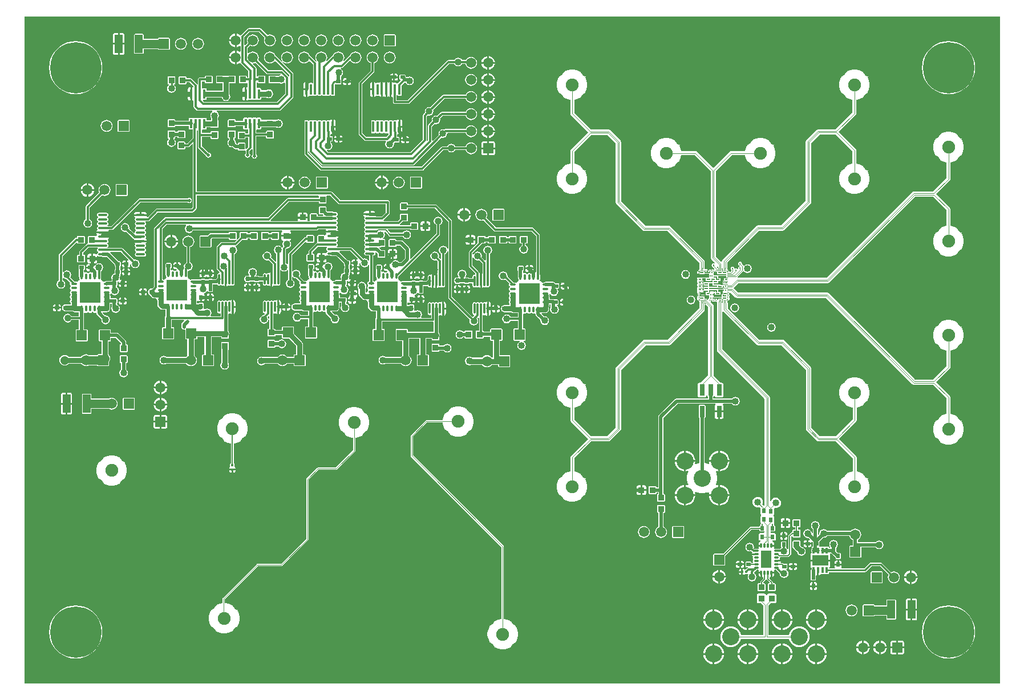
<source format=gtl>
G04 Layer_Physical_Order=1*
G04 Layer_Color=255*
%FSLAX25Y25*%
%MOIN*%
G70*
G01*
G75*
%ADD10C,0.02500*%
%ADD11R,0.12402X0.12402*%
%ADD12O,0.03937X0.01378*%
%ADD13O,0.01378X0.03937*%
%ADD14R,0.01378X0.03347*%
%ADD15R,0.09449X0.06496*%
%ADD16C,0.07500*%
%ADD17R,0.01772X0.05709*%
%ADD18O,0.01181X0.06496*%
%ADD19O,0.03150X0.01181*%
%ADD20O,0.01181X0.03150*%
%ADD21R,0.06496X0.10433*%
%ADD22C,0.00250*%
%ADD23R,0.03000X0.06500*%
%ADD24O,0.05512X0.01378*%
%ADD25R,0.01181X0.06496*%
%ADD26R,0.04528X0.10630*%
%ADD27R,0.06000X0.06000*%
%ADD28R,0.03500X0.03500*%
%ADD29R,0.01500X0.01500*%
%ADD30R,0.03500X0.03500*%
%ADD31R,0.02500X0.02000*%
%ADD32R,0.02000X0.02500*%
%ADD33R,0.01500X0.01500*%
%ADD34C,0.00300*%
%ADD35C,0.00575*%
%ADD36C,0.02000*%
%ADD37C,0.01000*%
%ADD38C,0.01200*%
%ADD39C,0.00500*%
%ADD40C,0.03000*%
%ADD41C,0.05000*%
%ADD42C,0.00800*%
%ADD43C,0.01500*%
%ADD44R,0.00918X0.00945*%
%ADD45R,0.01591X0.00945*%
%ADD46R,0.00936X0.00945*%
%ADD47R,0.00940X0.00945*%
%ADD48R,0.03599X0.00945*%
%ADD49R,0.02284X0.00945*%
%ADD50R,0.00926X0.00940*%
%ADD51R,0.01583X0.00940*%
%ADD52R,0.02925X0.00945*%
%ADD53R,0.03636X0.01437*%
%ADD54R,0.01595X0.00945*%
%ADD55R,0.01599X0.00945*%
%ADD56R,0.00923X0.00945*%
%ADD57R,0.05648X0.00945*%
%ADD58R,0.02930X0.01370*%
%ADD59R,0.00941X0.00945*%
%ADD60R,0.04941X0.00945*%
%ADD61R,0.00934X0.01011*%
%ADD62R,0.05626X0.00925*%
%ADD63R,0.04939X0.01404*%
%ADD64R,0.02020X0.00925*%
%ADD65R,0.01602X0.01399*%
%ADD66R,0.02935X0.01399*%
%ADD67R,0.08289X0.00945*%
%ADD68R,0.02260X0.01347*%
%ADD69R,0.04946X0.00945*%
%ADD70R,0.00925X0.00945*%
%ADD71R,0.01620X0.01377*%
%ADD72R,0.02284X0.01377*%
%ADD73R,0.00944X0.00949*%
%ADD74R,0.05611X0.00945*%
%ADD75R,0.00752X0.00945*%
%ADD76R,0.02932X0.00941*%
%ADD77R,0.06273X0.02272*%
%ADD78R,0.03600X0.00945*%
%ADD79R,0.00956X0.00945*%
%ADD80R,0.02284X0.01335*%
%ADD81R,0.02693X0.00920*%
%ADD82R,0.01330X0.02275*%
%ADD83R,0.00671X0.00920*%
%ADD84R,0.01620X0.02687*%
%ADD85R,0.02284X0.01342*%
%ADD86R,0.07625X0.00945*%
%ADD87R,0.04948X0.01364*%
%ADD88C,0.08700*%
%ADD89C,0.10000*%
%ADD90C,0.04000*%
%ADD91C,0.05905*%
%ADD92R,0.05905X0.05905*%
%ADD93R,0.05905X0.05905*%
%ADD94C,0.30000*%
%ADD95C,0.02000*%
%ADD96C,0.01968*%
%ADD97C,0.01200*%
%ADD98C,0.00800*%
%ADD99C,0.05000*%
G36*
X570000Y390000D02*
Y0D01*
X0D01*
X0Y0D01*
Y390000D01*
X570000D01*
X570000Y390000D01*
D02*
G37*
%LPC*%
G36*
X555252Y158085D02*
X550421D01*
Y153254D01*
X551318Y153372D01*
X552620Y153911D01*
X553737Y154769D01*
X554595Y155887D01*
X555134Y157188D01*
X555252Y158085D01*
D02*
G37*
G36*
X79000Y156972D02*
X76547D01*
X76157Y156895D01*
X75826Y156674D01*
X75605Y156343D01*
X75528Y155953D01*
Y153500D01*
X79000D01*
Y156972D01*
D02*
G37*
G36*
X529421Y158085D02*
X524591D01*
X524709Y157188D01*
X525248Y155887D01*
X526106Y154769D01*
X527223Y153911D01*
X528525Y153372D01*
X529421Y153254D01*
Y158085D01*
D02*
G37*
G36*
X79000Y152500D02*
X75528D01*
Y150047D01*
X75605Y149657D01*
X75826Y149326D01*
X76157Y149105D01*
X76547Y149028D01*
X79000D01*
Y152500D01*
D02*
G37*
G36*
X83472D02*
X80000D01*
Y149028D01*
X82453D01*
X82843Y149105D01*
X83174Y149326D01*
X83395Y149657D01*
X83472Y150047D01*
Y152500D01*
D02*
G37*
G36*
X136822Y158492D02*
X131992D01*
Y153662D01*
X132888Y153779D01*
X134190Y154319D01*
X135308Y155176D01*
X136165Y156294D01*
X136704Y157595D01*
X136822Y158492D01*
D02*
G37*
G36*
X309500Y159500D02*
X304670D01*
X304788Y158603D01*
X305327Y157302D01*
X306184Y156184D01*
X307302Y155327D01*
X308603Y154788D01*
X309500Y154670D01*
Y159500D01*
D02*
G37*
G36*
X116822Y158492D02*
X111992D01*
Y153662D01*
X112888Y153779D01*
X113558Y154057D01*
X113890Y153653D01*
X113595Y153213D01*
X112924Y151591D01*
X112581Y149869D01*
Y148114D01*
X112924Y146393D01*
X113595Y144771D01*
X113890Y144331D01*
X113558Y143927D01*
X112888Y144204D01*
X111992Y144322D01*
Y139492D01*
X116822D01*
X116704Y140388D01*
X116427Y141058D01*
X116831Y141390D01*
X117271Y141095D01*
X118893Y140424D01*
X120614Y140081D01*
X120766D01*
Y128799D01*
X120398Y128647D01*
X120240Y128264D01*
Y126764D01*
X120291Y126640D01*
X120060Y126485D01*
X119839Y126154D01*
X119762Y125764D01*
Y125514D01*
X121531D01*
X123301D01*
Y125764D01*
X123223Y126154D01*
X123002Y126485D01*
X122771Y126640D01*
X122822Y126764D01*
Y128264D01*
X122664Y128647D01*
X122296Y128799D01*
Y140081D01*
X122369D01*
X124091Y140424D01*
X125713Y141095D01*
X126153Y141390D01*
X126557Y141058D01*
X126279Y140388D01*
X126162Y139492D01*
X130992D01*
Y144322D01*
X130095Y144204D01*
X129426Y143927D01*
X129094Y144331D01*
X129388Y144771D01*
X130060Y146393D01*
X130403Y148114D01*
Y149869D01*
X130060Y151591D01*
X129388Y153213D01*
X129094Y153653D01*
X129426Y154057D01*
X130095Y153779D01*
X130992Y153662D01*
Y158492D01*
X126162D01*
X126279Y157595D01*
X126557Y156925D01*
X126153Y156594D01*
X125713Y156888D01*
X124091Y157560D01*
X122369Y157903D01*
X120614D01*
X118893Y157560D01*
X117271Y156888D01*
X116831Y156594D01*
X116427Y156925D01*
X116704Y157595D01*
X116822Y158492D01*
D02*
G37*
G36*
X82453Y156972D02*
X80000D01*
Y153500D01*
X83472D01*
Y155953D01*
X83395Y156343D01*
X83174Y156674D01*
X82843Y156895D01*
X82453Y156972D01*
D02*
G37*
G36*
X110992Y158492D02*
X106161D01*
X106280Y157595D01*
X106819Y156294D01*
X107676Y155176D01*
X108794Y154319D01*
X110095Y153779D01*
X110992Y153662D01*
Y158492D01*
D02*
G37*
G36*
X550421Y143915D02*
Y139085D01*
X555252D01*
X555134Y139981D01*
X554595Y141283D01*
X553737Y142400D01*
X552620Y143258D01*
X551318Y143797D01*
X550421Y143915D01*
D02*
G37*
G36*
X110992Y144322D02*
X110095Y144204D01*
X108794Y143665D01*
X107676Y142807D01*
X106819Y141690D01*
X106280Y140388D01*
X106161Y139492D01*
X110992D01*
Y144322D01*
D02*
G37*
G36*
X529421Y143915D02*
X528525Y143797D01*
X527223Y143258D01*
X526106Y142400D01*
X525248Y141283D01*
X524709Y139981D01*
X524591Y139085D01*
X529421D01*
Y143915D01*
D02*
G37*
G36*
X248770Y142591D02*
X243940D01*
Y137761D01*
X244837Y137879D01*
X246138Y138418D01*
X247256Y139275D01*
X248113Y140393D01*
X248652Y141694D01*
X248770Y142591D01*
D02*
G37*
G36*
X268770D02*
X263940D01*
Y137761D01*
X264837Y137879D01*
X266138Y138418D01*
X267256Y139275D01*
X268113Y140393D01*
X268652Y141694D01*
X268770Y142591D01*
D02*
G37*
G36*
X242940Y148421D02*
X242043Y148303D01*
X240742Y147764D01*
X239624Y146907D01*
X238767Y145789D01*
X238228Y144488D01*
X238110Y143591D01*
X242940D01*
Y148421D01*
D02*
G37*
G36*
X263940D02*
Y143591D01*
X268770D01*
X268652Y144488D01*
X268113Y145789D01*
X267256Y146907D01*
X266138Y147764D01*
X264837Y148303D01*
X263940Y148421D01*
D02*
G37*
G36*
X203091Y147890D02*
Y143060D01*
X207921D01*
X207803Y143957D01*
X207264Y145258D01*
X206407Y146376D01*
X205289Y147233D01*
X203988Y147772D01*
X203091Y147890D01*
D02*
G37*
G36*
X131992Y144322D02*
Y139492D01*
X136822D01*
X136704Y140388D01*
X136165Y141690D01*
X135308Y142807D01*
X134190Y143665D01*
X132888Y144204D01*
X131992Y144322D01*
D02*
G37*
G36*
X182091Y147890D02*
X181194Y147772D01*
X179893Y147233D01*
X178775Y146376D01*
X177918Y145258D01*
X177379Y143957D01*
X177261Y143060D01*
X182091D01*
Y147890D01*
D02*
G37*
G36*
X315330Y159500D02*
X310500D01*
Y154670D01*
X311397Y154788D01*
X312698Y155327D01*
X313816Y156184D01*
X314673Y157302D01*
X315212Y158603D01*
X315330Y159500D01*
D02*
G37*
G36*
X248770Y162591D02*
X243940D01*
Y157761D01*
X244837Y157879D01*
X245506Y158156D01*
X245838Y157752D01*
X245543Y157312D01*
X244872Y155690D01*
X244529Y153969D01*
Y153754D01*
X234834D01*
X234581Y153703D01*
X234366Y153560D01*
X225866Y145060D01*
X225722Y144845D01*
X225672Y144591D01*
Y133196D01*
X225722Y132943D01*
X225866Y132728D01*
X278862Y79732D01*
Y37602D01*
X278612D01*
X276891Y37259D01*
X275269Y36588D01*
X274829Y36293D01*
X274425Y36625D01*
X274702Y37294D01*
X274820Y38191D01*
X269990D01*
Y33361D01*
X270887Y33479D01*
X271556Y33756D01*
X271888Y33352D01*
X271593Y32912D01*
X270922Y31290D01*
X270579Y29569D01*
Y27813D01*
X270922Y26092D01*
X271593Y24470D01*
X271888Y24030D01*
X271556Y23626D01*
X270887Y23903D01*
X269990Y24021D01*
Y19191D01*
X274820D01*
X274702Y20088D01*
X274425Y20757D01*
X274829Y21089D01*
X275269Y20794D01*
X276891Y20123D01*
X278612Y19780D01*
X280367D01*
X282089Y20123D01*
X283711Y20794D01*
X284151Y21089D01*
X284555Y20757D01*
X284278Y20088D01*
X284160Y19191D01*
X288990D01*
Y24021D01*
X288093Y23903D01*
X287424Y23626D01*
X287092Y24030D01*
X287386Y24470D01*
X288058Y26092D01*
X288401Y27813D01*
Y29569D01*
X288058Y31290D01*
X287386Y32912D01*
X287092Y33352D01*
X287424Y33756D01*
X288093Y33479D01*
X288990Y33361D01*
Y38191D01*
X284160D01*
X284278Y37294D01*
X284555Y36625D01*
X284151Y36293D01*
X283711Y36588D01*
X282089Y37259D01*
X280367Y37602D01*
X280187D01*
Y80006D01*
X280137Y80260D01*
X279993Y80475D01*
X226997Y133471D01*
Y144316D01*
X235109Y152428D01*
X244529D01*
Y152213D01*
X244872Y150492D01*
X245543Y148870D01*
X245838Y148430D01*
X245506Y148026D01*
X244837Y148303D01*
X243940Y148421D01*
Y143591D01*
X248770D01*
X248652Y144488D01*
X248375Y145157D01*
X248779Y145489D01*
X249219Y145194D01*
X250841Y144523D01*
X252562Y144180D01*
X254317D01*
X256039Y144523D01*
X257661Y145194D01*
X258101Y145489D01*
X258505Y145157D01*
X258228Y144488D01*
X258110Y143591D01*
X262940D01*
Y148421D01*
X262043Y148303D01*
X261374Y148026D01*
X261042Y148430D01*
X261336Y148870D01*
X262008Y150492D01*
X262351Y152213D01*
Y153969D01*
X262008Y155690D01*
X261336Y157312D01*
X261042Y157752D01*
X261374Y158156D01*
X262043Y157879D01*
X262940Y157761D01*
Y162591D01*
X258110D01*
X258228Y161694D01*
X258505Y161025D01*
X258101Y160693D01*
X257661Y160987D01*
X256039Y161659D01*
X254317Y162002D01*
X252562D01*
X250841Y161659D01*
X249219Y160987D01*
X248779Y160693D01*
X248375Y161025D01*
X248652Y161694D01*
X248770Y162591D01*
D02*
G37*
G36*
X268770D02*
X263940D01*
Y157761D01*
X264837Y157879D01*
X266138Y158418D01*
X267256Y159275D01*
X268113Y160393D01*
X268652Y161694D01*
X268770Y162591D01*
D02*
G37*
G36*
X242940D02*
X238110D01*
X238228Y161694D01*
X238767Y160393D01*
X239624Y159275D01*
X240742Y158418D01*
X242043Y157879D01*
X242940Y157761D01*
Y162591D01*
D02*
G37*
G36*
X182091Y162060D02*
X177261D01*
X177379Y161163D01*
X177918Y159862D01*
X178775Y158744D01*
X179893Y157887D01*
X181194Y157348D01*
X182091Y157230D01*
Y162060D01*
D02*
G37*
G36*
X207921D02*
X203091D01*
Y157230D01*
X203988Y157348D01*
X205289Y157887D01*
X206407Y158744D01*
X207264Y159862D01*
X207803Y161163D01*
X207921Y162060D01*
D02*
G37*
G36*
X530421Y163915D02*
Y159085D01*
X535252D01*
X535134Y159981D01*
X534595Y161283D01*
X533737Y162400D01*
X532619Y163258D01*
X531318Y163797D01*
X530421Y163915D01*
D02*
G37*
G36*
X549421D02*
X548525Y163797D01*
X547223Y163258D01*
X546106Y162400D01*
X545248Y161283D01*
X544709Y159981D01*
X544591Y159085D01*
X549421D01*
Y163915D01*
D02*
G37*
G36*
X529421D02*
X528525Y163797D01*
X527223Y163258D01*
X526106Y162400D01*
X525248Y161283D01*
X524709Y159981D01*
X524591Y159085D01*
X529421D01*
Y163915D01*
D02*
G37*
G36*
X83421Y162500D02*
X80000D01*
Y159079D01*
X80532Y159149D01*
X81493Y159547D01*
X82319Y160181D01*
X82953Y161007D01*
X83351Y161968D01*
X83421Y162500D01*
D02*
G37*
G36*
X79000D02*
X75579D01*
X75649Y161968D01*
X76047Y161007D01*
X76681Y160181D01*
X77507Y159547D01*
X78468Y159149D01*
X79000Y159079D01*
Y162500D01*
D02*
G37*
G36*
X480330Y159500D02*
X475500D01*
Y154670D01*
X476397Y154788D01*
X477698Y155327D01*
X478816Y156184D01*
X479673Y157302D01*
X480212Y158603D01*
X480330Y159500D01*
D02*
G37*
G36*
X494500D02*
X489670D01*
X489788Y158603D01*
X490327Y157302D01*
X491184Y156184D01*
X492302Y155327D01*
X493603Y154788D01*
X494500Y154670D01*
Y159500D01*
D02*
G37*
G36*
X474500D02*
X469670D01*
X469788Y158603D01*
X470327Y157302D01*
X471184Y156184D01*
X472302Y155327D01*
X473603Y154788D01*
X474500Y154670D01*
Y159500D01*
D02*
G37*
G36*
X329500D02*
X324670D01*
X324788Y158603D01*
X325327Y157302D01*
X326184Y156184D01*
X327302Y155327D01*
X328603Y154788D01*
X329500Y154670D01*
Y159500D01*
D02*
G37*
G36*
X335330D02*
X330500D01*
Y154670D01*
X331397Y154788D01*
X332698Y155327D01*
X333816Y156184D01*
X334673Y157302D01*
X335212Y158603D01*
X335330Y159500D01*
D02*
G37*
G36*
X24094Y163000D02*
X21311D01*
Y158185D01*
X21389Y157795D01*
X21610Y157464D01*
X21940Y157243D01*
X22331Y157165D01*
X24094D01*
Y163000D01*
D02*
G37*
G36*
X27878D02*
X25095D01*
Y157165D01*
X26858D01*
X27248Y157243D01*
X27579Y157464D01*
X27800Y157795D01*
X27878Y158185D01*
Y163000D01*
D02*
G37*
G36*
X408520Y158500D02*
X406500D01*
Y154730D01*
X407500D01*
X407890Y154808D01*
X408221Y155029D01*
X408442Y155360D01*
X408520Y155750D01*
Y158500D01*
D02*
G37*
G36*
X500330Y159500D02*
X495500D01*
Y154670D01*
X496397Y154788D01*
X497698Y155327D01*
X498816Y156184D01*
X499673Y157302D01*
X500212Y158603D01*
X500330Y159500D01*
D02*
G37*
G36*
X405500Y158500D02*
X403480D01*
Y155750D01*
X403558Y155360D01*
X403779Y155029D01*
X404110Y154808D01*
X404500Y154730D01*
X405500D01*
Y158500D01*
D02*
G37*
G36*
X494500Y130330D02*
X493603Y130212D01*
X492302Y129673D01*
X491184Y128816D01*
X490327Y127698D01*
X489788Y126397D01*
X489670Y125500D01*
X494500D01*
Y130330D01*
D02*
G37*
G36*
X495500D02*
Y125500D01*
X500330D01*
X500212Y126397D01*
X499673Y127698D01*
X498816Y128816D01*
X497698Y129673D01*
X496397Y130212D01*
X495500Y130330D01*
D02*
G37*
G36*
X475500D02*
Y125500D01*
X480330D01*
X480212Y126397D01*
X479673Y127698D01*
X478816Y128816D01*
X477698Y129673D01*
X476397Y130212D01*
X475500Y130330D01*
D02*
G37*
G36*
X330500D02*
Y125500D01*
X335330D01*
X335212Y126397D01*
X334673Y127698D01*
X333816Y128816D01*
X332698Y129673D01*
X331397Y130212D01*
X330500Y130330D01*
D02*
G37*
G36*
X474500D02*
X473603Y130212D01*
X472302Y129673D01*
X471184Y128816D01*
X470327Y127698D01*
X469788Y126397D01*
X469670Y125500D01*
X474500D01*
Y130330D01*
D02*
G37*
G36*
X66322Y133992D02*
X61492D01*
Y129162D01*
X62388Y129279D01*
X63690Y129819D01*
X64807Y130676D01*
X65665Y131794D01*
X66204Y133095D01*
X66322Y133992D01*
D02*
G37*
G36*
X385500Y135980D02*
X384824Y135913D01*
X383693Y135570D01*
X382650Y135013D01*
X381737Y134263D01*
X380987Y133350D01*
X380430Y132307D01*
X380087Y131176D01*
X380020Y130500D01*
X385500D01*
Y135980D01*
D02*
G37*
G36*
X46322Y133992D02*
X41492D01*
Y129162D01*
X42388Y129279D01*
X43058Y129557D01*
X43389Y129153D01*
X43095Y128713D01*
X42424Y127091D01*
X42081Y125369D01*
Y123614D01*
X42424Y121893D01*
X43095Y120271D01*
X43389Y119831D01*
X43058Y119427D01*
X42388Y119704D01*
X41492Y119822D01*
Y114992D01*
X46322D01*
X46204Y115888D01*
X45927Y116558D01*
X46331Y116890D01*
X46771Y116595D01*
X48393Y115924D01*
X50114Y115581D01*
X51869D01*
X53591Y115924D01*
X55213Y116595D01*
X55653Y116890D01*
X56057Y116558D01*
X55779Y115888D01*
X55661Y114992D01*
X60492D01*
Y119822D01*
X59595Y119704D01*
X58925Y119427D01*
X58594Y119831D01*
X58888Y120271D01*
X59560Y121893D01*
X59903Y123614D01*
Y125369D01*
X59560Y127091D01*
X58888Y128713D01*
X58594Y129153D01*
X58925Y129557D01*
X59595Y129279D01*
X60492Y129162D01*
Y133992D01*
X55661D01*
X55779Y133095D01*
X56057Y132425D01*
X55653Y132094D01*
X55213Y132388D01*
X53591Y133060D01*
X51869Y133403D01*
X50114D01*
X48393Y133060D01*
X46771Y132388D01*
X46331Y132094D01*
X45927Y132425D01*
X46204Y133095D01*
X46322Y133992D01*
D02*
G37*
G36*
X397500Y162791D02*
X394500D01*
X394117Y162633D01*
X393959Y162250D01*
Y155750D01*
X394117Y155367D01*
X394471Y155221D01*
Y128781D01*
X393401Y128568D01*
X392208Y128074D01*
X391798Y128446D01*
X391913Y128824D01*
X391980Y129500D01*
X386500D01*
Y124020D01*
X387176Y124087D01*
X387554Y124202D01*
X387926Y123792D01*
X387432Y122599D01*
X387089Y120878D01*
Y119122D01*
X387432Y117401D01*
X387926Y116208D01*
X387554Y115798D01*
X387176Y115913D01*
X386500Y115980D01*
Y110500D01*
X391980D01*
X391913Y111176D01*
X391798Y111554D01*
X392208Y111926D01*
X393401Y111432D01*
X395122Y111089D01*
X396878D01*
X398599Y111432D01*
X399792Y111926D01*
X400202Y111554D01*
X400087Y111176D01*
X400020Y110500D01*
X405500D01*
Y115980D01*
X404824Y115913D01*
X404446Y115798D01*
X404074Y116208D01*
X404568Y117401D01*
X404911Y119122D01*
Y120878D01*
X404568Y122599D01*
X404074Y123792D01*
X404446Y124202D01*
X404824Y124087D01*
X405500Y124020D01*
Y129500D01*
X400020D01*
X400087Y128824D01*
X400202Y128446D01*
X399792Y128074D01*
X398599Y128568D01*
X397529Y128781D01*
Y155221D01*
X397883Y155367D01*
X398041Y155750D01*
Y162250D01*
X397883Y162633D01*
X397500Y162791D01*
D02*
G37*
G36*
X40492Y133992D02*
X35662D01*
X35780Y133095D01*
X36319Y131794D01*
X37176Y130676D01*
X38294Y129819D01*
X39595Y129279D01*
X40492Y129162D01*
Y133992D01*
D02*
G37*
G36*
X121031Y124514D02*
X119762D01*
Y124264D01*
X119839Y123874D01*
X120060Y123543D01*
X120391Y123322D01*
X120781Y123245D01*
X121031D01*
Y124514D01*
D02*
G37*
G36*
X123301D02*
X122031D01*
Y123245D01*
X122281D01*
X122671Y123322D01*
X123002Y123543D01*
X123223Y123874D01*
X123301Y124264D01*
Y124514D01*
D02*
G37*
G36*
X500330Y124500D02*
X495500D01*
Y119670D01*
X496397Y119788D01*
X497698Y120327D01*
X498816Y121184D01*
X499673Y122302D01*
X500212Y123603D01*
X500330Y124500D01*
D02*
G37*
G36*
X335330D02*
X330500D01*
Y119670D01*
X331397Y119788D01*
X332698Y120327D01*
X333816Y121184D01*
X334673Y122302D01*
X335212Y123603D01*
X335330Y124500D01*
D02*
G37*
G36*
X474500D02*
X469670D01*
X469788Y123603D01*
X470327Y122302D01*
X471184Y121184D01*
X472302Y120327D01*
X473603Y119788D01*
X474500Y119670D01*
Y124500D01*
D02*
G37*
G36*
X310500Y130330D02*
Y125500D01*
X315330D01*
X315212Y126397D01*
X314673Y127698D01*
X313816Y128816D01*
X312698Y129673D01*
X311397Y130212D01*
X310500Y130330D01*
D02*
G37*
G36*
X329500D02*
X328603Y130212D01*
X327302Y129673D01*
X326184Y128816D01*
X325327Y127698D01*
X324788Y126397D01*
X324670Y125500D01*
X329500D01*
Y130330D01*
D02*
G37*
G36*
X309500D02*
X308603Y130212D01*
X307302Y129673D01*
X306184Y128816D01*
X305327Y127698D01*
X304788Y126397D01*
X304670Y125500D01*
X309500D01*
Y130330D01*
D02*
G37*
G36*
X385500Y129500D02*
X380020D01*
X380087Y128824D01*
X380430Y127693D01*
X380987Y126651D01*
X381737Y125737D01*
X382650Y124987D01*
X383693Y124430D01*
X384824Y124087D01*
X385500Y124020D01*
Y129500D01*
D02*
G37*
G36*
X411980D02*
X406500D01*
Y124020D01*
X407176Y124087D01*
X408307Y124430D01*
X409349Y124987D01*
X410263Y125737D01*
X411013Y126651D01*
X411570Y127693D01*
X411913Y128824D01*
X411980Y129500D01*
D02*
G37*
G36*
X386500Y135980D02*
Y130500D01*
X391980D01*
X391913Y131176D01*
X391570Y132307D01*
X391013Y133350D01*
X390263Y134263D01*
X389350Y135013D01*
X388307Y135570D01*
X387176Y135913D01*
X386500Y135980D01*
D02*
G37*
G36*
X61492Y139822D02*
Y134992D01*
X66322D01*
X66204Y135888D01*
X65665Y137190D01*
X64807Y138307D01*
X63690Y139165D01*
X62388Y139704D01*
X61492Y139822D01*
D02*
G37*
G36*
X182091Y142060D02*
X177261D01*
X177379Y141163D01*
X177918Y139862D01*
X178775Y138744D01*
X179893Y137887D01*
X181194Y137348D01*
X182091Y137230D01*
Y142060D01*
D02*
G37*
G36*
X41492Y139822D02*
Y134992D01*
X46322D01*
X46204Y135888D01*
X45665Y137190D01*
X44807Y138307D01*
X43690Y139165D01*
X42388Y139704D01*
X41492Y139822D01*
D02*
G37*
G36*
X40492D02*
X39595Y139704D01*
X38294Y139165D01*
X37176Y138307D01*
X36319Y137190D01*
X35780Y135888D01*
X35662Y134992D01*
X40492D01*
Y139822D01*
D02*
G37*
G36*
X60492D02*
X59595Y139704D01*
X58294Y139165D01*
X57176Y138307D01*
X56319Y137190D01*
X55779Y135888D01*
X55661Y134992D01*
X60492D01*
Y139822D01*
D02*
G37*
G36*
X242940Y142591D02*
X238110D01*
X238228Y141694D01*
X238767Y140393D01*
X239624Y139275D01*
X240742Y138418D01*
X242043Y137879D01*
X242940Y137761D01*
Y142591D01*
D02*
G37*
G36*
X262940D02*
X258110D01*
X258228Y141694D01*
X258767Y140393D01*
X259624Y139275D01*
X260742Y138418D01*
X262043Y137879D01*
X262940Y137761D01*
Y142591D01*
D02*
G37*
G36*
X207921Y142060D02*
X203091D01*
Y137230D01*
X203988Y137348D01*
X205289Y137887D01*
X206407Y138744D01*
X207264Y139862D01*
X207803Y141163D01*
X207921Y142060D01*
D02*
G37*
G36*
X187921D02*
X183091D01*
Y137230D01*
X183988Y137348D01*
X185289Y137887D01*
X186407Y138744D01*
X187264Y139862D01*
X187803Y141163D01*
X187921Y142060D01*
D02*
G37*
G36*
X202091D02*
X197261D01*
X197379Y141163D01*
X197918Y139862D01*
X198775Y138744D01*
X199893Y137887D01*
X201194Y137348D01*
X202091Y137230D01*
Y142060D01*
D02*
G37*
G36*
X535252Y138085D02*
X530421D01*
Y133254D01*
X531318Y133372D01*
X532619Y133911D01*
X533737Y134769D01*
X534595Y135887D01*
X535134Y137188D01*
X535252Y138085D01*
D02*
G37*
G36*
X549421D02*
X544591D01*
X544709Y137188D01*
X545248Y135887D01*
X546106Y134769D01*
X547223Y133911D01*
X548525Y133372D01*
X549421Y133254D01*
Y138085D01*
D02*
G37*
G36*
X529421D02*
X524591D01*
X524709Y137188D01*
X525248Y135887D01*
X526106Y134769D01*
X527223Y133911D01*
X528525Y133372D01*
X529421Y133254D01*
Y138085D01*
D02*
G37*
G36*
X405500Y135980D02*
X404824Y135913D01*
X403693Y135570D01*
X402650Y135013D01*
X401737Y134263D01*
X400987Y133350D01*
X400430Y132307D01*
X400087Y131176D01*
X400020Y130500D01*
X405500D01*
Y135980D01*
D02*
G37*
G36*
X406500D02*
Y130500D01*
X411980D01*
X411913Y131176D01*
X411570Y132307D01*
X411013Y133350D01*
X410263Y134263D01*
X409349Y135013D01*
X408307Y135570D01*
X407176Y135913D01*
X406500Y135980D01*
D02*
G37*
G36*
X116822Y138492D02*
X111992D01*
Y133661D01*
X112888Y133780D01*
X114190Y134319D01*
X115307Y135176D01*
X116165Y136294D01*
X116704Y137595D01*
X116822Y138492D01*
D02*
G37*
G36*
X136822D02*
X131992D01*
Y133661D01*
X132888Y133780D01*
X134190Y134319D01*
X135308Y135176D01*
X136165Y136294D01*
X136704Y137595D01*
X136822Y138492D01*
D02*
G37*
G36*
X130992D02*
X126162D01*
X126279Y137595D01*
X126819Y136294D01*
X127676Y135176D01*
X128794Y134319D01*
X130095Y133780D01*
X130992Y133661D01*
Y138492D01*
D02*
G37*
G36*
X555252Y138085D02*
X550421D01*
Y133254D01*
X551318Y133372D01*
X552620Y133911D01*
X553737Y134769D01*
X554595Y135887D01*
X555134Y137188D01*
X555252Y138085D01*
D02*
G37*
G36*
X110992Y138492D02*
X106161D01*
X106280Y137595D01*
X106819Y136294D01*
X107676Y135176D01*
X108794Y134319D01*
X110095Y133780D01*
X110992Y133661D01*
Y138492D01*
D02*
G37*
G36*
X550421Y163915D02*
Y159085D01*
X555252D01*
X555134Y159981D01*
X554595Y161283D01*
X553737Y162400D01*
X552620Y163258D01*
X551318Y163797D01*
X550421Y163915D01*
D02*
G37*
G36*
X529421Y218915D02*
X528525Y218797D01*
X527223Y218258D01*
X526106Y217400D01*
X525248Y216283D01*
X524709Y214981D01*
X524591Y214085D01*
X529421D01*
Y218915D01*
D02*
G37*
G36*
X530421D02*
Y214085D01*
X535252D01*
X535134Y214981D01*
X534595Y216283D01*
X533737Y217400D01*
X532619Y218258D01*
X531318Y218797D01*
X530421Y218915D01*
D02*
G37*
G36*
X555252Y213085D02*
X550421D01*
Y208254D01*
X551318Y208372D01*
X552620Y208911D01*
X553737Y209769D01*
X554595Y210887D01*
X555134Y212188D01*
X555252Y213085D01*
D02*
G37*
G36*
X436484Y210671D02*
X435509Y210477D01*
X434682Y209924D01*
X434129Y209097D01*
X433935Y208122D01*
X434129Y207147D01*
X434682Y206319D01*
X435509Y205767D01*
X436484Y205573D01*
X437460Y205767D01*
X438287Y206319D01*
X438839Y207147D01*
X439033Y208122D01*
X438839Y209097D01*
X438287Y209924D01*
X437460Y210477D01*
X436484Y210671D01*
D02*
G37*
G36*
X529421Y213085D02*
X524591D01*
X524709Y212188D01*
X525248Y210887D01*
X526106Y209769D01*
X527223Y208911D01*
X528525Y208372D01*
X529421Y208254D01*
Y213085D01*
D02*
G37*
G36*
X246258Y218629D02*
X245136D01*
Y214950D01*
X245257Y214973D01*
X245783Y215325D01*
X246134Y215851D01*
X246258Y216472D01*
Y218629D01*
D02*
G37*
G36*
X149941Y219612D02*
X148819D01*
Y215932D01*
X148940Y215956D01*
X149466Y216308D01*
X149817Y216834D01*
X149941Y217454D01*
Y219612D01*
D02*
G37*
G36*
X272441Y218612D02*
X271319D01*
Y214932D01*
X271440Y214956D01*
X271966Y215308D01*
X272317Y215834D01*
X272441Y216454D01*
Y218612D01*
D02*
G37*
G36*
X549421Y218915D02*
X548525Y218797D01*
X547223Y218258D01*
X546106Y217400D01*
X545248Y216283D01*
X544709Y214981D01*
X544591Y214085D01*
X549421D01*
Y218915D01*
D02*
G37*
G36*
X550421D02*
Y214085D01*
X555252D01*
X555134Y214981D01*
X554595Y216283D01*
X553737Y217400D01*
X552620Y218258D01*
X551318Y218797D01*
X550421Y218915D01*
D02*
G37*
G36*
X555252Y193085D02*
X550421D01*
Y188254D01*
X551318Y188372D01*
X552620Y188911D01*
X553737Y189769D01*
X554595Y190887D01*
X555134Y192188D01*
X555252Y193085D01*
D02*
G37*
G36*
X241981Y198615D02*
X238481D01*
X238098Y198456D01*
X237940Y198074D01*
Y194574D01*
X238098Y194191D01*
X238481Y194032D01*
X241981D01*
X242363Y194191D01*
X242479Y194471D01*
X245015D01*
X245198Y194198D01*
X246024Y193645D01*
X247000Y193451D01*
X247975Y193645D01*
X248802Y194198D01*
X249355Y195025D01*
X249549Y196000D01*
X249355Y196975D01*
X248802Y197802D01*
X247975Y198355D01*
X247000Y198549D01*
X246024Y198355D01*
X245198Y197802D01*
X245015Y197529D01*
X242522D01*
Y198074D01*
X242363Y198456D01*
X241981Y198615D01*
D02*
G37*
G36*
X549421Y193085D02*
X544591D01*
X544709Y192188D01*
X545248Y190887D01*
X546106Y189769D01*
X547223Y188911D01*
X548525Y188372D01*
X549421Y188254D01*
Y193085D01*
D02*
G37*
G36*
X529421D02*
X524591D01*
X524709Y192188D01*
X525248Y190887D01*
X526106Y189769D01*
X527223Y188911D01*
X528525Y188372D01*
X529421Y188254D01*
Y193085D01*
D02*
G37*
G36*
X535252D02*
X530421D01*
Y188254D01*
X531318Y188372D01*
X532619Y188911D01*
X533737Y189769D01*
X534595Y190887D01*
X535134Y192188D01*
X535252Y193085D01*
D02*
G37*
G36*
X150382Y201132D02*
X149406Y200938D01*
X148579Y200385D01*
X148397Y200112D01*
X146595D01*
Y200333D01*
X146437Y200715D01*
X146054Y200874D01*
X142554D01*
X142171Y200715D01*
X142013Y200333D01*
Y196833D01*
X142171Y196450D01*
X142554Y196291D01*
X146054D01*
X146437Y196450D01*
X146595Y196833D01*
Y197053D01*
X148397D01*
X148579Y196780D01*
X149406Y196228D01*
X150382Y196034D01*
X151357Y196228D01*
X152184Y196780D01*
X152737Y197607D01*
X152931Y198583D01*
X152737Y199558D01*
X152184Y200385D01*
X151357Y200938D01*
X150382Y201132D01*
D02*
G37*
G36*
X254500Y206549D02*
X253524Y206355D01*
X252698Y205802D01*
X252145Y204975D01*
X251951Y204000D01*
X252145Y203025D01*
X252698Y202198D01*
X253524Y201645D01*
X254500Y201451D01*
X255475Y201645D01*
X256302Y202198D01*
X256485Y202471D01*
X257209D01*
Y202250D01*
X257367Y201867D01*
X257750Y201709D01*
X261250D01*
X261633Y201867D01*
X261791Y202250D01*
Y205750D01*
X261633Y206133D01*
X261250Y206291D01*
X257750D01*
X257367Y206133D01*
X257209Y205750D01*
Y205529D01*
X256485D01*
X256302Y205802D01*
X255475Y206355D01*
X254500Y206549D01*
D02*
G37*
G36*
X550421Y198915D02*
Y194085D01*
X555252D01*
X555134Y194981D01*
X554595Y196283D01*
X553737Y197400D01*
X552620Y198258D01*
X551318Y198797D01*
X550421Y198915D01*
D02*
G37*
G36*
X50000Y207041D02*
X44000D01*
X43617Y206883D01*
X43459Y206500D01*
Y200500D01*
X43617Y200117D01*
X44000Y199959D01*
X44961D01*
Y192494D01*
X43047D01*
X42665Y192335D01*
X42536Y192026D01*
X37717D01*
X36901Y192364D01*
X36000Y192482D01*
X35099Y192364D01*
X34259Y192016D01*
X33538Y191463D01*
X33213Y191039D01*
X25717D01*
X25640Y191140D01*
Y191140D01*
X25013Y191621D01*
X24283Y191923D01*
X23500Y192026D01*
X22717Y191923D01*
X21987Y191621D01*
X21360Y191140D01*
X20879Y190513D01*
X20577Y189783D01*
X20474Y189000D01*
X20577Y188217D01*
X20879Y187487D01*
X21360Y186860D01*
X21360D01*
X21987Y186380D01*
X22717Y186077D01*
X23500Y185974D01*
X24283Y186077D01*
X25013Y186380D01*
X25640Y186860D01*
X25717Y186961D01*
X33213D01*
X33538Y186538D01*
X34259Y185984D01*
X35099Y185636D01*
X36000Y185518D01*
X36901Y185636D01*
X37717Y185974D01*
X42536D01*
X42665Y185665D01*
X43047Y185506D01*
X48953D01*
X49335Y185665D01*
X49494Y186047D01*
Y188322D01*
X49621Y188487D01*
X49923Y189217D01*
X50026Y190000D01*
X49923Y190783D01*
X49621Y191513D01*
X49494Y191678D01*
Y191953D01*
X49335Y192335D01*
X49039Y192458D01*
Y199959D01*
X50000D01*
X50383Y200117D01*
X50541Y200500D01*
Y201971D01*
X53367D01*
X56471Y198866D01*
Y198291D01*
X56250D01*
X55867Y198133D01*
X55709Y197750D01*
Y194250D01*
X55867Y193867D01*
X56250Y193709D01*
X59750D01*
X60133Y193867D01*
X60291Y194250D01*
Y197750D01*
X60133Y198133D01*
X59750Y198291D01*
X59529D01*
Y199500D01*
X59413Y200085D01*
X59081Y200581D01*
X55081Y204581D01*
X54585Y204913D01*
X54000Y205029D01*
X50541D01*
Y206500D01*
X50383Y206883D01*
X50000Y207041D01*
D02*
G37*
G36*
X529421Y198915D02*
X528525Y198797D01*
X527223Y198258D01*
X526106Y197400D01*
X525248Y196283D01*
X524709Y194981D01*
X524591Y194085D01*
X529421D01*
Y198915D01*
D02*
G37*
G36*
X123258Y219629D02*
X122136D01*
Y215950D01*
X122257Y215973D01*
X122783Y216325D01*
X123134Y216851D01*
X123258Y217472D01*
Y219629D01*
D02*
G37*
G36*
X152482Y222102D02*
X151732D01*
X151342Y222025D01*
X151011Y221804D01*
X150790Y221473D01*
X150712Y221083D01*
Y220583D01*
X152482D01*
Y222102D01*
D02*
G37*
G36*
X154232D02*
X153482D01*
Y220583D01*
X155251D01*
Y221083D01*
X155174Y221473D01*
X154953Y221804D01*
X154622Y222025D01*
X154232Y222102D01*
D02*
G37*
G36*
X20232Y221602D02*
X19482D01*
Y220083D01*
X21251D01*
Y220583D01*
X21174Y220973D01*
X20953Y221304D01*
X20622Y221525D01*
X20232Y221602D01*
D02*
G37*
G36*
X245136Y223309D02*
Y219629D01*
X246258D01*
Y221787D01*
X246134Y222407D01*
X245783Y222934D01*
X245257Y223285D01*
X245136Y223309D01*
D02*
G37*
G36*
X18482Y221602D02*
X17732D01*
X17342Y221525D01*
X17011Y221304D01*
X16790Y220973D01*
X16712Y220583D01*
Y220083D01*
X18482D01*
Y221602D01*
D02*
G37*
G36*
X317551Y222383D02*
X315782D01*
Y220863D01*
X316532D01*
X316922Y220941D01*
X317253Y221162D01*
X317474Y221493D01*
X317551Y221883D01*
Y222383D01*
D02*
G37*
G36*
X56982Y223083D02*
X55212D01*
Y222583D01*
X55290Y222193D01*
X55511Y221862D01*
X55842Y221641D01*
X56232Y221563D01*
X56982D01*
Y223083D01*
D02*
G37*
G36*
X314782Y222383D02*
X313012D01*
Y221883D01*
X313090Y221493D01*
X313311Y221162D01*
X313642Y220941D01*
X314032Y220863D01*
X314782D01*
Y222383D01*
D02*
G37*
G36*
X148819Y224291D02*
Y220612D01*
X149941D01*
Y222769D01*
X149817Y223390D01*
X149466Y223916D01*
X148940Y224268D01*
X148819Y224291D01*
D02*
G37*
G36*
X122136Y224309D02*
Y220629D01*
X123258D01*
Y222787D01*
X123134Y223407D01*
X122783Y223934D01*
X122257Y224285D01*
X122136Y224309D01*
D02*
G37*
G36*
X18482Y219083D02*
X16712D01*
Y218583D01*
X16790Y218193D01*
X17011Y217862D01*
X17342Y217641D01*
X17732Y217563D01*
X18482D01*
Y219083D01*
D02*
G37*
G36*
X21251D02*
X19482D01*
Y217563D01*
X20232D01*
X20622Y217641D01*
X20953Y217862D01*
X21174Y218193D01*
X21251Y218583D01*
Y219083D01*
D02*
G37*
G36*
X415057Y222171D02*
X414081Y221977D01*
X413255Y221424D01*
X412702Y220597D01*
X412508Y219622D01*
X412702Y218647D01*
X413255Y217819D01*
X414081Y217267D01*
X415057Y217073D01*
X416032Y217267D01*
X416859Y217819D01*
X417412Y218647D01*
X417606Y219622D01*
X417412Y220597D01*
X416859Y221424D01*
X416032Y221977D01*
X415057Y222171D01*
D02*
G37*
G36*
X274982Y218583D02*
X273212D01*
Y218083D01*
X273290Y217692D01*
X273511Y217362D01*
X273842Y217141D01*
X274232Y217063D01*
X274982D01*
Y218583D01*
D02*
G37*
G36*
X277751D02*
X275982D01*
Y217063D01*
X276732D01*
X277122Y217141D01*
X277453Y217362D01*
X277674Y217692D01*
X277751Y218083D01*
Y218583D01*
D02*
G37*
G36*
X276732Y221102D02*
X275982D01*
Y219583D01*
X277751D01*
Y220083D01*
X277674Y220473D01*
X277453Y220804D01*
X277122Y221025D01*
X276732Y221102D01*
D02*
G37*
G36*
X271319Y223291D02*
Y219612D01*
X272441D01*
Y221769D01*
X272317Y222390D01*
X271966Y222916D01*
X271440Y223268D01*
X271319Y223291D01*
D02*
G37*
G36*
X274982Y221102D02*
X274232D01*
X273842Y221025D01*
X273511Y220804D01*
X273290Y220473D01*
X273212Y220083D01*
Y219583D01*
X274982D01*
Y221102D01*
D02*
G37*
G36*
X152482Y219583D02*
X150712D01*
Y219083D01*
X150790Y218692D01*
X151011Y218362D01*
X151342Y218141D01*
X151732Y218063D01*
X152482D01*
Y219583D01*
D02*
G37*
G36*
X155251D02*
X153482D01*
Y218063D01*
X154232D01*
X154622Y218141D01*
X154953Y218362D01*
X155174Y218692D01*
X155251Y219083D01*
Y219583D01*
D02*
G37*
G36*
X202091Y167890D02*
X201194Y167772D01*
X199893Y167233D01*
X198775Y166376D01*
X197918Y165258D01*
X197379Y163957D01*
X197261Y163060D01*
X202091D01*
Y167890D01*
D02*
G37*
G36*
X203091D02*
Y163060D01*
X207921D01*
X207803Y163957D01*
X207264Y165258D01*
X206407Y166376D01*
X205289Y167233D01*
X203988Y167772D01*
X203091Y167890D01*
D02*
G37*
G36*
X183091D02*
Y163060D01*
X187921D01*
X187803Y163957D01*
X187264Y165258D01*
X186407Y166376D01*
X185289Y167233D01*
X183988Y167772D01*
X183091Y167890D01*
D02*
G37*
G36*
X495500Y165330D02*
Y160500D01*
X500330D01*
X500212Y161397D01*
X499673Y162698D01*
X498816Y163816D01*
X497698Y164673D01*
X496397Y165212D01*
X495500Y165330D01*
D02*
G37*
G36*
X182091Y167890D02*
X181194Y167772D01*
X179893Y167233D01*
X178775Y166376D01*
X177918Y165258D01*
X177379Y163957D01*
X177261Y163060D01*
X182091D01*
Y167890D01*
D02*
G37*
G36*
X262940Y168421D02*
X262043Y168303D01*
X260742Y167764D01*
X259624Y166907D01*
X258767Y165789D01*
X258228Y164488D01*
X258110Y163591D01*
X262940D01*
Y168421D01*
D02*
G37*
G36*
X243940D02*
Y163591D01*
X248770D01*
X248652Y164488D01*
X248113Y165789D01*
X247256Y166907D01*
X246138Y167764D01*
X244837Y168303D01*
X243940Y168421D01*
D02*
G37*
G36*
X242940D02*
X242043Y168303D01*
X240742Y167764D01*
X239624Y166907D01*
X238767Y165789D01*
X238228Y164488D01*
X238110Y163591D01*
X242940D01*
Y168421D01*
D02*
G37*
G36*
X79000Y166921D02*
X78468Y166851D01*
X77507Y166453D01*
X76681Y165819D01*
X76047Y164993D01*
X75649Y164032D01*
X75579Y163500D01*
X79000D01*
Y166921D01*
D02*
G37*
G36*
X80000Y166921D02*
Y163500D01*
X83421D01*
X83351Y164032D01*
X82953Y164993D01*
X82319Y165819D01*
X81493Y166453D01*
X80532Y166851D01*
X80000Y166921D01*
D02*
G37*
G36*
X131992Y164322D02*
Y159492D01*
X136822D01*
X136704Y160388D01*
X136165Y161690D01*
X135308Y162808D01*
X134190Y163665D01*
X132888Y164204D01*
X131992Y164322D01*
D02*
G37*
G36*
X63953Y166994D02*
X58047D01*
X57665Y166835D01*
X57506Y166453D01*
Y160547D01*
X57665Y160165D01*
X58047Y160006D01*
X63953D01*
X64335Y160165D01*
X64494Y160547D01*
Y166453D01*
X64335Y166835D01*
X63953Y166994D01*
D02*
G37*
G36*
X111992Y164322D02*
Y159492D01*
X116822D01*
X116704Y160388D01*
X116165Y161690D01*
X115307Y162808D01*
X114190Y163665D01*
X112888Y164204D01*
X111992Y164322D01*
D02*
G37*
G36*
X110992D02*
X110095Y164204D01*
X108794Y163665D01*
X107676Y162808D01*
X106819Y161690D01*
X106280Y160388D01*
X106161Y159492D01*
X110992D01*
Y164322D01*
D02*
G37*
G36*
X130992D02*
X130095Y164204D01*
X128794Y163665D01*
X127676Y162808D01*
X126819Y161690D01*
X126279Y160388D01*
X126162Y159492D01*
X130992D01*
Y164322D01*
D02*
G37*
G36*
X330500Y165330D02*
Y160500D01*
X335330D01*
X335212Y161397D01*
X334673Y162698D01*
X333816Y163816D01*
X332698Y164673D01*
X331397Y165212D01*
X330500Y165330D01*
D02*
G37*
G36*
X474500D02*
X473603Y165212D01*
X472302Y164673D01*
X471184Y163816D01*
X470327Y162698D01*
X469788Y161397D01*
X469670Y160500D01*
X474500D01*
Y165330D01*
D02*
G37*
G36*
X309500D02*
X308603Y165212D01*
X307302Y164673D01*
X306184Y163816D01*
X305327Y162698D01*
X304788Y161397D01*
X304670Y160500D01*
X309500D01*
Y165330D01*
D02*
G37*
G36*
X38669Y169356D02*
X34142D01*
X33759Y169198D01*
X33601Y168815D01*
Y158185D01*
X33759Y157802D01*
X34142Y157644D01*
X38669D01*
X39052Y157802D01*
X39211Y158185D01*
Y160474D01*
X49283D01*
X50099Y160136D01*
X51000Y160018D01*
X51901Y160136D01*
X52741Y160484D01*
X53462Y161038D01*
X54016Y161759D01*
X54364Y162599D01*
X54483Y163500D01*
X54364Y164401D01*
X54016Y165241D01*
X53462Y165963D01*
X52741Y166516D01*
X51901Y166864D01*
X51000Y166982D01*
X50099Y166864D01*
X49283Y166526D01*
X39211D01*
Y168815D01*
X39052Y169198D01*
X38669Y169356D01*
D02*
G37*
G36*
X202091Y162060D02*
X197261D01*
X197379Y161163D01*
X197656Y160494D01*
X197252Y160162D01*
X196812Y160457D01*
X195190Y161128D01*
X193469Y161471D01*
X191713D01*
X189992Y161128D01*
X188370Y160457D01*
X187930Y160162D01*
X187526Y160494D01*
X187803Y161163D01*
X187921Y162060D01*
X183091D01*
Y157230D01*
X183988Y157348D01*
X184657Y157625D01*
X184989Y157221D01*
X184694Y156781D01*
X184023Y155159D01*
X183680Y153438D01*
Y151682D01*
X184023Y149961D01*
X184694Y148339D01*
X184989Y147899D01*
X184657Y147495D01*
X183988Y147772D01*
X183091Y147890D01*
Y143060D01*
X187921D01*
X187803Y143957D01*
X187526Y144626D01*
X187930Y144958D01*
X188370Y144664D01*
X189992Y143992D01*
X191713Y143649D01*
X191928D01*
Y136229D01*
X181816Y126117D01*
X171370D01*
X171116Y126067D01*
X170901Y125923D01*
X164833Y119855D01*
X164690Y119641D01*
X164639Y119387D01*
Y84546D01*
X149938Y69845D01*
X136075D01*
X135822Y69794D01*
X135607Y69651D01*
X115995Y50039D01*
X115851Y49824D01*
X115801Y49570D01*
Y46918D01*
X114092Y46578D01*
X112470Y45907D01*
X112030Y45612D01*
X111626Y45944D01*
X111903Y46613D01*
X112021Y47510D01*
X107191D01*
Y42680D01*
X108088Y42798D01*
X108757Y43075D01*
X109089Y42671D01*
X108794Y42231D01*
X108123Y40609D01*
X107780Y38888D01*
Y37132D01*
X108123Y35411D01*
X108794Y33789D01*
X109089Y33349D01*
X108757Y32945D01*
X108088Y33222D01*
X107191Y33340D01*
Y28510D01*
X112021D01*
X111903Y29407D01*
X111626Y30076D01*
X112030Y30408D01*
X112470Y30114D01*
X114092Y29442D01*
X115813Y29099D01*
X117569D01*
X119290Y29442D01*
X120912Y30114D01*
X121352Y30408D01*
X121756Y30076D01*
X121479Y29407D01*
X121361Y28510D01*
X126191D01*
Y33340D01*
X125294Y33222D01*
X124625Y32945D01*
X124293Y33349D01*
X124588Y33789D01*
X125259Y35411D01*
X125602Y37132D01*
Y38888D01*
X125259Y40609D01*
X124588Y42231D01*
X124293Y42671D01*
X124625Y43075D01*
X125294Y42798D01*
X126191Y42680D01*
Y47510D01*
X121361D01*
X121479Y46613D01*
X121756Y45944D01*
X121352Y45612D01*
X120912Y45907D01*
X119290Y46578D01*
X117569Y46921D01*
X117126D01*
Y49296D01*
X136350Y68519D01*
X150213D01*
X150467Y68570D01*
X150681Y68713D01*
X165771Y83802D01*
X165914Y84017D01*
X165965Y84271D01*
Y119112D01*
X171644Y124792D01*
X182091D01*
X182345Y124842D01*
X182560Y124986D01*
X193060Y135486D01*
X193203Y135701D01*
X193254Y135954D01*
Y143649D01*
X193469D01*
X195190Y143992D01*
X196812Y144664D01*
X197252Y144958D01*
X197656Y144626D01*
X197379Y143957D01*
X197261Y143060D01*
X202091D01*
Y147890D01*
X201194Y147772D01*
X200525Y147495D01*
X200193Y147899D01*
X200487Y148339D01*
X201159Y149961D01*
X201502Y151682D01*
Y153438D01*
X201159Y155159D01*
X200487Y156781D01*
X200193Y157221D01*
X200525Y157625D01*
X201194Y157348D01*
X202091Y157230D01*
Y162060D01*
D02*
G37*
G36*
X263940Y168421D02*
Y163591D01*
X268770D01*
X268652Y164488D01*
X268113Y165789D01*
X267256Y166907D01*
X266138Y167764D01*
X264837Y168303D01*
X263940Y168421D01*
D02*
G37*
G36*
X329500Y185330D02*
X328603Y185212D01*
X327302Y184673D01*
X326184Y183816D01*
X325327Y182698D01*
X324788Y181397D01*
X324670Y180500D01*
X329500D01*
Y185330D01*
D02*
G37*
G36*
X330500D02*
Y180500D01*
X335330D01*
X335212Y181397D01*
X334673Y182698D01*
X333816Y183816D01*
X332698Y184673D01*
X331397Y185212D01*
X330500Y185330D01*
D02*
G37*
G36*
X310500D02*
Y180500D01*
X315330D01*
X315212Y181397D01*
X314673Y182698D01*
X313816Y183816D01*
X312698Y184673D01*
X311397Y185212D01*
X310500Y185330D01*
D02*
G37*
G36*
X59750Y191791D02*
X56250D01*
X55867Y191633D01*
X55709Y191250D01*
Y187750D01*
X55867Y187367D01*
X56250Y187209D01*
X56471D01*
Y183485D01*
X56198Y183302D01*
X55645Y182475D01*
X55451Y181500D01*
X55645Y180525D01*
X56198Y179698D01*
X57025Y179145D01*
X58000Y178951D01*
X58975Y179145D01*
X59802Y179698D01*
X60355Y180525D01*
X60549Y181500D01*
X60355Y182475D01*
X59802Y183302D01*
X59529Y183485D01*
Y187209D01*
X59750D01*
X60133Y187367D01*
X60291Y187750D01*
Y191250D01*
X60133Y191633D01*
X59750Y191791D01*
D02*
G37*
G36*
X309500Y185330D02*
X308603Y185212D01*
X307302Y184673D01*
X306184Y183816D01*
X305327Y182698D01*
X304788Y181397D01*
X304670Y180500D01*
X309500D01*
Y185330D01*
D02*
G37*
G36*
X495500D02*
Y180500D01*
X500330D01*
X500212Y181397D01*
X499673Y182698D01*
X498816Y183816D01*
X497698Y184673D01*
X496397Y185212D01*
X495500Y185330D01*
D02*
G37*
G36*
X118981Y199615D02*
X115481D01*
X115098Y199456D01*
X114939Y199074D01*
Y195574D01*
X114961Y195522D01*
Y187448D01*
X114645Y186975D01*
X114451Y186000D01*
X114645Y185024D01*
X115198Y184198D01*
X116024Y183645D01*
X117000Y183451D01*
X117975Y183645D01*
X118802Y184198D01*
X119355Y185024D01*
X119549Y186000D01*
X119355Y186975D01*
X119039Y187448D01*
Y195057D01*
X119363Y195191D01*
X119522Y195574D01*
Y199074D01*
X119363Y199456D01*
X118981Y199615D01*
D02*
G37*
G36*
X494500Y185330D02*
X493603Y185212D01*
X492302Y184673D01*
X491184Y183816D01*
X490327Y182698D01*
X489788Y181397D01*
X489670Y180500D01*
X494500D01*
Y185330D01*
D02*
G37*
G36*
X474500D02*
X473603Y185212D01*
X472302Y184673D01*
X471184Y183816D01*
X470327Y182698D01*
X469788Y181397D01*
X469670Y180500D01*
X474500D01*
Y185330D01*
D02*
G37*
G36*
X475500D02*
Y180500D01*
X480330D01*
X480212Y181397D01*
X479673Y182698D01*
X478816Y183816D01*
X477698Y184673D01*
X476397Y185212D01*
X475500Y185330D01*
D02*
G37*
G36*
X79000Y172500D02*
X75579D01*
X75649Y171968D01*
X76047Y171007D01*
X76681Y170181D01*
X77507Y169547D01*
X78468Y169149D01*
X79000Y169079D01*
Y172500D01*
D02*
G37*
G36*
Y176921D02*
X78468Y176851D01*
X77507Y176453D01*
X76681Y175819D01*
X76047Y174993D01*
X75649Y174032D01*
X75579Y173500D01*
X79000D01*
Y176921D01*
D02*
G37*
G36*
X83421Y172500D02*
X80000D01*
Y169079D01*
X80532Y169149D01*
X81493Y169547D01*
X82319Y170181D01*
X82953Y171007D01*
X83351Y171968D01*
X83421Y172500D01*
D02*
G37*
G36*
X24094Y169834D02*
X22331D01*
X21940Y169757D01*
X21610Y169536D01*
X21389Y169205D01*
X21311Y168815D01*
Y164000D01*
X24094D01*
Y169834D01*
D02*
G37*
G36*
X26858D02*
X25095D01*
Y164000D01*
X27878D01*
Y168815D01*
X27800Y169205D01*
X27579Y169536D01*
X27248Y169757D01*
X26858Y169834D01*
D02*
G37*
G36*
X474500Y179500D02*
X469670D01*
X469788Y178603D01*
X470327Y177302D01*
X471184Y176184D01*
X472302Y175327D01*
X473603Y174788D01*
X474500Y174670D01*
Y179500D01*
D02*
G37*
G36*
X500330D02*
X495500D01*
Y174670D01*
X496397Y174788D01*
X497698Y175327D01*
X498816Y176184D01*
X499673Y177302D01*
X500212Y178603D01*
X500330Y179500D01*
D02*
G37*
G36*
X335330D02*
X330500D01*
Y174670D01*
X331397Y174788D01*
X332698Y175327D01*
X333816Y176184D01*
X334673Y177302D01*
X335212Y178603D01*
X335330Y179500D01*
D02*
G37*
G36*
X80000Y176921D02*
Y173500D01*
X83421D01*
X83351Y174032D01*
X82953Y174993D01*
X82319Y175819D01*
X81493Y176453D01*
X80532Y176851D01*
X80000Y176921D01*
D02*
G37*
G36*
X309500Y179500D02*
X304670D01*
X304788Y178603D01*
X305327Y177302D01*
X306184Y176184D01*
X307302Y175327D01*
X308603Y174788D01*
X309500Y174670D01*
Y179500D01*
D02*
G37*
G36*
X442197Y43180D02*
X441521Y43113D01*
X440390Y42770D01*
X439348Y42213D01*
X438434Y41463D01*
X437684Y40549D01*
X437127Y39507D01*
X436784Y38376D01*
X436718Y37700D01*
X442197D01*
Y43180D01*
D02*
G37*
G36*
X462197D02*
X461521Y43113D01*
X460390Y42770D01*
X459348Y42213D01*
X458434Y41463D01*
X457684Y40549D01*
X457127Y39507D01*
X456784Y38376D01*
X456717Y37700D01*
X462197D01*
Y43180D01*
D02*
G37*
G36*
X521575Y42697D02*
X518792D01*
Y36863D01*
X520556D01*
X520946Y36940D01*
X521277Y37161D01*
X521498Y37492D01*
X521575Y37882D01*
Y42697D01*
D02*
G37*
G36*
X268990Y38191D02*
X264160D01*
X264278Y37294D01*
X264817Y35993D01*
X265674Y34875D01*
X266792Y34018D01*
X268093Y33479D01*
X268990Y33361D01*
Y38191D01*
D02*
G37*
G36*
X517792Y42697D02*
X515008D01*
Y37882D01*
X515086Y37492D01*
X515307Y37161D01*
X515638Y36940D01*
X516028Y36863D01*
X517792D01*
Y42697D01*
D02*
G37*
G36*
X422200Y43180D02*
X421524Y43113D01*
X420393Y42770D01*
X419350Y42213D01*
X418437Y41463D01*
X417687Y40549D01*
X417130Y39507D01*
X416787Y38376D01*
X416720Y37700D01*
X422200D01*
Y43180D01*
D02*
G37*
G36*
X403200Y43180D02*
Y37700D01*
X408680D01*
X408613Y38376D01*
X408270Y39507D01*
X407713Y40549D01*
X406963Y41463D01*
X406049Y42213D01*
X405007Y42770D01*
X403876Y43113D01*
X403200Y43180D01*
D02*
G37*
G36*
X402200Y43180D02*
X401524Y43113D01*
X400393Y42770D01*
X399350Y42213D01*
X398437Y41463D01*
X397687Y40549D01*
X397130Y39507D01*
X396787Y38376D01*
X396720Y37700D01*
X402200D01*
Y43180D01*
D02*
G37*
G36*
X443197D02*
Y37700D01*
X448677D01*
X448610Y38376D01*
X448267Y39507D01*
X447710Y40549D01*
X446960Y41463D01*
X446047Y42213D01*
X445005Y42770D01*
X443874Y43113D01*
X443197Y43180D01*
D02*
G37*
G36*
X463197D02*
Y37700D01*
X468677D01*
X468610Y38376D01*
X468267Y39507D01*
X467710Y40549D01*
X466960Y41463D01*
X466047Y42213D01*
X465004Y42770D01*
X463873Y43113D01*
X463197Y43180D01*
D02*
G37*
G36*
X442197Y36700D02*
X436718D01*
X436784Y36024D01*
X437127Y34893D01*
X437684Y33850D01*
X438434Y32937D01*
X439348Y32187D01*
X440390Y31630D01*
X441521Y31287D01*
X442197Y31220D01*
Y36700D01*
D02*
G37*
G36*
X462197D02*
X456717D01*
X456784Y36024D01*
X457127Y34893D01*
X457684Y33850D01*
X458434Y32937D01*
X459348Y32187D01*
X460390Y31630D01*
X461521Y31287D01*
X462197Y31220D01*
Y36700D01*
D02*
G37*
G36*
X428680Y36700D02*
X423200D01*
Y31220D01*
X423876Y31287D01*
X425007Y31630D01*
X426050Y32187D01*
X426963Y32937D01*
X427713Y33850D01*
X428270Y34893D01*
X428613Y36024D01*
X428680Y36700D01*
D02*
G37*
G36*
X127191Y33340D02*
Y28510D01*
X132021D01*
X131903Y29407D01*
X131364Y30708D01*
X130507Y31826D01*
X129389Y32683D01*
X128088Y33222D01*
X127191Y33340D01*
D02*
G37*
G36*
X408680Y36700D02*
X403200D01*
Y31220D01*
X403876Y31287D01*
X405007Y31630D01*
X406049Y32187D01*
X406963Y32937D01*
X407713Y33850D01*
X408270Y34893D01*
X408613Y36024D01*
X408680Y36700D01*
D02*
G37*
G36*
X422200D02*
X416720D01*
X416787Y36024D01*
X417130Y34893D01*
X417687Y33850D01*
X418437Y32937D01*
X419350Y32187D01*
X420393Y31630D01*
X421524Y31287D01*
X422200Y31220D01*
Y36700D01*
D02*
G37*
G36*
X294820Y38191D02*
X289990D01*
Y33361D01*
X290887Y33479D01*
X292188Y34018D01*
X293306Y34875D01*
X294163Y35993D01*
X294702Y37294D01*
X294820Y38191D01*
D02*
G37*
G36*
X402200Y36700D02*
X396720D01*
X396787Y36024D01*
X397130Y34893D01*
X397687Y33850D01*
X398437Y32937D01*
X399350Y32187D01*
X400393Y31630D01*
X401524Y31287D01*
X402200Y31220D01*
Y36700D01*
D02*
G37*
G36*
X448677Y36700D02*
X443197D01*
Y31220D01*
X443874Y31287D01*
X445005Y31630D01*
X446047Y32187D01*
X446960Y32937D01*
X447710Y33850D01*
X448267Y34893D01*
X448610Y36024D01*
X448677Y36700D01*
D02*
G37*
G36*
X468677D02*
X463197D01*
Y31220D01*
X463873Y31287D01*
X465004Y31630D01*
X466047Y32187D01*
X466960Y32937D01*
X467710Y33850D01*
X468267Y34893D01*
X468610Y36024D01*
X468677Y36700D01*
D02*
G37*
G36*
X423200Y43180D02*
Y37700D01*
X428680D01*
X428613Y38376D01*
X428270Y39507D01*
X427713Y40549D01*
X426963Y41463D01*
X426050Y42213D01*
X425007Y42770D01*
X423876Y43113D01*
X423200Y43180D01*
D02*
G37*
G36*
X127191Y53340D02*
Y48510D01*
X132021D01*
X131903Y49407D01*
X131364Y50708D01*
X130507Y51826D01*
X129389Y52683D01*
X128088Y53222D01*
X127191Y53340D01*
D02*
G37*
G36*
X438447Y52478D02*
X434947D01*
X434557Y52400D01*
X434226Y52179D01*
X434005Y51848D01*
X433952Y51581D01*
X433442D01*
X433389Y51848D01*
X433168Y52179D01*
X432837Y52400D01*
X432447Y52478D01*
X428947D01*
X428557Y52400D01*
X428226Y52179D01*
X428005Y51848D01*
X427928Y51458D01*
Y47958D01*
X428005Y47568D01*
X428226Y47237D01*
X428557Y47016D01*
X428947Y46939D01*
X430309D01*
X431739Y45509D01*
Y28372D01*
X418613D01*
X418613Y28376D01*
X418270Y29507D01*
X417713Y30549D01*
X416963Y31463D01*
X416049Y32213D01*
X415007Y32770D01*
X413876Y33113D01*
X412700Y33229D01*
X411524Y33113D01*
X410393Y32770D01*
X409350Y32213D01*
X408437Y31463D01*
X407687Y30549D01*
X407130Y29507D01*
X406787Y28376D01*
X406671Y27200D01*
X406787Y26024D01*
X407130Y24893D01*
X407687Y23850D01*
X408437Y22937D01*
X409350Y22187D01*
X410393Y21630D01*
X411524Y21287D01*
X412700Y21171D01*
X413876Y21287D01*
X415007Y21630D01*
X416049Y22187D01*
X416963Y22937D01*
X417713Y23850D01*
X418270Y24893D01*
X418613Y26024D01*
X418613Y26028D01*
X432911D01*
X433306Y26106D01*
X433700Y26028D01*
X446784D01*
X446784Y26024D01*
X447127Y24893D01*
X447684Y23850D01*
X448434Y22937D01*
X449348Y22187D01*
X450390Y21630D01*
X451521Y21287D01*
X452697Y21171D01*
X453873Y21287D01*
X455005Y21630D01*
X456047Y22187D01*
X456960Y22937D01*
X457710Y23850D01*
X458267Y24893D01*
X458610Y26024D01*
X458726Y27200D01*
X458610Y28376D01*
X458267Y29507D01*
X457710Y30549D01*
X456960Y31463D01*
X456047Y32213D01*
X455005Y32770D01*
X453873Y33113D01*
X452697Y33229D01*
X451521Y33113D01*
X450390Y32770D01*
X449348Y32213D01*
X448434Y31463D01*
X447684Y30549D01*
X447127Y29507D01*
X446784Y28376D01*
X446784Y28372D01*
X434872D01*
Y45725D01*
X436086Y46939D01*
X438447D01*
X438837Y47016D01*
X439168Y47237D01*
X439389Y47568D01*
X439467Y47958D01*
Y51458D01*
X439389Y51848D01*
X439168Y52179D01*
X438837Y52400D01*
X438447Y52478D01*
D02*
G37*
G36*
X126191Y53340D02*
X125294Y53222D01*
X123993Y52683D01*
X122875Y51826D01*
X122018Y50708D01*
X121479Y49407D01*
X121361Y48510D01*
X126191D01*
Y53340D01*
D02*
G37*
G36*
X106191D02*
X105294Y53222D01*
X103993Y52683D01*
X102875Y51826D01*
X102018Y50708D01*
X101479Y49407D01*
X101361Y48510D01*
X106191D01*
Y53340D01*
D02*
G37*
G36*
X107191D02*
Y48510D01*
X112021D01*
X111903Y49407D01*
X111364Y50708D01*
X110507Y51826D01*
X109389Y52683D01*
X108088Y53222D01*
X107191Y53340D01*
D02*
G37*
G36*
X66322Y57992D02*
X61492D01*
Y53162D01*
X62388Y53280D01*
X63690Y53819D01*
X64807Y54676D01*
X65665Y55794D01*
X66204Y57095D01*
X66322Y57992D01*
D02*
G37*
G36*
X460505Y56400D02*
X458986D01*
Y55650D01*
X459063Y55260D01*
X459284Y54929D01*
X459615Y54708D01*
X460006Y54630D01*
X460505D01*
Y56400D01*
D02*
G37*
G36*
X46322Y57992D02*
X41492D01*
Y53162D01*
X42388Y53280D01*
X43690Y53819D01*
X44807Y54676D01*
X45665Y55794D01*
X46204Y57095D01*
X46322Y57992D01*
D02*
G37*
G36*
X40492D02*
X35662D01*
X35780Y57095D01*
X36319Y55794D01*
X37176Y54676D01*
X38294Y53819D01*
X39595Y53280D01*
X40492Y53162D01*
Y57992D01*
D02*
G37*
G36*
X60492D02*
X55661D01*
X55779Y57095D01*
X56319Y55794D01*
X57176Y54676D01*
X58294Y53819D01*
X59595Y53280D01*
X60492Y53162D01*
Y57992D01*
D02*
G37*
G36*
X289990Y44021D02*
Y39191D01*
X294820D01*
X294702Y40088D01*
X294163Y41389D01*
X293306Y42507D01*
X292188Y43364D01*
X290887Y43903D01*
X289990Y44021D01*
D02*
G37*
G36*
X483292Y46180D02*
X482390Y46061D01*
X481551Y45713D01*
X480829Y45160D01*
X480276Y44439D01*
X479928Y43599D01*
X479809Y42697D01*
X479928Y41796D01*
X480276Y40956D01*
X480829Y40235D01*
X481551Y39681D01*
X482390Y39333D01*
X483292Y39215D01*
X484193Y39333D01*
X485033Y39681D01*
X485754Y40235D01*
X486308Y40956D01*
X486656Y41796D01*
X486774Y42697D01*
X486656Y43599D01*
X486308Y44439D01*
X485754Y45160D01*
X485033Y45713D01*
X484193Y46061D01*
X483292Y46180D01*
D02*
G37*
G36*
X269990Y44021D02*
Y39191D01*
X274820D01*
X274702Y40088D01*
X274163Y41389D01*
X273306Y42507D01*
X272188Y43364D01*
X270887Y43903D01*
X269990Y44021D01*
D02*
G37*
G36*
X268990Y44021D02*
X268093Y43903D01*
X266792Y43364D01*
X265674Y42507D01*
X264817Y41389D01*
X264278Y40088D01*
X264160Y39191D01*
X268990D01*
Y44021D01*
D02*
G37*
G36*
X288990D02*
X288093Y43903D01*
X286792Y43364D01*
X285674Y42507D01*
X284817Y41389D01*
X284278Y40088D01*
X284160Y39191D01*
X288990D01*
Y44021D01*
D02*
G37*
G36*
X520556Y49532D02*
X518792D01*
Y43697D01*
X521575D01*
Y48512D01*
X521498Y48902D01*
X521277Y49233D01*
X520946Y49454D01*
X520556Y49532D01*
D02*
G37*
G36*
X508745Y49053D02*
X504217D01*
X503834Y48895D01*
X503676Y48512D01*
Y45731D01*
X496752D01*
X496627Y46033D01*
X496245Y46191D01*
X490339D01*
X489956Y46033D01*
X489798Y45650D01*
Y39745D01*
X489956Y39362D01*
X490339Y39203D01*
X496245D01*
X496627Y39362D01*
X496759Y39680D01*
X503676D01*
Y37882D01*
X503834Y37500D01*
X504217Y37341D01*
X508745D01*
X509127Y37500D01*
X509286Y37882D01*
Y48512D01*
X509127Y48895D01*
X508745Y49053D01*
D02*
G37*
G36*
X517792Y49532D02*
X516028D01*
X515638Y49454D01*
X515307Y49233D01*
X515086Y48902D01*
X515008Y48512D01*
Y43697D01*
X517792D01*
Y49532D01*
D02*
G37*
G36*
X106191Y47510D02*
X101361D01*
X101479Y46613D01*
X102018Y45312D01*
X102875Y44194D01*
X103993Y43337D01*
X105294Y42798D01*
X106191Y42680D01*
Y47510D01*
D02*
G37*
G36*
X132021D02*
X127191D01*
Y42680D01*
X128088Y42798D01*
X129389Y43337D01*
X130507Y44194D01*
X131364Y45312D01*
X131903Y46613D01*
X132021Y47510D01*
D02*
G37*
G36*
X540000Y45548D02*
X537568Y45357D01*
X535195Y44787D01*
X532941Y43853D01*
X530861Y42579D01*
X529006Y40994D01*
X527422Y39139D01*
X526147Y37059D01*
X525213Y34805D01*
X524644Y32432D01*
X524452Y30000D01*
X524644Y27568D01*
X525213Y25195D01*
X526147Y22941D01*
X527422Y20861D01*
X529006Y19006D01*
X530861Y17422D01*
X532941Y16147D01*
X535195Y15213D01*
X537568Y14643D01*
X540000Y14452D01*
X542432Y14643D01*
X544805Y15213D01*
X547059Y16147D01*
X549139Y17422D01*
X550994Y19006D01*
X552578Y20861D01*
X553853Y22941D01*
X554787Y25195D01*
X555357Y27568D01*
X555548Y30000D01*
X555357Y32432D01*
X554787Y34805D01*
X553853Y37059D01*
X552578Y39139D01*
X550994Y40994D01*
X549139Y42579D01*
X547059Y43853D01*
X544805Y44787D01*
X542432Y45357D01*
X540000Y45548D01*
D02*
G37*
G36*
X509500Y20500D02*
X506028D01*
Y18047D01*
X506105Y17657D01*
X506326Y17326D01*
X506657Y17105D01*
X507047Y17028D01*
X509500D01*
Y20500D01*
D02*
G37*
G36*
X30000Y45548D02*
X27568Y45357D01*
X25195Y44787D01*
X22941Y43853D01*
X20861Y42579D01*
X19006Y40994D01*
X17421Y39139D01*
X16147Y37059D01*
X15213Y34805D01*
X14643Y32432D01*
X14452Y30000D01*
X14643Y27568D01*
X15213Y25195D01*
X16147Y22941D01*
X17421Y20861D01*
X19006Y19006D01*
X20861Y17422D01*
X22941Y16147D01*
X25195Y15213D01*
X27568Y14643D01*
X30000Y14452D01*
X32432Y14643D01*
X34805Y15213D01*
X37059Y16147D01*
X39139Y17422D01*
X40994Y19006D01*
X42579Y20861D01*
X43853Y22941D01*
X44787Y25195D01*
X45357Y27568D01*
X45548Y30000D01*
X45357Y32432D01*
X44787Y34805D01*
X43853Y37059D01*
X42579Y39139D01*
X40994Y40994D01*
X39139Y42579D01*
X37059Y43853D01*
X34805Y44787D01*
X32432Y45357D01*
X30000Y45548D01*
D02*
G37*
G36*
X268990Y18191D02*
X264160D01*
X264278Y17294D01*
X264817Y15993D01*
X265674Y14875D01*
X266792Y14018D01*
X268093Y13479D01*
X268990Y13361D01*
Y18191D01*
D02*
G37*
G36*
X288990D02*
X284160D01*
X284278Y17294D01*
X284817Y15993D01*
X285674Y14875D01*
X286792Y14018D01*
X288093Y13479D01*
X288990Y13361D01*
Y18191D01*
D02*
G37*
G36*
X489500Y20500D02*
X486079D01*
X486149Y19968D01*
X486547Y19007D01*
X487181Y18181D01*
X488007Y17547D01*
X488968Y17149D01*
X489500Y17079D01*
Y20500D01*
D02*
G37*
G36*
X499500D02*
X496079D01*
X496149Y19968D01*
X496547Y19007D01*
X497181Y18181D01*
X498007Y17547D01*
X498968Y17149D01*
X499500Y17079D01*
Y20500D01*
D02*
G37*
G36*
X503921D02*
X500500D01*
Y17079D01*
X501032Y17149D01*
X501993Y17547D01*
X502819Y18181D01*
X503453Y19007D01*
X503851Y19968D01*
X503921Y20500D01*
D02*
G37*
G36*
X513972D02*
X510500D01*
Y17028D01*
X512953D01*
X513343Y17105D01*
X513674Y17326D01*
X513895Y17657D01*
X513972Y18047D01*
Y20500D01*
D02*
G37*
G36*
X493921D02*
X490500D01*
Y17079D01*
X491032Y17149D01*
X491993Y17547D01*
X492819Y18181D01*
X493453Y19007D01*
X493851Y19968D01*
X493921Y20500D01*
D02*
G37*
G36*
X462197Y16700D02*
X456717D01*
X456784Y16024D01*
X457127Y14893D01*
X457684Y13850D01*
X458434Y12937D01*
X459348Y12187D01*
X460390Y11630D01*
X461521Y11287D01*
X462197Y11220D01*
Y16700D01*
D02*
G37*
G36*
X448677D02*
X443197D01*
Y11220D01*
X443874Y11287D01*
X445005Y11630D01*
X446047Y12187D01*
X446960Y12937D01*
X447710Y13850D01*
X448267Y14893D01*
X448610Y16024D01*
X448677Y16700D01*
D02*
G37*
G36*
X442197D02*
X436718D01*
X436784Y16024D01*
X437127Y14893D01*
X437684Y13850D01*
X438434Y12937D01*
X439348Y12187D01*
X440390Y11630D01*
X441521Y11287D01*
X442197Y11220D01*
Y16700D01*
D02*
G37*
G36*
X408680Y16700D02*
X403200D01*
Y11220D01*
X403876Y11287D01*
X405007Y11630D01*
X406049Y12187D01*
X406963Y12937D01*
X407713Y13850D01*
X408270Y14893D01*
X408613Y16024D01*
X408680Y16700D01*
D02*
G37*
G36*
X428680D02*
X423200D01*
Y11220D01*
X423876Y11287D01*
X425007Y11630D01*
X426050Y12187D01*
X426963Y12937D01*
X427713Y13850D01*
X428270Y14893D01*
X428613Y16024D01*
X428680Y16700D01*
D02*
G37*
G36*
X274820Y18191D02*
X269990D01*
Y13361D01*
X270887Y13479D01*
X272188Y14018D01*
X273306Y14875D01*
X274163Y15993D01*
X274702Y17294D01*
X274820Y18191D01*
D02*
G37*
G36*
X294820D02*
X289990D01*
Y13361D01*
X290887Y13479D01*
X292188Y14018D01*
X293306Y14875D01*
X294163Y15993D01*
X294702Y17294D01*
X294820Y18191D01*
D02*
G37*
G36*
X422200Y16700D02*
X416720D01*
X416787Y16024D01*
X417130Y14893D01*
X417687Y13850D01*
X418437Y12937D01*
X419350Y12187D01*
X420393Y11630D01*
X421524Y11287D01*
X422200Y11220D01*
Y16700D01*
D02*
G37*
G36*
X468677Y16700D02*
X463197D01*
Y11220D01*
X463873Y11287D01*
X465004Y11630D01*
X466047Y12187D01*
X466960Y12937D01*
X467710Y13850D01*
X468267Y14893D01*
X468610Y16024D01*
X468677Y16700D01*
D02*
G37*
G36*
X402200Y16700D02*
X396720D01*
X396787Y16024D01*
X397130Y14893D01*
X397687Y13850D01*
X398437Y12937D01*
X399350Y12187D01*
X400393Y11630D01*
X401524Y11287D01*
X402200Y11220D01*
Y16700D01*
D02*
G37*
G36*
X442197Y23180D02*
X441521Y23113D01*
X440390Y22770D01*
X439348Y22213D01*
X438434Y21463D01*
X437684Y20549D01*
X437127Y19507D01*
X436784Y18376D01*
X436718Y17700D01*
X442197D01*
Y23180D01*
D02*
G37*
G36*
X490500Y24921D02*
Y21500D01*
X493921D01*
X493851Y22032D01*
X493453Y22993D01*
X492819Y23819D01*
X491993Y24453D01*
X491032Y24851D01*
X490500Y24921D01*
D02*
G37*
G36*
X500500D02*
Y21500D01*
X503921D01*
X503851Y22032D01*
X503453Y22993D01*
X502819Y23819D01*
X501993Y24453D01*
X501032Y24851D01*
X500500Y24921D01*
D02*
G37*
G36*
X512953Y24972D02*
X510500D01*
Y21500D01*
X513972D01*
Y23953D01*
X513895Y24343D01*
X513674Y24674D01*
X513343Y24895D01*
X512953Y24972D01*
D02*
G37*
G36*
X489500Y24921D02*
X488968Y24851D01*
X488007Y24453D01*
X487181Y23819D01*
X486547Y22993D01*
X486149Y22032D01*
X486079Y21500D01*
X489500D01*
Y24921D01*
D02*
G37*
G36*
X499500D02*
X498968Y24851D01*
X498007Y24453D01*
X497181Y23819D01*
X496547Y22993D01*
X496149Y22032D01*
X496079Y21500D01*
X499500D01*
Y24921D01*
D02*
G37*
G36*
X132021Y27510D02*
X127191D01*
Y22680D01*
X128088Y22798D01*
X129389Y23337D01*
X130507Y24194D01*
X131364Y25312D01*
X131903Y26613D01*
X132021Y27510D01*
D02*
G37*
G36*
X106191Y33340D02*
X105294Y33222D01*
X103993Y32683D01*
X102875Y31826D01*
X102018Y30708D01*
X101479Y29407D01*
X101361Y28510D01*
X106191D01*
Y33340D01*
D02*
G37*
G36*
X126191Y27510D02*
X121361D01*
X121479Y26613D01*
X122018Y25312D01*
X122875Y24194D01*
X123993Y23337D01*
X125294Y22798D01*
X126191Y22680D01*
Y27510D01*
D02*
G37*
G36*
X106191D02*
X101361D01*
X101479Y26613D01*
X102018Y25312D01*
X102875Y24194D01*
X103993Y23337D01*
X105294Y22798D01*
X106191Y22680D01*
Y27510D01*
D02*
G37*
G36*
X112021D02*
X107191D01*
Y22680D01*
X108088Y22798D01*
X109389Y23337D01*
X110507Y24194D01*
X111364Y25312D01*
X111903Y26613D01*
X112021Y27510D01*
D02*
G37*
G36*
X402200Y23180D02*
X401524Y23113D01*
X400393Y22770D01*
X399350Y22213D01*
X398437Y21463D01*
X397687Y20549D01*
X397130Y19507D01*
X396787Y18376D01*
X396720Y17700D01*
X402200D01*
Y23180D01*
D02*
G37*
G36*
X422200D02*
X421524Y23113D01*
X420393Y22770D01*
X419350Y22213D01*
X418437Y21463D01*
X417687Y20549D01*
X417130Y19507D01*
X416787Y18376D01*
X416720Y17700D01*
X422200D01*
Y23180D01*
D02*
G37*
G36*
X463197D02*
Y17700D01*
X468677D01*
X468610Y18376D01*
X468267Y19507D01*
X467710Y20549D01*
X466960Y21463D01*
X466047Y22213D01*
X465004Y22770D01*
X463873Y23113D01*
X463197Y23180D01*
D02*
G37*
G36*
X462197D02*
X461521Y23113D01*
X460390Y22770D01*
X459348Y22213D01*
X458434Y21463D01*
X457684Y20549D01*
X457127Y19507D01*
X456784Y18376D01*
X456717Y17700D01*
X462197D01*
Y23180D01*
D02*
G37*
G36*
X443197D02*
Y17700D01*
X448677D01*
X448610Y18376D01*
X448267Y19507D01*
X447710Y20549D01*
X446960Y21463D01*
X446047Y22213D01*
X445005Y22770D01*
X443874Y23113D01*
X443197Y23180D01*
D02*
G37*
G36*
X289990Y24021D02*
Y19191D01*
X294820D01*
X294702Y20088D01*
X294163Y21389D01*
X293306Y22507D01*
X292188Y23364D01*
X290887Y23903D01*
X289990Y24021D01*
D02*
G37*
G36*
X509500Y24972D02*
X507047D01*
X506657Y24895D01*
X506326Y24674D01*
X506105Y24343D01*
X506028Y23953D01*
Y21500D01*
X509500D01*
Y24972D01*
D02*
G37*
G36*
X268990Y24021D02*
X268093Y23903D01*
X266792Y23364D01*
X265674Y22507D01*
X264817Y21389D01*
X264278Y20088D01*
X264160Y19191D01*
X268990D01*
Y24021D01*
D02*
G37*
G36*
X403200Y23180D02*
Y17700D01*
X408680D01*
X408613Y18376D01*
X408270Y19507D01*
X407713Y20549D01*
X406963Y21463D01*
X406049Y22213D01*
X405007Y22770D01*
X403876Y23113D01*
X403200Y23180D01*
D02*
G37*
G36*
X423200D02*
Y17700D01*
X428680D01*
X428613Y18376D01*
X428270Y19507D01*
X427713Y20549D01*
X426963Y21463D01*
X426050Y22213D01*
X425007Y22770D01*
X423876Y23113D01*
X423200Y23180D01*
D02*
G37*
G36*
X463025Y56400D02*
X461506D01*
Y54630D01*
X462006D01*
X462396Y54708D01*
X462726Y54929D01*
X462948Y55260D01*
X463025Y55650D01*
Y56400D01*
D02*
G37*
G36*
X315330Y104500D02*
X310500D01*
Y99670D01*
X311397Y99788D01*
X312698Y100327D01*
X313816Y101184D01*
X314673Y102302D01*
X315212Y103603D01*
X315330Y104500D01*
D02*
G37*
G36*
X329500D02*
X324670D01*
X324788Y103603D01*
X325327Y102302D01*
X326184Y101184D01*
X327302Y100327D01*
X328603Y99788D01*
X329500Y99670D01*
Y104500D01*
D02*
G37*
G36*
X309500D02*
X304670D01*
X304788Y103603D01*
X305327Y102302D01*
X306184Y101184D01*
X307302Y100327D01*
X308603Y99788D01*
X309500Y99670D01*
Y104500D01*
D02*
G37*
G36*
X444206Y96470D02*
X442955D01*
X442565Y96392D01*
X442235Y96171D01*
X442014Y95840D01*
X441936Y95450D01*
Y94200D01*
X444206D01*
Y96470D01*
D02*
G37*
G36*
X446455D02*
X445205D01*
Y94200D01*
X447475D01*
Y95450D01*
X447398Y95840D01*
X447177Y96171D01*
X446846Y96392D01*
X446455Y96470D01*
D02*
G37*
G36*
X494500Y104500D02*
X489670D01*
X489788Y103603D01*
X490327Y102302D01*
X491184Y101184D01*
X492302Y100327D01*
X493603Y99788D01*
X494500Y99670D01*
Y104500D01*
D02*
G37*
G36*
X500330D02*
X495500D01*
Y99670D01*
X496397Y99788D01*
X497698Y100327D01*
X498816Y101184D01*
X499673Y102302D01*
X500212Y103603D01*
X500330Y104500D01*
D02*
G37*
G36*
X480330D02*
X475500D01*
Y99670D01*
X476397Y99788D01*
X477698Y100327D01*
X478816Y101184D01*
X479673Y102302D01*
X480212Y103603D01*
X480330Y104500D01*
D02*
G37*
G36*
X335330D02*
X330500D01*
Y99670D01*
X331397Y99788D01*
X332698Y100327D01*
X333816Y101184D01*
X334673Y102302D01*
X335212Y103603D01*
X335330Y104500D01*
D02*
G37*
G36*
X474500D02*
X469670D01*
X469788Y103603D01*
X470327Y102302D01*
X471184Y101184D01*
X472302Y100327D01*
X473603Y99788D01*
X474500Y99670D01*
Y104500D01*
D02*
G37*
G36*
X362000Y91983D02*
X361099Y91864D01*
X360259Y91516D01*
X359538Y90962D01*
X358984Y90241D01*
X358636Y89401D01*
X358518Y88500D01*
X358636Y87599D01*
X358984Y86759D01*
X359538Y86037D01*
X360259Y85484D01*
X361099Y85136D01*
X362000Y85017D01*
X362901Y85136D01*
X363741Y85484D01*
X364462Y86037D01*
X365016Y86759D01*
X365364Y87599D01*
X365482Y88500D01*
X365364Y89401D01*
X365016Y90241D01*
X364462Y90962D01*
X363741Y91516D01*
X362901Y91864D01*
X362000Y91983D01*
D02*
G37*
G36*
X373750Y104291D02*
X370250D01*
X369867Y104133D01*
X369709Y103750D01*
Y100250D01*
X369867Y99867D01*
X370250Y99709D01*
X370471D01*
Y91604D01*
X370259Y91516D01*
X369537Y90962D01*
X368984Y90241D01*
X368636Y89401D01*
X368517Y88500D01*
X368636Y87599D01*
X368984Y86759D01*
X369537Y86037D01*
X370259Y85484D01*
X371099Y85136D01*
X372000Y85017D01*
X372901Y85136D01*
X373741Y85484D01*
X374463Y86037D01*
X375016Y86759D01*
X375364Y87599D01*
X375483Y88500D01*
X375364Y89401D01*
X375016Y90241D01*
X374463Y90962D01*
X373741Y91516D01*
X373529Y91604D01*
Y99709D01*
X373750D01*
X374133Y99867D01*
X374291Y100250D01*
Y103750D01*
X374133Y104133D01*
X373750Y104291D01*
D02*
G37*
G36*
X384953Y91994D02*
X379047D01*
X378665Y91835D01*
X378506Y91453D01*
Y85547D01*
X378665Y85164D01*
X379047Y85006D01*
X384953D01*
X385335Y85164D01*
X385494Y85547D01*
Y91453D01*
X385335Y91835D01*
X384953Y91994D01*
D02*
G37*
G36*
X443200Y85700D02*
X441680D01*
Y84950D01*
X441758Y84560D01*
X441979Y84229D01*
X442310Y84008D01*
X442700Y83930D01*
X443200D01*
Y85700D01*
D02*
G37*
G36*
X445720D02*
X444200D01*
Y83930D01*
X444700D01*
X445090Y84008D01*
X445421Y84229D01*
X445642Y84560D01*
X445720Y84950D01*
Y85700D01*
D02*
G37*
G36*
X444206Y93200D02*
X441936D01*
Y91950D01*
X442014Y91560D01*
X442235Y91229D01*
X442565Y91008D01*
X442955Y90930D01*
X444206D01*
Y93200D01*
D02*
G37*
G36*
X447475D02*
X445205D01*
Y90930D01*
X446455D01*
X446846Y91008D01*
X447177Y91229D01*
X447398Y91560D01*
X447475Y91950D01*
Y93200D01*
D02*
G37*
G36*
X462206Y94849D02*
X461230Y94655D01*
X460403Y94102D01*
X459851Y93275D01*
X459656Y92300D01*
X459851Y91325D01*
X460403Y90498D01*
X460676Y90315D01*
Y88043D01*
X460176Y87994D01*
X460060Y88575D01*
X459508Y89402D01*
X458681Y89955D01*
X457705Y90149D01*
X456730Y89955D01*
X455903Y89402D01*
X455350Y88575D01*
X455157Y87600D01*
X455350Y86624D01*
X455903Y85798D01*
X456730Y85245D01*
X457705Y85051D01*
X458028Y85115D01*
X458936Y84207D01*
X458913Y84070D01*
X458716Y83720D01*
X458106D01*
Y82200D01*
X459875D01*
Y82560D01*
X460226Y82758D01*
X460302Y82771D01*
X460676Y82432D01*
Y79922D01*
X460478D01*
X460095Y79763D01*
X459937Y79380D01*
Y78566D01*
X459754Y78292D01*
X459637Y77707D01*
X459754Y77122D01*
X459937Y76848D01*
Y76099D01*
X459891Y76090D01*
X459560Y75869D01*
X459339Y75538D01*
X459262Y75148D01*
Y72400D01*
X470750D01*
Y75148D01*
X470672Y75538D01*
X470668Y75544D01*
X470894Y76022D01*
X471277Y76066D01*
X473924Y73419D01*
X473959Y73395D01*
Y73250D01*
X474117Y72867D01*
X474500Y72709D01*
X476500D01*
X476883Y72867D01*
X477041Y73250D01*
Y75750D01*
X476883Y76133D01*
X476500Y76291D01*
X475377D01*
X474330Y77339D01*
Y79321D01*
X474603Y79503D01*
X475155Y80330D01*
X475349Y81305D01*
X475155Y82281D01*
X474603Y83108D01*
X473776Y83660D01*
X472800Y83854D01*
X471825Y83660D01*
X470998Y83108D01*
X470445Y82281D01*
X470251Y81305D01*
X470445Y80330D01*
X470842Y79737D01*
X470574Y79237D01*
X470074D01*
Y79380D01*
X469916Y79763D01*
X469533Y79922D01*
X468155D01*
X467785Y79768D01*
X467772Y79763D01*
X467357D01*
X467344Y79768D01*
X466974Y79922D01*
X465596D01*
X465226Y79768D01*
X465213Y79763D01*
X464798D01*
X464785Y79768D01*
X464472Y79898D01*
X464374Y80073D01*
X464281Y80422D01*
X464397Y80700D01*
Y82700D01*
X464330Y82861D01*
X466683Y85215D01*
X467005Y85151D01*
X467981Y85345D01*
X468808Y85898D01*
X468990Y86171D01*
X482127D01*
X482136Y86099D01*
X482484Y85259D01*
X483038Y84538D01*
X483759Y83984D01*
X483971Y83896D01*
Y80494D01*
X482547D01*
X482164Y80335D01*
X482006Y79953D01*
Y74047D01*
X482164Y73664D01*
X482547Y73506D01*
X488453D01*
X488835Y73664D01*
X488994Y74047D01*
Y79462D01*
X497521D01*
X497698Y79198D01*
X498525Y78645D01*
X499500Y78451D01*
X500476Y78645D01*
X501302Y79198D01*
X501855Y80024D01*
X502049Y81000D01*
X501855Y81976D01*
X501302Y82802D01*
X500476Y83355D01*
X499500Y83549D01*
X498525Y83355D01*
X497698Y82802D01*
X497510Y82521D01*
X487029D01*
Y83896D01*
X487241Y83984D01*
X487962Y84538D01*
X488516Y85259D01*
X488864Y86099D01*
X488982Y87000D01*
X488864Y87901D01*
X488516Y88741D01*
X487962Y89463D01*
X487241Y90016D01*
X486401Y90364D01*
X485500Y90482D01*
X484599Y90364D01*
X483759Y90016D01*
X483038Y89463D01*
X482859Y89229D01*
X468990D01*
X468808Y89502D01*
X467981Y90055D01*
X467005Y90249D01*
X466030Y90055D01*
X465203Y89502D01*
X464650Y88675D01*
X464457Y87700D01*
X464519Y87385D01*
X464175Y87063D01*
X463735Y87246D01*
Y90315D01*
X464008Y90498D01*
X464560Y91325D01*
X464754Y92300D01*
X464560Y93275D01*
X464008Y94102D01*
X463181Y94655D01*
X462206Y94849D01*
D02*
G37*
G36*
X443200Y88470D02*
X442700D01*
X442310Y88392D01*
X441979Y88171D01*
X441758Y87840D01*
X441680Y87450D01*
Y86700D01*
X443200D01*
Y88470D01*
D02*
G37*
G36*
X444700D02*
X444200D01*
Y86700D01*
X445720D01*
Y87450D01*
X445642Y87840D01*
X445421Y88171D01*
X445090Y88392D01*
X444700Y88470D01*
D02*
G37*
G36*
X385500Y109500D02*
X380020D01*
X380087Y108824D01*
X380430Y107693D01*
X380987Y106650D01*
X381737Y105737D01*
X382650Y104987D01*
X383693Y104430D01*
X384824Y104087D01*
X385500Y104020D01*
Y109500D01*
D02*
G37*
G36*
Y115980D02*
X384824Y115913D01*
X383693Y115570D01*
X382650Y115013D01*
X381737Y114263D01*
X380987Y113349D01*
X380430Y112307D01*
X380087Y111176D01*
X380020Y110500D01*
X385500D01*
Y115980D01*
D02*
G37*
G36*
X406500D02*
Y110500D01*
X411980D01*
X411913Y111176D01*
X411570Y112307D01*
X411013Y113349D01*
X410263Y114263D01*
X409349Y115013D01*
X408307Y115570D01*
X407176Y115913D01*
X406500Y115980D01*
D02*
G37*
G36*
X363270Y112500D02*
X361000D01*
Y110230D01*
X362250D01*
X362640Y110308D01*
X362971Y110529D01*
X363192Y110860D01*
X363270Y111250D01*
Y112500D01*
D02*
G37*
G36*
X66322Y113992D02*
X61492D01*
Y109161D01*
X62388Y109280D01*
X63690Y109819D01*
X64807Y110676D01*
X65665Y111794D01*
X66204Y113095D01*
X66322Y113992D01*
D02*
G37*
G36*
X360000Y112500D02*
X357730D01*
Y111250D01*
X357808Y110860D01*
X358029Y110529D01*
X358360Y110308D01*
X358750Y110230D01*
X360000D01*
Y112500D01*
D02*
G37*
G36*
X61492Y119822D02*
Y114992D01*
X66322D01*
X66204Y115888D01*
X65665Y117190D01*
X64807Y118307D01*
X63690Y119165D01*
X62388Y119704D01*
X61492Y119822D01*
D02*
G37*
G36*
X309500Y124500D02*
X304670D01*
X304788Y123603D01*
X305327Y122302D01*
X306184Y121184D01*
X307302Y120327D01*
X308603Y119788D01*
X309500Y119670D01*
Y124500D01*
D02*
G37*
G36*
X40492Y119822D02*
X39595Y119704D01*
X38294Y119165D01*
X37176Y118307D01*
X36319Y117190D01*
X35780Y115888D01*
X35662Y114992D01*
X40492D01*
Y119822D01*
D02*
G37*
G36*
X360000Y115770D02*
X358750D01*
X358360Y115692D01*
X358029Y115471D01*
X357808Y115140D01*
X357730Y114750D01*
Y113500D01*
X360000D01*
Y115770D01*
D02*
G37*
G36*
X362250D02*
X361000D01*
Y113500D01*
X363270D01*
Y114750D01*
X363192Y115140D01*
X362971Y115471D01*
X362640Y115692D01*
X362250Y115770D01*
D02*
G37*
G36*
X309500Y110330D02*
X308603Y110212D01*
X307302Y109673D01*
X306184Y108816D01*
X305327Y107698D01*
X304788Y106397D01*
X304670Y105500D01*
X309500D01*
Y110330D01*
D02*
G37*
G36*
X330500D02*
Y105500D01*
X335330D01*
X335212Y106397D01*
X334673Y107698D01*
X333816Y108816D01*
X332698Y109673D01*
X331397Y110212D01*
X330500Y110330D01*
D02*
G37*
G36*
X411980Y109500D02*
X406500D01*
Y104020D01*
X407176Y104087D01*
X408307Y104430D01*
X409349Y104987D01*
X410263Y105737D01*
X411013Y106650D01*
X411570Y107693D01*
X411913Y108824D01*
X411980Y109500D01*
D02*
G37*
G36*
X391980D02*
X386500D01*
Y104020D01*
X387176Y104087D01*
X388307Y104430D01*
X389350Y104987D01*
X390263Y105737D01*
X391013Y106650D01*
X391570Y107693D01*
X391913Y108824D01*
X391980Y109500D01*
D02*
G37*
G36*
X405500D02*
X400020D01*
X400087Y108824D01*
X400430Y107693D01*
X400987Y106650D01*
X401737Y105737D01*
X402650Y104987D01*
X403693Y104430D01*
X404824Y104087D01*
X405500Y104020D01*
Y109500D01*
D02*
G37*
G36*
X60492Y113992D02*
X55661D01*
X55779Y113095D01*
X56319Y111794D01*
X57176Y110676D01*
X58294Y109819D01*
X59595Y109280D01*
X60492Y109161D01*
Y113992D01*
D02*
G37*
G36*
X46322D02*
X41492D01*
Y109161D01*
X42388Y109280D01*
X43690Y109819D01*
X44807Y110676D01*
X45665Y111794D01*
X46204Y113095D01*
X46322Y113992D01*
D02*
G37*
G36*
X40492D02*
X35662D01*
X35780Y113095D01*
X36319Y111794D01*
X37176Y110676D01*
X38294Y109819D01*
X39595Y109280D01*
X40492Y109161D01*
Y113992D01*
D02*
G37*
G36*
X474500Y110330D02*
X473603Y110212D01*
X472302Y109673D01*
X471184Y108816D01*
X470327Y107698D01*
X469788Y106397D01*
X469670Y105500D01*
X474500D01*
Y110330D01*
D02*
G37*
G36*
X495500D02*
Y105500D01*
X500330D01*
X500212Y106397D01*
X499673Y107698D01*
X498816Y108816D01*
X497698Y109673D01*
X496397Y110212D01*
X495500Y110330D01*
D02*
G37*
G36*
X517500Y65921D02*
X516968Y65851D01*
X516007Y65453D01*
X515181Y64819D01*
X514547Y63993D01*
X514149Y63032D01*
X514079Y62500D01*
X517500D01*
Y65921D01*
D02*
G37*
G36*
X518500D02*
Y62500D01*
X521921D01*
X521851Y63032D01*
X521453Y63993D01*
X520819Y64819D01*
X519993Y65453D01*
X519032Y65851D01*
X518500Y65921D01*
D02*
G37*
G36*
X430053Y64210D02*
X428931D01*
Y63726D01*
X429054Y63105D01*
X429406Y62579D01*
X429932Y62228D01*
X430053Y62204D01*
Y64210D01*
D02*
G37*
G36*
X61492Y63822D02*
Y58992D01*
X66322D01*
X66204Y59888D01*
X65665Y61190D01*
X64807Y62308D01*
X63690Y63165D01*
X62388Y63704D01*
X61492Y63822D01*
D02*
G37*
G36*
X438080Y64210D02*
X436958D01*
Y62204D01*
X437079Y62228D01*
X437605Y62579D01*
X437956Y63105D01*
X438080Y63726D01*
Y64210D01*
D02*
G37*
G36*
X43389Y63831D02*
X43058Y63427D01*
X42388Y63704D01*
X41492Y63822D01*
Y58992D01*
X46322D01*
X46204Y59888D01*
X45927Y60558D01*
X46331Y60890D01*
X45312Y61570D01*
X44070Y62812D01*
X43389Y63831D01*
D02*
G37*
G36*
X418806Y66954D02*
X418555D01*
X418165Y66876D01*
X417835Y66655D01*
X417614Y66324D01*
X417536Y65934D01*
Y65684D01*
X418806D01*
Y66954D01*
D02*
G37*
G36*
Y64684D02*
X417536D01*
Y64434D01*
X417614Y64044D01*
X417835Y63713D01*
X418165Y63492D01*
X418555Y63415D01*
X418806D01*
Y64684D01*
D02*
G37*
G36*
X405506Y66188D02*
X404974Y66118D01*
X404012Y65720D01*
X403186Y65086D01*
X402553Y64261D01*
X402154Y63299D01*
X402084Y62767D01*
X405506D01*
Y66188D01*
D02*
G37*
G36*
X406505Y66188D02*
Y62767D01*
X409927D01*
X409857Y63299D01*
X409458Y64261D01*
X408825Y65086D01*
X407999Y65720D01*
X407037Y66118D01*
X406505Y66188D01*
D02*
G37*
G36*
X521921Y61500D02*
X518500D01*
Y58079D01*
X519032Y58149D01*
X519993Y58547D01*
X520819Y59181D01*
X521453Y60007D01*
X521851Y60968D01*
X521921Y61500D01*
D02*
G37*
G36*
X409927Y61767D02*
X406505D01*
Y58346D01*
X407037Y58416D01*
X407999Y58815D01*
X408825Y59448D01*
X409458Y60274D01*
X409857Y61235D01*
X409927Y61767D01*
D02*
G37*
G36*
X517500Y61500D02*
X514079D01*
X514149Y60968D01*
X514547Y60007D01*
X515181Y59181D01*
X516007Y58547D01*
X516968Y58149D01*
X517500Y58079D01*
Y61500D01*
D02*
G37*
G36*
X460505Y59170D02*
X460006D01*
X459615Y59092D01*
X459284Y58871D01*
X459063Y58540D01*
X458986Y58150D01*
Y57400D01*
X460505D01*
Y59170D01*
D02*
G37*
G36*
X462006D02*
X461506D01*
Y57400D01*
X463025D01*
Y58150D01*
X462948Y58540D01*
X462726Y58871D01*
X462396Y59092D01*
X462006Y59170D01*
D02*
G37*
G36*
X40492Y63822D02*
X39595Y63704D01*
X38294Y63165D01*
X37176Y62308D01*
X36319Y61190D01*
X35780Y59888D01*
X35662Y58992D01*
X40492D01*
Y63822D01*
D02*
G37*
G36*
X58594Y63831D02*
X57913Y62812D01*
X56672Y61570D01*
X55653Y60890D01*
X56057Y60558D01*
X55779Y59888D01*
X55661Y58992D01*
X60492D01*
Y63822D01*
X59595Y63704D01*
X58925Y63427D01*
X58594Y63831D01*
D02*
G37*
G36*
X470750Y71400D02*
X459262D01*
Y68652D01*
X459339Y68262D01*
X459560Y67931D01*
X459891Y67710D01*
X459937Y67701D01*
Y67026D01*
X459924Y67013D01*
X459592Y66517D01*
X459476Y65931D01*
Y63178D01*
X459464Y63150D01*
Y60650D01*
X459623Y60267D01*
X460006Y60109D01*
X462006D01*
X462388Y60267D01*
X462547Y60650D01*
Y62989D01*
X462838Y63313D01*
X463035Y63401D01*
X463037Y63400D01*
X463226D01*
Y66093D01*
X464226D01*
Y63400D01*
X464415D01*
X464805Y63478D01*
X465136Y63699D01*
X465330Y63989D01*
X465596Y63879D01*
X466974D01*
X467344Y64032D01*
X467357Y64037D01*
X467772D01*
X467785Y64032D01*
X468155Y63879D01*
X469533D01*
X469916Y64037D01*
X470074Y64420D01*
Y65073D01*
X491093D01*
X491483Y65151D01*
X491814Y65372D01*
X494922Y68480D01*
X500078D01*
X504935Y63623D01*
X504636Y62901D01*
X504518Y62000D01*
X504636Y61099D01*
X504984Y60259D01*
X505538Y59538D01*
X506259Y58984D01*
X507099Y58636D01*
X508000Y58517D01*
X508901Y58636D01*
X509741Y58984D01*
X510463Y59538D01*
X511016Y60259D01*
X511364Y61099D01*
X511482Y62000D01*
X511364Y62901D01*
X511016Y63741D01*
X510463Y64463D01*
X509741Y65016D01*
X508901Y65364D01*
X508000Y65482D01*
X507099Y65364D01*
X506377Y65065D01*
X501221Y70221D01*
X500890Y70442D01*
X500500Y70520D01*
X494500D01*
X494110Y70442D01*
X493779Y70221D01*
X490671Y67112D01*
X477497D01*
X477371Y67303D01*
X477277Y67612D01*
X477442Y67860D01*
X477520Y68250D01*
Y69000D01*
X475500D01*
X473480D01*
Y68250D01*
X473558Y67860D01*
X473723Y67612D01*
X473629Y67303D01*
X473502Y67112D01*
X470074D01*
Y67701D01*
X470120Y67710D01*
X470451Y67931D01*
X470672Y68262D01*
X470750Y68652D01*
Y71400D01*
D02*
G37*
G36*
X405506Y61767D02*
X402084D01*
X402154Y61235D01*
X402553Y60274D01*
X403186Y59448D01*
X404012Y58815D01*
X404974Y58416D01*
X405506Y58346D01*
Y61767D01*
D02*
G37*
G36*
X500953Y65494D02*
X495047D01*
X494665Y65335D01*
X494506Y64953D01*
Y59047D01*
X494665Y58665D01*
X495047Y58506D01*
X500953D01*
X501335Y58665D01*
X501494Y59047D01*
Y64953D01*
X501335Y65335D01*
X500953Y65494D01*
D02*
G37*
G36*
X448605Y67884D02*
X446836D01*
Y67384D01*
X446913Y66994D01*
X447134Y66663D01*
X447465Y66442D01*
X447856Y66365D01*
X448605D01*
Y67884D01*
D02*
G37*
G36*
X40492Y83822D02*
X39595Y83704D01*
X38294Y83165D01*
X37176Y82307D01*
X36319Y81190D01*
X35780Y79888D01*
X35662Y78992D01*
X40492D01*
Y83822D01*
D02*
G37*
G36*
X60492D02*
X59595Y83704D01*
X58294Y83165D01*
X57176Y82307D01*
X56319Y81190D01*
X55779Y79888D01*
X55661Y78992D01*
X60492D01*
Y83822D01*
D02*
G37*
G36*
X452955Y83491D02*
X449455D01*
X449073Y83333D01*
X448914Y82950D01*
Y79450D01*
X449073Y79067D01*
X449455Y78909D01*
X449525D01*
X449764Y78553D01*
X451534Y76782D01*
X451645Y76224D01*
X452198Y75398D01*
X453024Y74845D01*
X454000Y74651D01*
X454975Y74845D01*
X455802Y75398D01*
X456355Y76224D01*
X456549Y77200D01*
X456355Y78175D01*
X455802Y79002D01*
X454975Y79555D01*
X454418Y79666D01*
X453497Y80587D01*
Y82950D01*
X453338Y83333D01*
X452955Y83491D01*
D02*
G37*
G36*
X46322Y77992D02*
X41492D01*
Y73162D01*
X42388Y73280D01*
X43058Y73557D01*
X43389Y73153D01*
X43095Y72713D01*
X42424Y71091D01*
X42081Y69369D01*
Y67614D01*
X42424Y65893D01*
X43095Y64271D01*
Y64271D01*
X42424Y65893D01*
X42081Y67614D01*
Y68492D01*
Y69369D01*
X42424Y71091D01*
X43095Y72713D01*
X44070Y74172D01*
X45312Y75413D01*
X46771Y76388D01*
X48393Y77060D01*
X50114Y77402D01*
X51869D01*
X53591Y77060D01*
X55213Y76388D01*
X56672Y75413D01*
X57913Y74172D01*
X58888Y72713D01*
X59560Y71091D01*
X59903Y69369D01*
Y68492D01*
Y67614D01*
X59560Y65893D01*
X58888Y64271D01*
Y64271D01*
X59560Y65893D01*
X59903Y67614D01*
Y69369D01*
X59560Y71091D01*
X58888Y72713D01*
X58594Y73153D01*
X58925Y73557D01*
X59595Y73280D01*
X60492Y73162D01*
Y77992D01*
X55661D01*
X55779Y77095D01*
X56057Y76425D01*
X55653Y76094D01*
X55213Y76388D01*
X53591Y77060D01*
X51869Y77403D01*
X50114D01*
X48393Y77060D01*
X46771Y76388D01*
X46331Y76094D01*
X45927Y76425D01*
X46204Y77095D01*
X46322Y77992D01*
D02*
G37*
G36*
X66322D02*
X61492D01*
Y73162D01*
X62388Y73280D01*
X63690Y73819D01*
X64807Y74676D01*
X65665Y75794D01*
X66204Y77095D01*
X66322Y77992D01*
D02*
G37*
G36*
X459875Y81200D02*
X458106D01*
Y79680D01*
X458855D01*
X459246Y79758D01*
X459577Y79979D01*
X459797Y80310D01*
X459875Y80700D01*
Y81200D01*
D02*
G37*
G36*
X457105Y83720D02*
X456355D01*
X455965Y83642D01*
X455634Y83421D01*
X455413Y83090D01*
X455336Y82700D01*
Y82200D01*
X457105D01*
Y83720D01*
D02*
G37*
G36*
Y81200D02*
X455336D01*
Y80700D01*
X455413Y80310D01*
X455634Y79979D01*
X455965Y79758D01*
X456355Y79680D01*
X457105D01*
Y81200D01*
D02*
G37*
G36*
X41492Y83822D02*
Y78992D01*
X46322D01*
X46204Y79888D01*
X45665Y81190D01*
X44807Y82307D01*
X43690Y83165D01*
X42388Y83704D01*
X41492Y83822D01*
D02*
G37*
G36*
X61492D02*
Y78992D01*
X66322D01*
X66204Y79888D01*
X65665Y81190D01*
X64807Y82307D01*
X63690Y83165D01*
X62388Y83704D01*
X61492Y83822D01*
D02*
G37*
G36*
X448605Y70404D02*
X447856D01*
X447465Y70326D01*
X447134Y70105D01*
X446913Y69774D01*
X446836Y69384D01*
Y68884D01*
X448605D01*
Y70404D01*
D02*
G37*
G36*
X450355D02*
X449606D01*
Y68884D01*
X451375D01*
Y69384D01*
X451298Y69774D01*
X451077Y70105D01*
X450746Y70326D01*
X450355Y70404D01*
D02*
G37*
G36*
X420375Y69084D02*
X418606D01*
Y67565D01*
X419355D01*
X419746Y67642D01*
X420077Y67863D01*
X420297Y68194D01*
X420375Y68584D01*
Y69084D01*
D02*
G37*
G36*
X451375Y67884D02*
X449606D01*
Y66365D01*
X450355D01*
X450746Y66442D01*
X451077Y66663D01*
X451298Y66994D01*
X451375Y67384D01*
Y67884D01*
D02*
G37*
G36*
X417605Y69084D02*
X415836D01*
Y68584D01*
X415913Y68194D01*
X416135Y67863D01*
X416465Y67642D01*
X416855Y67565D01*
X417605D01*
Y69084D01*
D02*
G37*
G36*
X419355Y71604D02*
X418606D01*
Y70084D01*
X420375D01*
Y70584D01*
X420297Y70974D01*
X420077Y71305D01*
X419746Y71526D01*
X419355Y71604D01*
D02*
G37*
G36*
X40492Y77992D02*
X35662D01*
X35780Y77095D01*
X36319Y75794D01*
X37176Y74676D01*
X38294Y73819D01*
X39595Y73280D01*
X40492Y73162D01*
Y77992D01*
D02*
G37*
G36*
X417605Y71604D02*
X416855D01*
X416465Y71526D01*
X416135Y71305D01*
X415913Y70974D01*
X415836Y70584D01*
Y70084D01*
X417605D01*
Y71604D01*
D02*
G37*
G36*
X475000Y71770D02*
X474500D01*
X474110Y71692D01*
X473779Y71471D01*
X473558Y71140D01*
X473480Y70750D01*
Y70000D01*
X475000D01*
Y71770D01*
D02*
G37*
G36*
X476500D02*
X476000D01*
Y70000D01*
X477520D01*
Y70750D01*
X477442Y71140D01*
X477221Y71471D01*
X476890Y71692D01*
X476500Y71770D01*
D02*
G37*
G36*
X274921Y322382D02*
X271500D01*
Y318961D01*
X272032Y319031D01*
X272993Y319429D01*
X273819Y320063D01*
X274453Y320888D01*
X274851Y321850D01*
X274921Y322382D01*
D02*
G37*
G36*
X364500Y325330D02*
X363603Y325212D01*
X362302Y324673D01*
X361184Y323816D01*
X360327Y322698D01*
X359788Y321397D01*
X359670Y320500D01*
X364500D01*
Y325330D01*
D02*
G37*
G36*
X270500Y322382D02*
X267079D01*
X267149Y321850D01*
X267547Y320888D01*
X268181Y320063D01*
X269007Y319429D01*
X269968Y319031D01*
X270500Y318961D01*
Y322382D01*
D02*
G37*
G36*
X182941Y320402D02*
X182191D01*
X181801Y320324D01*
X181470Y320103D01*
X181249Y319772D01*
X181171Y319382D01*
Y318882D01*
X182941D01*
Y320402D01*
D02*
G37*
G36*
X184691D02*
X183941D01*
Y318882D01*
X185711D01*
Y319382D01*
X185633Y319772D01*
X185412Y320103D01*
X185081Y320324D01*
X184691Y320402D01*
D02*
G37*
G36*
X419500Y325330D02*
X418603Y325212D01*
X417302Y324673D01*
X416184Y323816D01*
X415327Y322698D01*
X414788Y321397D01*
X414670Y320500D01*
X419500D01*
Y325330D01*
D02*
G37*
G36*
X420500D02*
Y320500D01*
X425330D01*
X425212Y321397D01*
X424673Y322698D01*
X423816Y323816D01*
X422698Y324673D01*
X421397Y325212D01*
X420500Y325330D01*
D02*
G37*
G36*
X385500D02*
Y320500D01*
X390330D01*
X390212Y321397D01*
X389673Y322698D01*
X388816Y323816D01*
X387698Y324673D01*
X386397Y325212D01*
X385500Y325330D01*
D02*
G37*
G36*
X365500D02*
Y320500D01*
X370330D01*
X370212Y321397D01*
X369673Y322698D01*
X368816Y323816D01*
X367698Y324673D01*
X366397Y325212D01*
X365500Y325330D01*
D02*
G37*
G36*
X384500D02*
X383603Y325212D01*
X382302Y324673D01*
X381184Y323816D01*
X380327Y322698D01*
X379788Y321397D01*
X379670Y320500D01*
X384500D01*
Y325330D01*
D02*
G37*
G36*
X224710Y317382D02*
X222941D01*
Y315862D01*
X223691D01*
X224081Y315940D01*
X224412Y316161D01*
X224633Y316492D01*
X224710Y316882D01*
Y317382D01*
D02*
G37*
G36*
X182941Y317882D02*
X181171D01*
Y317382D01*
X181249Y316992D01*
X181470Y316661D01*
X181801Y316440D01*
X182191Y316362D01*
X182941D01*
Y317882D01*
D02*
G37*
G36*
X221941Y317382D02*
X220171D01*
Y316882D01*
X220249Y316492D01*
X220470Y316161D01*
X220801Y315940D01*
X221191Y315862D01*
X221941D01*
Y317382D01*
D02*
G37*
G36*
X419500Y319500D02*
X414670D01*
X414788Y318603D01*
X415327Y317302D01*
X416184Y316184D01*
X417302Y315327D01*
X418603Y314788D01*
X419500Y314670D01*
Y319500D01*
D02*
G37*
G36*
X445330D02*
X440500D01*
Y314670D01*
X441397Y314788D01*
X442698Y315327D01*
X443816Y316184D01*
X444673Y317302D01*
X445212Y318603D01*
X445330Y319500D01*
D02*
G37*
G36*
X221941Y319901D02*
X221191D01*
X220801Y319824D01*
X220470Y319603D01*
X220249Y319272D01*
X220171Y318882D01*
Y318382D01*
X221941D01*
Y319901D01*
D02*
G37*
G36*
X223691D02*
X222941D01*
Y318382D01*
X224710D01*
Y318882D01*
X224633Y319272D01*
X224412Y319603D01*
X224081Y319824D01*
X223691Y319901D01*
D02*
G37*
G36*
X555252Y323085D02*
X550421D01*
Y318254D01*
X551318Y318372D01*
X552620Y318911D01*
X553737Y319769D01*
X554595Y320887D01*
X555134Y322188D01*
X555252Y323085D01*
D02*
G37*
G36*
X185711Y317882D02*
X183941D01*
Y316362D01*
X184691D01*
X185081Y316440D01*
X185412Y316661D01*
X185633Y316992D01*
X185711Y317382D01*
Y317882D01*
D02*
G37*
G36*
X529421Y323085D02*
X524591D01*
X524709Y322188D01*
X525248Y320887D01*
X526106Y319769D01*
X527223Y318911D01*
X528525Y318372D01*
X529421Y318254D01*
Y323085D01*
D02*
G37*
G36*
X439500Y325330D02*
X438603Y325212D01*
X437302Y324673D01*
X436184Y323816D01*
X435327Y322698D01*
X434788Y321397D01*
X434670Y320500D01*
X439500D01*
Y325330D01*
D02*
G37*
G36*
X180709Y329724D02*
X180618D01*
Y325957D01*
X181728D01*
Y328705D01*
X181651Y329095D01*
X181430Y329426D01*
X181099Y329647D01*
X180709Y329724D01*
D02*
G37*
G36*
X219709D02*
X219618D01*
Y325957D01*
X220728D01*
Y328705D01*
X220651Y329095D01*
X220430Y329426D01*
X220099Y329647D01*
X219709Y329724D01*
D02*
G37*
G36*
X550421Y328915D02*
Y324085D01*
X555252D01*
X555134Y324981D01*
X554595Y326283D01*
X553737Y327400D01*
X552620Y328258D01*
X551318Y328797D01*
X550421Y328915D01*
D02*
G37*
G36*
X530421D02*
Y324085D01*
X535252D01*
X535134Y324981D01*
X534595Y326283D01*
X533737Y327400D01*
X532619Y328258D01*
X531318Y328797D01*
X530421Y328915D01*
D02*
G37*
G36*
X549421D02*
X548525Y328797D01*
X547223Y328258D01*
X546106Y327400D01*
X545248Y326283D01*
X544709Y324981D01*
X544591Y324085D01*
X549421D01*
Y328915D01*
D02*
G37*
G36*
X270500Y336803D02*
X269968Y336733D01*
X269007Y336335D01*
X268181Y335701D01*
X267547Y334875D01*
X267149Y333914D01*
X267079Y333382D01*
X270500D01*
Y336803D01*
D02*
G37*
G36*
X271500D02*
Y333382D01*
X274921D01*
X274851Y333914D01*
X274453Y334875D01*
X273819Y335701D01*
X272993Y336335D01*
X272032Y336733D01*
X271500Y336803D01*
D02*
G37*
G36*
X135298Y330808D02*
X133527D01*
X133144Y330649D01*
X133122Y330649D01*
X132739Y330808D01*
X130967D01*
X130574Y330654D01*
X130180Y330808D01*
X128408D01*
X128026Y330649D01*
X127867Y330267D01*
Y328942D01*
X123424D01*
Y329224D01*
X123265Y329606D01*
X122883Y329765D01*
X119383D01*
X119000Y329606D01*
X118842Y329224D01*
Y325724D01*
X119000Y325341D01*
X119383Y325183D01*
X122883D01*
X123265Y325341D01*
X123424Y325724D01*
Y325883D01*
X127867D01*
Y324558D01*
X128026Y324175D01*
X128408Y324017D01*
X130180D01*
X130314Y324069D01*
X130811Y323770D01*
Y321495D01*
X129224D01*
Y322124D01*
X129065Y322506D01*
X128683Y322665D01*
X125183D01*
X124800Y322506D01*
X124642Y322124D01*
Y318624D01*
X124800Y318241D01*
X125183Y318082D01*
X128683D01*
X129065Y318241D01*
X129224Y318624D01*
Y319252D01*
X130811D01*
Y313565D01*
X129724Y312478D01*
X129423Y312543D01*
X129224Y312668D01*
Y315624D01*
X129065Y316006D01*
X128683Y316165D01*
X125183D01*
X124800Y316006D01*
X124642Y315624D01*
Y315403D01*
X123966D01*
X123618Y315752D01*
X123682Y316074D01*
X123488Y317049D01*
X122935Y317876D01*
X122662Y318058D01*
Y318683D01*
X122883D01*
X123265Y318841D01*
X123424Y319224D01*
Y322724D01*
X123265Y323106D01*
X122883Y323265D01*
X119383D01*
X119000Y323106D01*
X118842Y322724D01*
Y319224D01*
X119000Y318841D01*
X119383Y318683D01*
X119603D01*
Y318058D01*
X119330Y317876D01*
X118778Y317049D01*
X118584Y316074D01*
X118778Y315098D01*
X119330Y314271D01*
X120157Y313719D01*
X121133Y313525D01*
X121455Y313589D01*
X122251Y312792D01*
X122748Y312461D01*
X123333Y312344D01*
X124642D01*
Y312124D01*
X124800Y311741D01*
X125183Y311582D01*
X128683D01*
X128834Y311645D01*
X129319Y311342D01*
Y309903D01*
X129028Y309467D01*
X128911Y308882D01*
X129028Y308297D01*
X129359Y307800D01*
X129856Y307469D01*
X130441Y307352D01*
X131026Y307469D01*
X131522Y307800D01*
X131854Y308297D01*
X131970Y308882D01*
X131854Y309467D01*
X131562Y309903D01*
Y311144D01*
X132726Y312308D01*
X132726Y312308D01*
X132791Y312405D01*
X133291Y312253D01*
Y309365D01*
X133020Y308959D01*
X132903Y308374D01*
X133020Y307788D01*
X133351Y307292D01*
X133847Y306961D01*
X134433Y306844D01*
X135018Y306961D01*
X135514Y307292D01*
X135846Y307788D01*
X135962Y308374D01*
X135846Y308959D01*
X135534Y309426D01*
Y319752D01*
X141242D01*
Y319124D01*
X141400Y318741D01*
X141783Y318583D01*
X145283D01*
X145665Y318741D01*
X145824Y319124D01*
Y322624D01*
X145665Y323006D01*
X145283Y323165D01*
X141783D01*
X141400Y323006D01*
X141242Y322624D01*
Y321995D01*
X135534D01*
Y323704D01*
X136033Y324037D01*
X136085Y324017D01*
X137857D01*
X138240Y324175D01*
X138398Y324558D01*
Y325373D01*
X141345D01*
X141400Y325241D01*
X141783Y325082D01*
X145283D01*
X145665Y325241D01*
X145720Y325373D01*
X146927D01*
X147457Y325019D01*
X148433Y324825D01*
X149408Y325019D01*
X150235Y325571D01*
X150788Y326398D01*
X150982Y327374D01*
X150788Y328349D01*
X150235Y329176D01*
X149408Y329729D01*
X148433Y329923D01*
X147457Y329729D01*
X147043Y329451D01*
X145688D01*
X145665Y329506D01*
X145283Y329665D01*
X141783D01*
X141400Y329506D01*
X141377Y329451D01*
X138398D01*
Y330267D01*
X138240Y330649D01*
X137857Y330808D01*
X136085D01*
X135692Y330654D01*
X135298Y330808D01*
D02*
G37*
G36*
X270500Y332382D02*
X267079D01*
X267149Y331850D01*
X267547Y330888D01*
X268181Y330063D01*
X269007Y329429D01*
X269968Y329031D01*
X270500Y328961D01*
Y332382D01*
D02*
G37*
G36*
X274921D02*
X271500D01*
Y328961D01*
X272032Y329031D01*
X272993Y329429D01*
X273819Y330063D01*
X274453Y330888D01*
X274851Y331850D01*
X274921Y332382D01*
D02*
G37*
G36*
X220728Y324957D02*
X219618D01*
Y321189D01*
X219709D01*
X220099Y321267D01*
X220430Y321488D01*
X220651Y321818D01*
X220728Y322209D01*
Y324957D01*
D02*
G37*
G36*
X60953Y329494D02*
X55047D01*
X54665Y329335D01*
X54506Y328953D01*
Y323047D01*
X54665Y322665D01*
X55047Y322506D01*
X60953D01*
X61335Y322665D01*
X61494Y323047D01*
Y328953D01*
X61335Y329335D01*
X60953Y329494D01*
D02*
G37*
G36*
X203500Y369482D02*
X202599Y369364D01*
X201759Y369016D01*
X201038Y368462D01*
X200484Y367741D01*
X200136Y366901D01*
X200017Y366000D01*
X200136Y365099D01*
X200484Y364259D01*
X201038Y363538D01*
X201759Y362984D01*
X202311Y362755D01*
Y358338D01*
X195648Y351675D01*
X195405Y351311D01*
X195319Y350882D01*
X195319Y350882D01*
Y321382D01*
X195319Y321382D01*
X195405Y320953D01*
X195648Y320589D01*
X198648Y317589D01*
X199012Y317346D01*
X199441Y317260D01*
X199441Y317260D01*
X211088D01*
X211355Y316760D01*
X211086Y316357D01*
X210892Y315382D01*
X211086Y314406D01*
X211638Y313580D01*
X212466Y313027D01*
X213441Y312833D01*
X214416Y313027D01*
X215243Y313580D01*
X215796Y314406D01*
X215990Y315382D01*
X215926Y315704D01*
X216563Y316341D01*
X218691D01*
X219074Y316499D01*
X219232Y316882D01*
Y318882D01*
X219074Y319265D01*
X218691Y319423D01*
X217712D01*
Y320949D01*
X217989Y321156D01*
X218212Y321252D01*
X218528Y321189D01*
X218618D01*
Y325457D01*
Y329724D01*
X218528D01*
X218137Y329647D01*
X217807Y329426D01*
X217549Y329108D01*
X217149Y329246D01*
X215968D01*
X215586Y329087D01*
X215550Y329001D01*
X215009D01*
X214973Y329087D01*
X214591Y329246D01*
X213409D01*
X213027Y329087D01*
X212991Y329001D01*
X212450D01*
X212414Y329087D01*
X212031Y329246D01*
X210850D01*
X210468Y329087D01*
X210432Y329001D01*
X209891D01*
X209855Y329087D01*
X209472Y329246D01*
X208291D01*
X207909Y329087D01*
X207873Y329001D01*
X207332D01*
X207296Y329087D01*
X206913Y329246D01*
X205732D01*
X205349Y329087D01*
X205314Y329001D01*
X204773D01*
X204737Y329087D01*
X204354Y329246D01*
X203173D01*
X202790Y329087D01*
X202632Y328705D01*
Y322209D01*
X202790Y321826D01*
X203173Y321667D01*
X204354D01*
X204737Y321826D01*
X204773Y321912D01*
X205314D01*
X205349Y321826D01*
X205732Y321667D01*
X206913D01*
X207296Y321826D01*
X207332Y321912D01*
X207873D01*
X207909Y321826D01*
X208291Y321667D01*
X209472D01*
X209855Y321826D01*
X209891Y321912D01*
X210432D01*
X210468Y321826D01*
X210850Y321667D01*
X212031D01*
X212414Y321826D01*
X212878Y321640D01*
Y320905D01*
X211476Y319503D01*
X199906D01*
X197563Y321846D01*
Y350417D01*
X204226Y357081D01*
X204226Y357081D01*
X204469Y357445D01*
X204554Y357874D01*
X204554Y357874D01*
Y362700D01*
X205241Y362984D01*
X205962Y363538D01*
X206516Y364259D01*
X206864Y365099D01*
X206982Y366000D01*
X206864Y366901D01*
X206516Y367741D01*
X205962Y368462D01*
X205241Y369016D01*
X204401Y369364D01*
X203500Y369482D01*
D02*
G37*
G36*
X440500Y325330D02*
Y320500D01*
X445330D01*
X445212Y321397D01*
X444673Y322698D01*
X443816Y323816D01*
X442698Y324673D01*
X441397Y325212D01*
X440500Y325330D01*
D02*
G37*
G36*
X181728Y324957D02*
X180618D01*
Y321189D01*
X180709D01*
X181099Y321267D01*
X181430Y321488D01*
X181651Y321818D01*
X181728Y322209D01*
Y324957D01*
D02*
G37*
G36*
X271500Y326803D02*
Y323382D01*
X274921D01*
X274851Y323914D01*
X274453Y324875D01*
X273819Y325701D01*
X272993Y326335D01*
X272032Y326733D01*
X271500Y326803D01*
D02*
G37*
G36*
X529421Y328915D02*
X528525Y328797D01*
X527223Y328258D01*
X526106Y327400D01*
X525248Y326283D01*
X524709Y324981D01*
X524591Y324085D01*
X529421D01*
Y328915D01*
D02*
G37*
G36*
X270500Y326803D02*
X269968Y326733D01*
X269007Y326335D01*
X268181Y325701D01*
X267547Y324875D01*
X267149Y323914D01*
X267079Y323382D01*
X270500D01*
Y326803D01*
D02*
G37*
G36*
X48000Y329483D02*
X47099Y329364D01*
X46259Y329016D01*
X45537Y328463D01*
X44984Y327741D01*
X44636Y326901D01*
X44517Y326000D01*
X44636Y325099D01*
X44984Y324259D01*
X45537Y323537D01*
X46259Y322984D01*
X47099Y322636D01*
X48000Y322517D01*
X48901Y322636D01*
X49741Y322984D01*
X50463Y323537D01*
X51016Y324259D01*
X51364Y325099D01*
X51482Y326000D01*
X51364Y326901D01*
X51016Y327741D01*
X50463Y328463D01*
X49741Y329016D01*
X48901Y329364D01*
X48000Y329483D01*
D02*
G37*
G36*
X93483Y323365D02*
X89983D01*
X89600Y323206D01*
X89442Y322824D01*
Y322603D01*
X88224D01*
Y322724D01*
X88065Y323106D01*
X87683Y323265D01*
X84183D01*
X83800Y323106D01*
X83641Y322724D01*
Y319224D01*
X83800Y318841D01*
X84178Y318685D01*
X84189Y318654D01*
X84290Y318182D01*
X84130Y318076D01*
X83578Y317249D01*
X83384Y316274D01*
X83578Y315298D01*
X84130Y314471D01*
X84957Y313919D01*
X85933Y313725D01*
X86908Y313919D01*
X87735Y314471D01*
X88288Y315298D01*
X88482Y316274D01*
X88288Y317249D01*
X87735Y318076D01*
X87576Y318182D01*
X87677Y318654D01*
X87688Y318685D01*
X88065Y318841D01*
X88224Y319224D01*
Y319544D01*
X89442D01*
Y319324D01*
X89600Y318941D01*
X89983Y318782D01*
X93483D01*
X93865Y318941D01*
X94024Y319324D01*
Y322824D01*
X93865Y323206D01*
X93483Y323365D01*
D02*
G37*
G36*
X529421Y303085D02*
X524591D01*
X524709Y302188D01*
X525248Y300887D01*
X526106Y299769D01*
X527223Y298911D01*
X528525Y298372D01*
X529421Y298254D01*
Y303085D01*
D02*
G37*
G36*
X535252D02*
X530421D01*
Y298254D01*
X531318Y298372D01*
X532619Y298911D01*
X533737Y299769D01*
X534595Y300887D01*
X535134Y302188D01*
X535252Y303085D01*
D02*
G37*
G36*
X445330Y299500D02*
X440500D01*
Y294670D01*
X441397Y294788D01*
X442698Y295327D01*
X443816Y296184D01*
X444673Y297302D01*
X445212Y298603D01*
X445330Y299500D01*
D02*
G37*
G36*
X425330D02*
X420500D01*
Y294670D01*
X421397Y294788D01*
X422698Y295327D01*
X423816Y296184D01*
X424673Y297302D01*
X425212Y298603D01*
X425330Y299500D01*
D02*
G37*
G36*
X439500D02*
X434670D01*
X434788Y298603D01*
X435327Y297302D01*
X436184Y296184D01*
X437302Y295327D01*
X438603Y294788D01*
X439500Y294670D01*
Y299500D01*
D02*
G37*
G36*
X335330Y304500D02*
X330500D01*
Y299670D01*
X331397Y299788D01*
X332698Y300327D01*
X333816Y301184D01*
X334673Y302302D01*
X335212Y303603D01*
X335330Y304500D01*
D02*
G37*
G36*
X474500D02*
X469670D01*
X469788Y303603D01*
X470327Y302302D01*
X471184Y301184D01*
X472302Y300327D01*
X473603Y299788D01*
X474500Y299670D01*
Y304500D01*
D02*
G37*
G36*
X309500D02*
X304670D01*
X304788Y303603D01*
X305327Y302302D01*
X306184Y301184D01*
X307302Y300327D01*
X308603Y299788D01*
X309500Y299670D01*
Y304500D01*
D02*
G37*
G36*
X549421Y303085D02*
X544591D01*
X544709Y302188D01*
X545248Y300887D01*
X546106Y299769D01*
X547223Y298911D01*
X548525Y298372D01*
X549421Y298254D01*
Y303085D01*
D02*
G37*
G36*
X555252D02*
X550421D01*
Y298254D01*
X551318Y298372D01*
X552620Y298911D01*
X553737Y299769D01*
X554595Y300887D01*
X555134Y302188D01*
X555252Y303085D01*
D02*
G37*
G36*
X208274Y296827D02*
X207742Y296757D01*
X206780Y296359D01*
X205955Y295725D01*
X205321Y294899D01*
X204923Y293938D01*
X204853Y293406D01*
X208274D01*
Y296827D01*
D02*
G37*
G36*
X209274Y296827D02*
Y293406D01*
X212695D01*
X212625Y293938D01*
X212226Y294899D01*
X211593Y295725D01*
X210767Y296359D01*
X209805Y296757D01*
X209274Y296827D01*
D02*
G37*
G36*
X154282Y296804D02*
Y293383D01*
X157703D01*
X157633Y293915D01*
X157235Y294876D01*
X156601Y295702D01*
X155775Y296335D01*
X154814Y296734D01*
X154282Y296804D01*
D02*
G37*
G36*
X218774Y296389D02*
X217872Y296270D01*
X217032Y295922D01*
X216311Y295369D01*
X215758Y294647D01*
X215410Y293807D01*
X215291Y292906D01*
X215410Y292005D01*
X215758Y291165D01*
X216311Y290443D01*
X217032Y289890D01*
X217872Y289542D01*
X218774Y289423D01*
X219675Y289542D01*
X220515Y289890D01*
X221236Y290443D01*
X221790Y291165D01*
X222138Y292005D01*
X222256Y292906D01*
X222138Y293807D01*
X221790Y294647D01*
X221236Y295369D01*
X220515Y295922D01*
X219675Y296270D01*
X218774Y296389D01*
D02*
G37*
G36*
X153282Y296804D02*
X152750Y296734D01*
X151788Y296335D01*
X150963Y295702D01*
X150329Y294876D01*
X149931Y293915D01*
X149861Y293383D01*
X153282D01*
Y296804D01*
D02*
G37*
G36*
X390330Y299500D02*
X385500D01*
Y294670D01*
X386397Y294788D01*
X387698Y295327D01*
X388816Y296184D01*
X389673Y297302D01*
X390212Y298603D01*
X390330Y299500D01*
D02*
G37*
G36*
X419500D02*
X414670D01*
X414788Y298603D01*
X415327Y297302D01*
X416184Y296184D01*
X417302Y295327D01*
X418603Y294788D01*
X419500Y294670D01*
Y299500D01*
D02*
G37*
G36*
X384500D02*
X379670D01*
X379788Y298603D01*
X380327Y297302D01*
X381184Y296184D01*
X382302Y295327D01*
X383603Y294788D01*
X384500Y294670D01*
Y299500D01*
D02*
G37*
G36*
X364500D02*
X359670D01*
X359788Y298603D01*
X360327Y297302D01*
X361184Y296184D01*
X362302Y295327D01*
X363603Y294788D01*
X364500Y294670D01*
Y299500D01*
D02*
G37*
G36*
X370330D02*
X365500D01*
Y294670D01*
X366397Y294788D01*
X367698Y295327D01*
X368816Y296184D01*
X369673Y297302D01*
X370212Y298603D01*
X370330Y299500D01*
D02*
G37*
G36*
X500330Y304500D02*
X495500D01*
Y299670D01*
X496397Y299788D01*
X497698Y300327D01*
X498816Y301184D01*
X499673Y302302D01*
X500212Y303603D01*
X500330Y304500D01*
D02*
G37*
G36*
X495500Y310330D02*
Y305500D01*
X500330D01*
X500212Y306397D01*
X499673Y307698D01*
X498816Y308816D01*
X497698Y309673D01*
X496397Y310212D01*
X495500Y310330D01*
D02*
G37*
G36*
X270500Y312382D02*
X267028D01*
Y309929D01*
X267105Y309539D01*
X267326Y309208D01*
X267657Y308987D01*
X268047Y308910D01*
X270500D01*
Y312382D01*
D02*
G37*
G36*
X494500Y310330D02*
X493603Y310212D01*
X492302Y309673D01*
X491184Y308816D01*
X490327Y307698D01*
X489788Y306397D01*
X489670Y305500D01*
X494500D01*
Y310330D01*
D02*
G37*
G36*
X474500D02*
X473603Y310212D01*
X472302Y309673D01*
X471184Y308816D01*
X470327Y307698D01*
X469788Y306397D01*
X469670Y305500D01*
X474500D01*
Y310330D01*
D02*
G37*
G36*
X475500D02*
Y305500D01*
X480330D01*
X480212Y306397D01*
X479673Y307698D01*
X478816Y308816D01*
X477698Y309673D01*
X476397Y310212D01*
X475500Y310330D01*
D02*
G37*
G36*
X364500Y319500D02*
X359670D01*
X359788Y318603D01*
X360327Y317302D01*
X361184Y316184D01*
X362302Y315327D01*
X363603Y314788D01*
X364500Y314670D01*
Y319500D01*
D02*
G37*
G36*
X390330D02*
X385500D01*
Y314670D01*
X386397Y314788D01*
X387698Y315327D01*
X388816Y316184D01*
X389673Y317302D01*
X390212Y318603D01*
X390330Y319500D01*
D02*
G37*
G36*
X273953Y316854D02*
X271500D01*
Y313382D01*
X274972D01*
Y315835D01*
X274895Y316225D01*
X274674Y316556D01*
X274343Y316777D01*
X273953Y316854D01*
D02*
G37*
G36*
X274972Y312382D02*
X271500D01*
Y308910D01*
X273953D01*
X274343Y308987D01*
X274674Y309208D01*
X274895Y309539D01*
X274972Y309929D01*
Y312382D01*
D02*
G37*
G36*
X270500Y316854D02*
X268047D01*
X267657Y316777D01*
X267326Y316556D01*
X267105Y316225D01*
X267028Y315835D01*
Y313382D01*
X270500D01*
Y316854D01*
D02*
G37*
G36*
X440500Y305330D02*
Y300500D01*
X445330D01*
X445212Y301397D01*
X444673Y302698D01*
X443816Y303816D01*
X442698Y304673D01*
X441397Y305212D01*
X440500Y305330D01*
D02*
G37*
G36*
X529421Y308915D02*
X528525Y308797D01*
X527223Y308258D01*
X526106Y307400D01*
X525248Y306283D01*
X524709Y304981D01*
X524591Y304085D01*
X529421D01*
Y308915D01*
D02*
G37*
G36*
X419500Y305330D02*
X418603Y305212D01*
X417302Y304673D01*
X416184Y303816D01*
X415327Y302698D01*
X414788Y301397D01*
X414670Y300500D01*
X419500D01*
Y305330D01*
D02*
G37*
G36*
X364500D02*
X363603Y305212D01*
X362302Y304673D01*
X361184Y303816D01*
X360327Y302698D01*
X359788Y301397D01*
X359670Y300500D01*
X364500D01*
Y305330D01*
D02*
G37*
G36*
X385500D02*
Y300500D01*
X390330D01*
X390212Y301397D01*
X389673Y302698D01*
X388816Y303816D01*
X387698Y304673D01*
X386397Y305212D01*
X385500Y305330D01*
D02*
G37*
G36*
X329500Y310330D02*
X328603Y310212D01*
X327302Y309673D01*
X326184Y308816D01*
X325327Y307698D01*
X324788Y306397D01*
X324670Y305500D01*
X329500D01*
Y310330D01*
D02*
G37*
G36*
X330500D02*
Y305500D01*
X335330D01*
X335212Y306397D01*
X334673Y307698D01*
X333816Y308816D01*
X332698Y309673D01*
X331397Y310212D01*
X330500Y310330D01*
D02*
G37*
G36*
X310500D02*
Y305500D01*
X315330D01*
X315212Y306397D01*
X314673Y307698D01*
X313816Y308816D01*
X312698Y309673D01*
X311397Y310212D01*
X310500Y310330D01*
D02*
G37*
G36*
X550421Y308915D02*
Y304085D01*
X555252D01*
X555134Y304981D01*
X554595Y306283D01*
X553737Y307400D01*
X552620Y308258D01*
X551318Y308797D01*
X550421Y308915D01*
D02*
G37*
G36*
X309500Y310330D02*
X308603Y310212D01*
X307302Y309673D01*
X306184Y308816D01*
X305327Y307698D01*
X304788Y306397D01*
X304670Y305500D01*
X309500D01*
Y310330D01*
D02*
G37*
G36*
Y339500D02*
X304670D01*
X304788Y338603D01*
X305327Y337302D01*
X306184Y336184D01*
X307302Y335327D01*
X308603Y334788D01*
X309500Y334670D01*
Y339500D01*
D02*
G37*
G36*
X474500Y365330D02*
X473603Y365212D01*
X472302Y364673D01*
X471184Y363816D01*
X470327Y362698D01*
X469788Y361397D01*
X469670Y360500D01*
X474500D01*
Y365330D01*
D02*
G37*
G36*
X475500D02*
Y360500D01*
X480330D01*
X480212Y361397D01*
X479673Y362698D01*
X478816Y363816D01*
X477698Y364673D01*
X476397Y365212D01*
X475500Y365330D01*
D02*
G37*
G36*
X330500D02*
Y360500D01*
X335330D01*
X335212Y361397D01*
X334673Y362698D01*
X333816Y363816D01*
X332698Y364673D01*
X331397Y365212D01*
X330500Y365330D01*
D02*
G37*
G36*
X310500D02*
Y360500D01*
X315330D01*
X315212Y361397D01*
X314673Y362698D01*
X313816Y363816D01*
X312698Y364673D01*
X311397Y365212D01*
X310500Y365330D01*
D02*
G37*
G36*
X329500D02*
X328603Y365212D01*
X327302Y364673D01*
X326184Y363816D01*
X325327Y362698D01*
X324788Y361397D01*
X324670Y360500D01*
X329500D01*
Y365330D01*
D02*
G37*
G36*
X213500Y369482D02*
X212599Y369364D01*
X211759Y369016D01*
X211037Y368462D01*
X210484Y367741D01*
X210136Y366901D01*
X210017Y366000D01*
X210136Y365099D01*
X210484Y364259D01*
X211037Y363538D01*
X211759Y362984D01*
X212599Y362636D01*
X213500Y362517D01*
X214401Y362636D01*
X215241Y362984D01*
X215963Y363538D01*
X216516Y364259D01*
X216864Y365099D01*
X216983Y366000D01*
X216864Y366901D01*
X216516Y367741D01*
X215963Y368462D01*
X215241Y369016D01*
X214401Y369364D01*
X213500Y369482D01*
D02*
G37*
G36*
X270500Y366803D02*
X269968Y366733D01*
X269007Y366335D01*
X268181Y365701D01*
X267547Y364875D01*
X267149Y363914D01*
X267079Y363382D01*
X270500D01*
Y366803D01*
D02*
G37*
G36*
X123000Y365500D02*
X119579D01*
X119649Y364968D01*
X120047Y364007D01*
X120681Y363181D01*
X121507Y362547D01*
X122468Y362149D01*
X123000Y362079D01*
Y365500D01*
D02*
G37*
G36*
X494500Y365330D02*
X493603Y365212D01*
X492302Y364673D01*
X491184Y363816D01*
X490327Y362698D01*
X489788Y361397D01*
X489670Y360500D01*
X494500D01*
Y365330D01*
D02*
G37*
G36*
X495500D02*
Y360500D01*
X500330D01*
X500212Y361397D01*
X499673Y362698D01*
X498816Y363816D01*
X497698Y364673D01*
X496397Y365212D01*
X495500Y365330D01*
D02*
G37*
G36*
X500330Y359500D02*
X495500D01*
Y354670D01*
X496397Y354788D01*
X497698Y355327D01*
X498816Y356184D01*
X499673Y357302D01*
X500212Y358603D01*
X500330Y359500D01*
D02*
G37*
G36*
X215441Y356487D02*
X214691D01*
X214301Y356409D01*
X213970Y356188D01*
X213749Y355857D01*
X213671Y355467D01*
Y354967D01*
X215441D01*
Y356487D01*
D02*
G37*
G36*
X474500Y359500D02*
X469670D01*
X469788Y358603D01*
X470327Y357302D01*
X471184Y356184D01*
X472302Y355327D01*
X473603Y354788D01*
X474500Y354670D01*
Y359500D01*
D02*
G37*
G36*
X309500D02*
X304670D01*
X304788Y358603D01*
X305327Y357302D01*
X306184Y356184D01*
X307302Y355327D01*
X308603Y354788D01*
X309500Y354670D01*
Y359500D01*
D02*
G37*
G36*
X335330D02*
X330500D01*
Y354670D01*
X331397Y354788D01*
X332698Y355327D01*
X333816Y356184D01*
X334673Y357302D01*
X335212Y358603D01*
X335330Y359500D01*
D02*
G37*
G36*
X274921Y362382D02*
X271500D01*
Y358961D01*
X272032Y359031D01*
X272993Y359429D01*
X273819Y360063D01*
X274453Y360888D01*
X274851Y361850D01*
X274921Y362382D01*
D02*
G37*
G36*
X309500Y365330D02*
X308603Y365212D01*
X307302Y364673D01*
X306184Y363816D01*
X305327Y362698D01*
X304788Y361397D01*
X304670Y360500D01*
X309500D01*
Y365330D01*
D02*
G37*
G36*
X270500Y362382D02*
X267079D01*
X267149Y361850D01*
X267547Y360888D01*
X268181Y360063D01*
X269007Y359429D01*
X269968Y359031D01*
X270500Y358961D01*
Y362382D01*
D02*
G37*
G36*
X217191Y356487D02*
X216441D01*
Y354967D01*
X218211D01*
Y355467D01*
X218133Y355857D01*
X217912Y356188D01*
X217581Y356409D01*
X217191Y356487D01*
D02*
G37*
G36*
X494500Y359500D02*
X489670D01*
X489788Y358603D01*
X490065Y357934D01*
X489661Y357602D01*
X489221Y357896D01*
X487599Y358568D01*
X485878Y358911D01*
X484122D01*
X482401Y358568D01*
X480779Y357896D01*
X480339Y357602D01*
X479935Y357934D01*
X480212Y358603D01*
X480330Y359500D01*
X475500D01*
Y354670D01*
X476397Y354788D01*
X477066Y355065D01*
X477398Y354661D01*
X477103Y354221D01*
X476432Y352599D01*
X476089Y350878D01*
Y349122D01*
X476432Y347401D01*
X477103Y345779D01*
X477398Y345339D01*
X477066Y344935D01*
X476397Y345212D01*
X475500Y345330D01*
Y340500D01*
X480330D01*
X480212Y341397D01*
X479935Y342066D01*
X480339Y342398D01*
X480779Y342104D01*
X482401Y341432D01*
X483827Y341148D01*
Y333880D01*
X474014Y324067D01*
X463779D01*
X463330Y323978D01*
X462950Y323724D01*
X456882Y317656D01*
X456628Y317276D01*
X456538Y316827D01*
Y282197D01*
X442136Y267794D01*
X428484D01*
X428036Y267705D01*
X427655Y267451D01*
X408043Y247839D01*
X407789Y247459D01*
X407700Y247010D01*
Y246779D01*
X407200Y246572D01*
X404067Y249705D01*
Y299514D01*
X413380Y308827D01*
X421148D01*
X421432Y307401D01*
X422103Y305779D01*
X422398Y305339D01*
X422066Y304935D01*
X421397Y305212D01*
X420500Y305330D01*
Y300500D01*
X425330D01*
X425212Y301397D01*
X424935Y302066D01*
X425339Y302398D01*
X425779Y302103D01*
X427401Y301432D01*
X429122Y301089D01*
X430878D01*
X432599Y301432D01*
X434221Y302103D01*
X434661Y302398D01*
X435065Y302066D01*
X434788Y301397D01*
X434670Y300500D01*
X439500D01*
Y305330D01*
X438603Y305212D01*
X437934Y304935D01*
X437602Y305339D01*
X437896Y305779D01*
X438568Y307401D01*
X438911Y309122D01*
Y310878D01*
X438568Y312599D01*
X437896Y314221D01*
X437602Y314661D01*
X437934Y315065D01*
X438603Y314788D01*
X439500Y314670D01*
Y319500D01*
X434670D01*
X434788Y318603D01*
X435065Y317934D01*
X434661Y317602D01*
X434221Y317897D01*
X432599Y318568D01*
X430878Y318911D01*
X429122D01*
X427401Y318568D01*
X425779Y317897D01*
X425339Y317602D01*
X424935Y317934D01*
X425212Y318603D01*
X425330Y319500D01*
X420500D01*
Y314670D01*
X421397Y314788D01*
X422066Y315065D01*
X422398Y314661D01*
X422103Y314221D01*
X421432Y312599D01*
X421148Y311173D01*
X412894D01*
X412446Y311083D01*
X412065Y310829D01*
X402500Y301264D01*
X392935Y310829D01*
X392554Y311083D01*
X392106Y311173D01*
X383852D01*
X383568Y312599D01*
X382896Y314221D01*
X382602Y314661D01*
X382934Y315065D01*
X383603Y314788D01*
X384500Y314670D01*
Y319500D01*
X379670D01*
X379788Y318603D01*
X380065Y317934D01*
X379661Y317602D01*
X379221Y317897D01*
X377599Y318568D01*
X375878Y318911D01*
X374122D01*
X372401Y318568D01*
X370779Y317897D01*
X370339Y317602D01*
X369935Y317934D01*
X370212Y318603D01*
X370330Y319500D01*
X365500D01*
Y314670D01*
X366397Y314788D01*
X367066Y315065D01*
X367398Y314661D01*
X367104Y314221D01*
X366432Y312599D01*
X366089Y310878D01*
Y309122D01*
X366432Y307401D01*
X367104Y305779D01*
X367398Y305339D01*
X367066Y304935D01*
X366397Y305212D01*
X365500Y305330D01*
Y300500D01*
X370330D01*
X370212Y301397D01*
X369935Y302066D01*
X370339Y302398D01*
X370779Y302103D01*
X372401Y301432D01*
X374122Y301089D01*
X375878D01*
X377599Y301432D01*
X379221Y302103D01*
X379661Y302398D01*
X380065Y302066D01*
X379788Y301397D01*
X379670Y300500D01*
X384500D01*
Y305330D01*
X383603Y305212D01*
X382934Y304935D01*
X382602Y305339D01*
X382896Y305779D01*
X383568Y307401D01*
X383852Y308827D01*
X391620D01*
X400933Y299514D01*
Y248893D01*
X401022Y248444D01*
X401276Y248064D01*
X403571Y245770D01*
X403252Y245381D01*
X403248Y245384D01*
X403091Y245489D01*
X402662Y245574D01*
X402232Y245489D01*
X401869Y245246D01*
X401625Y244882D01*
X401540Y244453D01*
X401625Y244023D01*
X401869Y243659D01*
X402232Y243416D01*
X402421Y243379D01*
X403102Y242698D01*
X403090Y242515D01*
X402975Y242118D01*
X402697Y241933D01*
X402311D01*
X401939Y242182D01*
X401500Y242269D01*
X401061Y242182D01*
X400689Y241933D01*
X400303D01*
X399992Y242141D01*
Y241751D01*
X399908Y241734D01*
X399693Y241591D01*
X399549Y241376D01*
X399499Y241122D01*
X398992D01*
Y242235D01*
X398823Y242269D01*
X398566Y242218D01*
X398407Y242324D01*
X398154Y242374D01*
X397900Y242324D01*
X397473Y242632D01*
X397470Y242743D01*
Y246793D01*
X397380Y247242D01*
X397126Y247622D01*
X377514Y267234D01*
X377134Y267489D01*
X376685Y267578D01*
X363034D01*
X348631Y281980D01*
Y316610D01*
X348542Y317059D01*
X348288Y317439D01*
X342220Y323507D01*
X341840Y323761D01*
X341391Y323850D01*
X331155D01*
X321342Y333664D01*
Y341182D01*
X322599Y341432D01*
X324221Y342104D01*
X324661Y342398D01*
X325065Y342066D01*
X324788Y341397D01*
X324670Y340500D01*
X329500D01*
Y345330D01*
X328603Y345212D01*
X327934Y344935D01*
X327602Y345339D01*
X327896Y345779D01*
X328568Y347401D01*
X328911Y349122D01*
Y350878D01*
X328568Y352599D01*
X327896Y354221D01*
X327602Y354661D01*
X327934Y355065D01*
X328603Y354788D01*
X329500Y354670D01*
Y359500D01*
X324670D01*
X324788Y358603D01*
X325065Y357934D01*
X324661Y357602D01*
X324221Y357896D01*
X322599Y358568D01*
X320878Y358911D01*
X319122D01*
X317401Y358568D01*
X315779Y357896D01*
X315339Y357602D01*
X314935Y357934D01*
X315212Y358603D01*
X315330Y359500D01*
X310500D01*
Y354670D01*
X311397Y354788D01*
X312066Y355065D01*
X312398Y354661D01*
X312104Y354221D01*
X311432Y352599D01*
X311089Y350878D01*
Y349122D01*
X311432Y347401D01*
X312104Y345779D01*
X312398Y345339D01*
X312066Y344935D01*
X311397Y345212D01*
X310500Y345330D01*
Y340500D01*
X315330D01*
X315212Y341397D01*
X314935Y342066D01*
X315339Y342398D01*
X315779Y342104D01*
X317401Y341432D01*
X318997Y341114D01*
Y333178D01*
X319087Y332729D01*
X319341Y332349D01*
X329406Y322283D01*
X319341Y312218D01*
X319087Y311838D01*
X318997Y311389D01*
Y303886D01*
X317401Y303568D01*
X315779Y302896D01*
X315339Y302602D01*
X314935Y302934D01*
X315212Y303603D01*
X315330Y304500D01*
X310500D01*
Y299670D01*
X311397Y299788D01*
X312066Y300065D01*
X312398Y299661D01*
X312104Y299221D01*
X311432Y297599D01*
X311089Y295878D01*
Y294122D01*
X311432Y292401D01*
X312104Y290779D01*
X312398Y290339D01*
X312066Y289935D01*
X311397Y290212D01*
X310500Y290330D01*
Y285500D01*
X315330D01*
X315212Y286397D01*
X314935Y287066D01*
X315339Y287398D01*
X315779Y287104D01*
X317401Y286432D01*
X319122Y286089D01*
X320878D01*
X322599Y286432D01*
X324221Y287104D01*
X324661Y287398D01*
X325065Y287066D01*
X324788Y286397D01*
X324670Y285500D01*
X329500D01*
Y290330D01*
X328603Y290212D01*
X327934Y289935D01*
X327602Y290339D01*
X327896Y290779D01*
X328568Y292401D01*
X328911Y294122D01*
Y295878D01*
X328568Y297599D01*
X327896Y299221D01*
X327602Y299661D01*
X327934Y300065D01*
X328603Y299788D01*
X329500Y299670D01*
Y304500D01*
X324670D01*
X324788Y303603D01*
X325065Y302934D01*
X324661Y302602D01*
X324221Y302896D01*
X322599Y303568D01*
X321342Y303818D01*
Y310903D01*
X331155Y320716D01*
X340579D01*
X345497Y315798D01*
Y281168D01*
X345586Y280719D01*
X345841Y280338D01*
X361392Y264787D01*
X361772Y264533D01*
X362221Y264444D01*
X375873D01*
X394304Y246012D01*
Y242139D01*
X393996Y241933D01*
X393747Y241561D01*
X393740Y241520D01*
X393699Y241512D01*
X393327Y241264D01*
X393078Y240892D01*
X392991Y240453D01*
X393057Y240118D01*
X392991Y239783D01*
X393025Y239614D01*
X394135D01*
X394138Y239608D01*
Y238614D01*
X394138D01*
Y238275D01*
X394138D01*
Y237275D01*
X393025D01*
X392991Y237106D01*
X393078Y236667D01*
X393236Y236431D01*
X393293Y236102D01*
X393236Y235773D01*
X393078Y235537D01*
X392991Y235098D01*
X393078Y234659D01*
X393327Y234287D01*
Y233902D01*
X393078Y233529D01*
X392991Y233090D01*
X393078Y232651D01*
X393327Y232279D01*
Y231894D01*
X393078Y231522D01*
X392991Y231083D01*
X393078Y230644D01*
X393236Y230407D01*
X393293Y230079D01*
X393236Y229750D01*
X393078Y229514D01*
X392991Y229075D01*
X393078Y228636D01*
X393327Y228264D01*
Y227878D01*
X393119Y227567D01*
X393509D01*
X393526Y227482D01*
X393669Y227267D01*
X393884Y227124D01*
X394138Y227073D01*
Y227061D01*
X393884Y227010D01*
X393669Y226866D01*
X393526Y226651D01*
X393509Y226567D01*
X393119D01*
X393327Y226256D01*
X393235Y225733D01*
X393078Y225498D01*
X392991Y225059D01*
X393078Y224620D01*
X393327Y224248D01*
X393699Y223999D01*
X393740Y223991D01*
X393747Y223951D01*
X393996Y223579D01*
X394304Y223373D01*
Y219288D01*
X375856Y200840D01*
X362204D01*
X361755Y200750D01*
X361375Y200496D01*
X345824Y184945D01*
X345570Y184564D01*
X345480Y184116D01*
Y149486D01*
X340562Y144567D01*
X331139D01*
X321325Y154380D01*
Y161178D01*
X322599Y161432D01*
X324221Y162103D01*
X324661Y162398D01*
X325065Y162066D01*
X324788Y161397D01*
X324670Y160500D01*
X329500D01*
Y165330D01*
X328603Y165212D01*
X327934Y164935D01*
X327602Y165339D01*
X327896Y165779D01*
X328568Y167401D01*
X328911Y169122D01*
Y170878D01*
X328568Y172599D01*
X327896Y174221D01*
X327602Y174661D01*
X327934Y175065D01*
X328603Y174788D01*
X329500Y174670D01*
Y179500D01*
X324670D01*
X324788Y178603D01*
X325065Y177934D01*
X324661Y177602D01*
X324221Y177896D01*
X322599Y178568D01*
X320878Y178911D01*
X319122D01*
X317401Y178568D01*
X315779Y177896D01*
X315339Y177602D01*
X314935Y177934D01*
X315212Y178603D01*
X315330Y179500D01*
X310500D01*
Y174670D01*
X311397Y174788D01*
X312066Y175065D01*
X312398Y174661D01*
X312104Y174221D01*
X311432Y172599D01*
X311089Y170878D01*
Y169122D01*
X311432Y167401D01*
X312104Y165779D01*
X312398Y165339D01*
X312066Y164935D01*
X311397Y165212D01*
X310500Y165330D01*
Y160500D01*
X315330D01*
X315212Y161397D01*
X314935Y162066D01*
X315339Y162398D01*
X315779Y162103D01*
X317401Y161432D01*
X318980Y161118D01*
Y153894D01*
X319070Y153446D01*
X319324Y153065D01*
X329389Y143000D01*
X319324Y132935D01*
X319070Y132554D01*
X318980Y132106D01*
Y123882D01*
X317401Y123568D01*
X315779Y122897D01*
X315339Y122602D01*
X314935Y122934D01*
X315212Y123603D01*
X315330Y124500D01*
X310500D01*
Y119670D01*
X311397Y119788D01*
X312066Y120065D01*
X312398Y119661D01*
X312104Y119221D01*
X311432Y117599D01*
X311089Y115878D01*
Y114122D01*
X311432Y112401D01*
X312104Y110779D01*
X312398Y110339D01*
X312066Y109935D01*
X311397Y110212D01*
X310500Y110330D01*
Y105500D01*
X315330D01*
X315212Y106397D01*
X314935Y107066D01*
X315339Y107398D01*
X315779Y107103D01*
X317401Y106432D01*
X319122Y106089D01*
X320878D01*
X322599Y106432D01*
X324221Y107103D01*
X324661Y107398D01*
X325065Y107066D01*
X324788Y106397D01*
X324670Y105500D01*
X329500D01*
Y110330D01*
X328603Y110212D01*
X327934Y109935D01*
X327602Y110339D01*
X327896Y110779D01*
X328568Y112401D01*
X328911Y114122D01*
Y115878D01*
X328568Y117599D01*
X327896Y119221D01*
X327602Y119661D01*
X327934Y120065D01*
X328603Y119788D01*
X329500Y119670D01*
Y124500D01*
X324670D01*
X324788Y123603D01*
X325065Y122934D01*
X324661Y122602D01*
X324221Y122897D01*
X322599Y123568D01*
X321325Y123822D01*
Y131620D01*
X331139Y141433D01*
X341374D01*
X341823Y141522D01*
X342203Y141776D01*
X348271Y147844D01*
X348525Y148224D01*
X348615Y148673D01*
Y183303D01*
X363017Y197706D01*
X376669D01*
X377117Y197795D01*
X377498Y198049D01*
X397109Y217661D01*
X397364Y218041D01*
X397453Y218490D01*
Y221350D01*
X397915Y221541D01*
X399538Y219918D01*
Y180097D01*
X395211Y175770D01*
X394500D01*
X394110Y175692D01*
X393779Y175471D01*
X393558Y175140D01*
X393480Y174750D01*
Y168250D01*
X393558Y167860D01*
X393779Y167529D01*
X394110Y167308D01*
X394500Y167230D01*
X397500D01*
X397890Y167308D01*
X398221Y167529D01*
X398442Y167860D01*
X398497Y168136D01*
X399007Y168135D01*
X399117Y167867D01*
X399471Y167721D01*
Y166529D01*
X381000D01*
X380415Y166413D01*
X379919Y166081D01*
X370719Y156881D01*
X370387Y156385D01*
X370271Y155800D01*
Y114529D01*
X369291D01*
Y114750D01*
X369133Y115133D01*
X368750Y115291D01*
X365250D01*
X364867Y115133D01*
X364709Y114750D01*
Y111250D01*
X364867Y110867D01*
X365250Y110709D01*
X368750D01*
X369133Y110867D01*
X369291Y111250D01*
Y111471D01*
X370271D01*
Y110791D01*
X370250D01*
X369867Y110633D01*
X369709Y110250D01*
Y106750D01*
X369867Y106367D01*
X370250Y106209D01*
X373750D01*
X374133Y106367D01*
X374291Y106750D01*
Y110250D01*
X374133Y110633D01*
X373750Y110791D01*
X373329D01*
Y113000D01*
Y155166D01*
X381633Y163471D01*
X403627D01*
X403779Y162971D01*
X403558Y162640D01*
X403480Y162250D01*
Y159500D01*
X408520D01*
Y162250D01*
X408442Y162640D01*
X408221Y162971D01*
X408373Y163471D01*
X413515D01*
X413698Y163198D01*
X414525Y162645D01*
X415500Y162451D01*
X416475Y162645D01*
X417302Y163198D01*
X417855Y164024D01*
X418049Y165000D01*
X417855Y165975D01*
X417302Y166802D01*
X416475Y167355D01*
X415500Y167549D01*
X414525Y167355D01*
X413698Y166802D01*
X413515Y166529D01*
X402529D01*
Y167721D01*
X402883Y167867D01*
X402993Y168135D01*
X403503Y168136D01*
X403558Y167860D01*
X403779Y167529D01*
X404110Y167308D01*
X404500Y167230D01*
X407500D01*
X407890Y167308D01*
X408221Y167529D01*
X408442Y167860D01*
X408520Y168250D01*
Y174750D01*
X408442Y175140D01*
X408221Y175471D01*
X407890Y175692D01*
X407500Y175770D01*
X406869D01*
X406829Y175829D01*
X402672Y179986D01*
Y220730D01*
X402583Y221179D01*
X402329Y221559D01*
X401070Y222818D01*
X401316Y223279D01*
X401500Y223242D01*
X401939Y223330D01*
X402311Y223578D01*
X402697D01*
X403008Y223371D01*
Y223760D01*
X403092Y223777D01*
X403308Y223921D01*
X403451Y224136D01*
X403502Y224389D01*
X403514D01*
Y223800D01*
X403565Y223546D01*
X403709Y223331D01*
X403765Y223293D01*
X403765Y223293D01*
X403924Y223188D01*
X404177Y223137D01*
X404620Y222764D01*
X404624Y222755D01*
Y194762D01*
X404713Y194314D01*
X404967Y193933D01*
X432533Y166367D01*
Y104391D01*
X432000Y103858D01*
X431194Y104664D01*
X431423Y105217D01*
X431526Y106000D01*
X431423Y106783D01*
X431120Y107513D01*
X430640Y108140D01*
X430013Y108621D01*
X429283Y108923D01*
X428500Y109026D01*
X427717Y108923D01*
X426987Y108621D01*
X426360Y108140D01*
X425879Y107513D01*
X425577Y106783D01*
X425474Y106000D01*
X425577Y105217D01*
X425879Y104487D01*
X426360Y103860D01*
X426987Y103379D01*
X427717Y103077D01*
X428500Y102974D01*
X429283Y103077D01*
X429411Y103130D01*
X430076Y102466D01*
X430058Y102440D01*
X429980Y102050D01*
Y99550D01*
X430058Y99160D01*
X430279Y98829D01*
X430400Y98748D01*
Y97852D01*
X430279Y97771D01*
X430058Y97440D01*
X429980Y97050D01*
Y94550D01*
X430058Y94160D01*
X430291Y93735D01*
X430048Y93371D01*
X429962Y92942D01*
X430048Y92513D01*
X430032Y92460D01*
X429739Y92338D01*
X429580Y91956D01*
Y91503D01*
X424438D01*
X424131Y91442D01*
X423871Y91268D01*
X408364Y75761D01*
X403053D01*
X402670Y75603D01*
X402512Y75220D01*
Y69314D01*
X402670Y68932D01*
X403053Y68773D01*
X408958D01*
X409341Y68932D01*
X409499Y69314D01*
Y74626D01*
X424771Y89897D01*
X429580D01*
Y89455D01*
X429739Y89073D01*
X430121Y88914D01*
X432121D01*
X432261Y88788D01*
X432273Y88412D01*
X431851Y87975D01*
X430121D01*
X429731Y87897D01*
X429400Y87677D01*
X429179Y87346D01*
X429102Y86955D01*
Y84456D01*
X429179Y84065D01*
X429400Y83735D01*
X429731Y83513D01*
X429990Y83462D01*
Y82952D01*
X429932Y82941D01*
X429406Y82589D01*
X429054Y82063D01*
X428931Y81442D01*
Y80958D01*
X430553D01*
Y79958D01*
X428931D01*
Y79474D01*
X429017Y79041D01*
X428708Y78652D01*
X428632Y78608D01*
X428584Y78617D01*
X427648D01*
X427600Y78627D01*
X426572D01*
X426224Y79023D01*
X426360Y79706D01*
X426166Y80681D01*
X425613Y81508D01*
X424787Y82060D01*
X423811Y82254D01*
X422836Y82060D01*
X422009Y81508D01*
X421456Y80681D01*
X421262Y79706D01*
X421456Y78730D01*
X422009Y77903D01*
X422836Y77351D01*
X423811Y77157D01*
X424614Y77316D01*
X425218Y76713D01*
X425405Y76588D01*
X425117Y76158D01*
X425094Y76037D01*
X427600D01*
Y75037D01*
X425094D01*
X425117Y74916D01*
X425469Y74390D01*
X425735Y74213D01*
X425589Y73994D01*
X425504Y73568D01*
X425589Y73143D01*
X425830Y72782D01*
Y72386D01*
X425589Y72026D01*
X425504Y71600D01*
X425589Y71175D01*
X425735Y70956D01*
X425764Y70792D01*
X425456Y70349D01*
X424897D01*
Y70584D01*
X424738Y70967D01*
X424356Y71126D01*
X421855D01*
X421473Y70967D01*
X421314Y70584D01*
Y68584D01*
X421473Y68202D01*
X421855Y68043D01*
X422585D01*
X422603Y67999D01*
X422668Y67543D01*
X422397Y67362D01*
X422397Y67361D01*
X421511Y66475D01*
X421056D01*
X420931Y66424D01*
X420777Y66655D01*
X420446Y66876D01*
X420055Y66954D01*
X419805D01*
Y65184D01*
Y63415D01*
X420055D01*
X420446Y63492D01*
X420777Y63713D01*
X420931Y63945D01*
X421056Y63893D01*
X422555D01*
X423099Y63587D01*
X423124Y63482D01*
X422856Y63081D01*
X422662Y62106D01*
X422856Y61130D01*
X423409Y60303D01*
X424236Y59751D01*
X425211Y59557D01*
X426187Y59751D01*
X427013Y60303D01*
X427566Y61130D01*
X427760Y62106D01*
X427566Y63081D01*
X427013Y63908D01*
X426382Y64330D01*
X426353Y64830D01*
X427298Y65775D01*
X427299Y65775D01*
X428074Y66551D01*
X428584D01*
X428632Y66561D01*
X428708Y66516D01*
X429017Y66127D01*
X428931Y65694D01*
Y65210D01*
X430553D01*
Y64710D01*
X431053D01*
Y62204D01*
X431173Y62228D01*
X431257Y62283D01*
X431757Y62016D01*
Y61317D01*
X430157Y59717D01*
X429991Y59469D01*
X429933Y59176D01*
Y58499D01*
X428947D01*
X428565Y58341D01*
X428406Y57958D01*
Y54458D01*
X428565Y54075D01*
X428947Y53917D01*
X432447D01*
X432830Y54075D01*
X432989Y54458D01*
Y57958D01*
X432830Y58341D01*
X432447Y58499D01*
X431800D01*
X431602Y58999D01*
X433062Y60459D01*
X433228Y60707D01*
X433251Y60822D01*
X433760D01*
X433783Y60707D01*
X433949Y60459D01*
X435447Y58961D01*
X435256Y58499D01*
X434947D01*
X434565Y58341D01*
X434406Y57958D01*
Y54458D01*
X434565Y54075D01*
X434947Y53917D01*
X438447D01*
X438830Y54075D01*
X438988Y54458D01*
Y57958D01*
X438830Y58341D01*
X438447Y58499D01*
X437462D01*
Y58792D01*
X437404Y59085D01*
X437238Y59333D01*
X435254Y61317D01*
Y62016D01*
X435754Y62283D01*
X435838Y62228D01*
X435958Y62204D01*
Y64710D01*
X436458D01*
Y65210D01*
X438080D01*
Y65694D01*
X437994Y66127D01*
X438303Y66516D01*
X438379Y66561D01*
X438427Y66551D01*
X438937D01*
X441370Y64118D01*
X441551Y63209D01*
X442103Y62382D01*
X442930Y61829D01*
X443905Y61635D01*
X444881Y61829D01*
X445708Y62382D01*
X446260Y63209D01*
X446454Y64184D01*
X446260Y65160D01*
X445708Y65987D01*
X445175Y66343D01*
X445326Y66843D01*
X445356D01*
X445738Y67002D01*
X445897Y67384D01*
Y69384D01*
X445738Y69767D01*
X445356Y69925D01*
X443646D01*
X443399Y70172D01*
X443151Y70338D01*
X442858Y70396D01*
X442105D01*
X441838Y70896D01*
X441893Y70979D01*
X441918Y71100D01*
X439411D01*
Y72100D01*
X441918D01*
X441893Y72221D01*
X441542Y72747D01*
X441276Y72924D01*
X441423Y73143D01*
X441507Y73568D01*
X441705Y73810D01*
X446112D01*
X446420Y73871D01*
X446680Y74045D01*
X447773Y75138D01*
X447773Y75138D01*
X447947Y75398D01*
X448008Y75705D01*
X448008Y75705D01*
Y85867D01*
X448452Y86311D01*
X448914Y86120D01*
Y85950D01*
X449073Y85567D01*
X449455Y85409D01*
X452955D01*
X453338Y85567D01*
X453497Y85950D01*
Y89450D01*
X453338Y89833D01*
X452955Y89991D01*
X452008D01*
Y91409D01*
X452955D01*
X453338Y91567D01*
X453497Y91950D01*
Y95450D01*
X453338Y95833D01*
X452955Y95991D01*
X449455D01*
X449073Y95833D01*
X448914Y95450D01*
Y91950D01*
X449073Y91567D01*
X449455Y91409D01*
X450403D01*
Y89991D01*
X449455D01*
X449073Y89833D01*
X448914Y89450D01*
Y88503D01*
X448705D01*
X448398Y88442D01*
X448138Y88268D01*
X446638Y86768D01*
X446464Y86507D01*
X446403Y86200D01*
Y78555D01*
X445903Y78404D01*
X445502Y79002D01*
X445304Y79135D01*
X445083Y79567D01*
X445241Y79950D01*
Y82450D01*
X445083Y82833D01*
X444700Y82991D01*
X442700D01*
X442317Y82833D01*
X442159Y82450D01*
Y79950D01*
X442317Y79567D01*
X442096Y79135D01*
X441898Y79002D01*
X441647Y78627D01*
X439411D01*
X439363Y78617D01*
X438427D01*
X438379Y78608D01*
X438303Y78652D01*
X437994Y79041D01*
X438080Y79474D01*
Y79958D01*
X436458D01*
Y80958D01*
X438080D01*
Y81442D01*
X437956Y82063D01*
X437605Y82589D01*
X437079Y82941D01*
X437152Y83436D01*
X438121D01*
X438511Y83513D01*
X438842Y83735D01*
X439063Y84065D01*
X439141Y84456D01*
Y86955D01*
X439063Y87346D01*
X438842Y87677D01*
X438511Y87897D01*
X438121Y87975D01*
X436354D01*
X435937Y88399D01*
X435951Y88782D01*
X436121Y88914D01*
X438121D01*
X438504Y89073D01*
X438662Y89455D01*
Y91956D01*
X438504Y92338D01*
X438168Y92477D01*
X438157Y92513D01*
X438243Y92942D01*
X438157Y93371D01*
X437919Y93728D01*
X437921Y93729D01*
X438142Y94060D01*
X438220Y94450D01*
Y96950D01*
X438142Y97340D01*
X437921Y97671D01*
X437800Y97752D01*
Y98648D01*
X437921Y98729D01*
X438142Y99060D01*
X438220Y99450D01*
Y101950D01*
X438195Y102076D01*
X438567Y102526D01*
X438575Y102530D01*
X439000Y102474D01*
X439783Y102577D01*
X440513Y102880D01*
X441140Y103360D01*
X441620Y103987D01*
X441923Y104717D01*
X442026Y105500D01*
X441923Y106283D01*
X441620Y107013D01*
X441140Y107640D01*
X440513Y108121D01*
X439783Y108423D01*
X439000Y108526D01*
X438217Y108423D01*
X437487Y108121D01*
X436860Y107640D01*
X436379Y107013D01*
X436167Y106500D01*
X435667Y106599D01*
Y167180D01*
X435578Y167629D01*
X435324Y168009D01*
X407834Y195498D01*
Y217301D01*
X408334Y217508D01*
X427793Y198049D01*
X428173Y197795D01*
X428622Y197706D01*
X442274D01*
X456676Y183303D01*
Y148673D01*
X456765Y148224D01*
X457019Y147844D01*
X463087Y141776D01*
X463467Y141522D01*
X463916Y141433D01*
X474152D01*
X483965Y131620D01*
Y123879D01*
X482401Y123568D01*
X480779Y122897D01*
X480339Y122602D01*
X479935Y122934D01*
X480212Y123603D01*
X480330Y124500D01*
X475500D01*
Y119670D01*
X476397Y119788D01*
X477066Y120065D01*
X477398Y119661D01*
X477103Y119221D01*
X476432Y117599D01*
X476089Y115878D01*
Y114122D01*
X476432Y112401D01*
X477103Y110779D01*
X477398Y110339D01*
X477066Y109935D01*
X476397Y110212D01*
X475500Y110330D01*
Y105500D01*
X480330D01*
X480212Y106397D01*
X479935Y107066D01*
X480339Y107398D01*
X480779Y107103D01*
X482401Y106432D01*
X484122Y106089D01*
X485878D01*
X487599Y106432D01*
X489221Y107103D01*
X489661Y107398D01*
X490065Y107066D01*
X489788Y106397D01*
X489670Y105500D01*
X494500D01*
Y110330D01*
X493603Y110212D01*
X492934Y109935D01*
X492602Y110339D01*
X492897Y110779D01*
X493568Y112401D01*
X493911Y114122D01*
Y115878D01*
X493568Y117599D01*
X492897Y119221D01*
X492602Y119661D01*
X492934Y120065D01*
X493603Y119788D01*
X494500Y119670D01*
Y124500D01*
X489670D01*
X489788Y123603D01*
X490065Y122934D01*
X489661Y122602D01*
X489221Y122897D01*
X487599Y123568D01*
X486310Y123825D01*
Y132106D01*
X486221Y132554D01*
X485967Y132935D01*
X475901Y143000D01*
X485967Y153065D01*
X486221Y153446D01*
X486310Y153894D01*
Y161175D01*
X487599Y161432D01*
X489221Y162103D01*
X489661Y162398D01*
X490065Y162066D01*
X489788Y161397D01*
X489670Y160500D01*
X494500D01*
Y165330D01*
X493603Y165212D01*
X492934Y164935D01*
X492602Y165339D01*
X492897Y165779D01*
X493568Y167401D01*
X493911Y169122D01*
Y170878D01*
X493568Y172599D01*
X492897Y174221D01*
X492602Y174661D01*
X492934Y175065D01*
X493603Y174788D01*
X494500Y174670D01*
Y179500D01*
X489670D01*
X489788Y178603D01*
X490065Y177934D01*
X489661Y177602D01*
X489221Y177896D01*
X487599Y178568D01*
X485878Y178911D01*
X484122D01*
X482401Y178568D01*
X480779Y177896D01*
X480339Y177602D01*
X479935Y177934D01*
X480212Y178603D01*
X480330Y179500D01*
X475500D01*
Y174670D01*
X476397Y174788D01*
X477066Y175065D01*
X477398Y174661D01*
X477103Y174221D01*
X476432Y172599D01*
X476089Y170878D01*
Y169122D01*
X476432Y167401D01*
X477103Y165779D01*
X477398Y165339D01*
X477066Y164935D01*
X476397Y165212D01*
X475500Y165330D01*
Y160500D01*
X480330D01*
X480212Y161397D01*
X479935Y162066D01*
X480339Y162398D01*
X480779Y162103D01*
X482401Y161432D01*
X483965Y161121D01*
Y154380D01*
X474152Y144567D01*
X464729D01*
X459810Y149486D01*
Y184116D01*
X459721Y184564D01*
X459467Y184945D01*
X443915Y200496D01*
X443535Y200750D01*
X443086Y200840D01*
X429434D01*
X410972Y219302D01*
Y222381D01*
X410882Y222830D01*
X410819Y222924D01*
X410914Y223512D01*
X411012Y223578D01*
X411261Y223951D01*
X411269Y223991D01*
X411309Y223999D01*
X411682Y224248D01*
X411930Y224620D01*
X412017Y225059D01*
X411930Y225498D01*
X411773Y225733D01*
X411682Y226255D01*
X411930Y226628D01*
X412017Y227067D01*
X411930Y227505D01*
X411682Y227878D01*
Y228197D01*
X412023Y228582D01*
X412526Y228592D01*
X415446Y225671D01*
X415827Y225417D01*
X416275Y225327D01*
X468405D01*
X518871Y174861D01*
X519251Y174607D01*
X519700Y174518D01*
X530936D01*
X538749Y166704D01*
Y157437D01*
X537322Y157153D01*
X535701Y156481D01*
X535260Y156187D01*
X534856Y156518D01*
X535134Y157188D01*
X535252Y158085D01*
X530421D01*
Y153254D01*
X531318Y153372D01*
X531988Y153650D01*
X532319Y153246D01*
X532025Y152805D01*
X531353Y151184D01*
X531011Y149462D01*
Y147707D01*
X531353Y145985D01*
X532025Y144364D01*
X532319Y143923D01*
X531988Y143520D01*
X531318Y143797D01*
X530421Y143915D01*
Y139085D01*
X535252D01*
X535134Y139981D01*
X534856Y140651D01*
X535260Y140982D01*
X535701Y140688D01*
X537322Y140016D01*
X539044Y139674D01*
X540799D01*
X542521Y140016D01*
X544142Y140688D01*
X544583Y140982D01*
X544986Y140651D01*
X544709Y139981D01*
X544591Y139085D01*
X549421D01*
Y143915D01*
X548525Y143797D01*
X547855Y143520D01*
X547524Y143923D01*
X547818Y144364D01*
X548490Y145985D01*
X548832Y147707D01*
Y149462D01*
X548490Y151184D01*
X547818Y152805D01*
X547524Y153246D01*
X547855Y153650D01*
X548525Y153372D01*
X549421Y153254D01*
Y158085D01*
X544591D01*
X544709Y157188D01*
X544986Y156518D01*
X544583Y156187D01*
X544142Y156481D01*
X542521Y157153D01*
X541094Y157437D01*
Y167190D01*
X541005Y167639D01*
X540751Y168019D01*
X532685Y176085D01*
X540751Y184150D01*
X541005Y184530D01*
X541094Y184979D01*
Y194733D01*
X542521Y195016D01*
X544142Y195688D01*
X544583Y195982D01*
X544986Y195651D01*
X544709Y194981D01*
X544591Y194085D01*
X549421D01*
Y198915D01*
X548525Y198797D01*
X547855Y198520D01*
X547524Y198924D01*
X547818Y199364D01*
X548490Y200986D01*
X548832Y202707D01*
Y204462D01*
X548490Y206184D01*
X547818Y207805D01*
X547524Y208246D01*
X547855Y208650D01*
X548525Y208372D01*
X549421Y208254D01*
Y213085D01*
X544591D01*
X544709Y212188D01*
X544986Y211518D01*
X544583Y211187D01*
X544142Y211481D01*
X542521Y212153D01*
X540799Y212495D01*
X539044D01*
X537322Y212153D01*
X535701Y211481D01*
X535260Y211187D01*
X534856Y211518D01*
X535134Y212188D01*
X535252Y213085D01*
X530421D01*
Y208254D01*
X531318Y208372D01*
X531988Y208650D01*
X532319Y208246D01*
X532025Y207805D01*
X531353Y206184D01*
X531011Y204462D01*
Y202707D01*
X531353Y200986D01*
X532025Y199364D01*
X532319Y198924D01*
X531988Y198520D01*
X531318Y198797D01*
X530421Y198915D01*
Y194085D01*
X535252D01*
X535134Y194981D01*
X534856Y195651D01*
X535260Y195982D01*
X535701Y195688D01*
X537322Y195016D01*
X538749Y194733D01*
Y185465D01*
X530936Y177652D01*
X520513D01*
X470046Y228118D01*
X469666Y228372D01*
X469217Y228462D01*
X417180D01*
X414482Y231160D01*
X417352Y234030D01*
X469540D01*
X469988Y234120D01*
X470369Y234374D01*
X520513Y284518D01*
X530936D01*
X538749Y276705D01*
Y267437D01*
X537322Y267153D01*
X535701Y266481D01*
X535260Y266187D01*
X534856Y266518D01*
X535134Y267188D01*
X535252Y268085D01*
X530421D01*
Y263254D01*
X531318Y263372D01*
X531988Y263650D01*
X532319Y263246D01*
X532025Y262805D01*
X531353Y261184D01*
X531011Y259462D01*
Y257707D01*
X531353Y255985D01*
X532025Y254364D01*
X532319Y253924D01*
X531988Y253520D01*
X531318Y253797D01*
X530421Y253915D01*
Y249085D01*
X535252D01*
X535134Y249981D01*
X534856Y250651D01*
X535260Y250982D01*
X535701Y250688D01*
X537322Y250016D01*
X539044Y249674D01*
X540799D01*
X542521Y250016D01*
X544142Y250688D01*
X544583Y250982D01*
X544986Y250651D01*
X544709Y249981D01*
X544591Y249085D01*
X549421D01*
Y253915D01*
X548525Y253797D01*
X547855Y253520D01*
X547524Y253924D01*
X547818Y254364D01*
X548490Y255985D01*
X548832Y257707D01*
Y259462D01*
X548490Y261184D01*
X547818Y262805D01*
X547524Y263246D01*
X547855Y263650D01*
X548525Y263372D01*
X549421Y263254D01*
Y268085D01*
X544591D01*
X544709Y267188D01*
X544986Y266518D01*
X544583Y266187D01*
X544142Y266481D01*
X542521Y267153D01*
X541094Y267437D01*
Y277190D01*
X541005Y277639D01*
X540751Y278019D01*
X532685Y286085D01*
X540751Y294150D01*
X541005Y294530D01*
X541094Y294979D01*
Y304733D01*
X542521Y305016D01*
X544142Y305688D01*
X544583Y305982D01*
X544986Y305651D01*
X544709Y304981D01*
X544591Y304085D01*
X549421D01*
Y308915D01*
X548525Y308797D01*
X547855Y308520D01*
X547524Y308924D01*
X547818Y309364D01*
X548490Y310985D01*
X548832Y312707D01*
Y314462D01*
X548490Y316184D01*
X547818Y317805D01*
X547524Y318246D01*
X547855Y318650D01*
X548525Y318372D01*
X549421Y318254D01*
Y323085D01*
X544591D01*
X544709Y322188D01*
X544986Y321518D01*
X544583Y321187D01*
X544142Y321481D01*
X542521Y322153D01*
X540799Y322495D01*
X539044D01*
X537322Y322153D01*
X535701Y321481D01*
X535260Y321187D01*
X534856Y321518D01*
X535134Y322188D01*
X535252Y323085D01*
X530421D01*
Y318254D01*
X531318Y318372D01*
X531988Y318650D01*
X532319Y318246D01*
X532025Y317805D01*
X531353Y316184D01*
X531011Y314462D01*
Y312707D01*
X531353Y310985D01*
X532025Y309364D01*
X532319Y308924D01*
X531988Y308520D01*
X531318Y308797D01*
X530421Y308915D01*
Y304085D01*
X535252D01*
X535134Y304981D01*
X534856Y305651D01*
X535260Y305982D01*
X535701Y305688D01*
X537322Y305016D01*
X538749Y304733D01*
Y295465D01*
X530936Y287652D01*
X519700D01*
X519251Y287562D01*
X518871Y287308D01*
X468727Y237164D01*
X416809D01*
X416602Y237664D01*
X419911Y240974D01*
X420383Y240992D01*
X420535Y240942D01*
X420698Y240698D01*
X421524Y240145D01*
X422500Y239951D01*
X423476Y240145D01*
X424302Y240698D01*
X424855Y241525D01*
X425049Y242500D01*
X424855Y243476D01*
X424302Y244302D01*
X423476Y244855D01*
X422500Y245049D01*
X421524Y244855D01*
X420698Y244302D01*
X420680Y244275D01*
X420528Y244249D01*
X420104Y244314D01*
X420043Y244405D01*
X419278Y245170D01*
X419322Y245393D01*
X419237Y245823D01*
X418994Y246186D01*
X418630Y246429D01*
X418201Y246515D01*
X417772Y246429D01*
X417408Y246186D01*
X417165Y245823D01*
X417079Y245393D01*
X417165Y244964D01*
X417408Y244600D01*
X417772Y244357D01*
X417945Y244323D01*
Y243813D01*
X417815Y243787D01*
X417452Y243544D01*
X417209Y243180D01*
X417123Y242751D01*
X417180Y242465D01*
X416709Y242270D01*
X416706Y242274D01*
X416342Y242517D01*
X415913Y242603D01*
X415484Y242517D01*
X415379Y242448D01*
X415179Y242523D01*
X414886Y242720D01*
X414819Y243054D01*
X414576Y243418D01*
X414213Y243661D01*
X413783Y243747D01*
X413354Y243661D01*
X412990Y243418D01*
X412747Y243054D01*
X412662Y242625D01*
X412747Y242196D01*
X412990Y241832D01*
X413121Y241745D01*
Y241161D01*
X413015Y241055D01*
X412982Y241006D01*
X412491Y240515D01*
X411993Y240574D01*
X411930Y240892D01*
X411682Y241264D01*
X411309Y241512D01*
X411269Y241520D01*
X411261Y241561D01*
X411012Y241933D01*
X410862Y242033D01*
X410745Y242544D01*
X410834Y242992D01*
Y246198D01*
X429297Y264660D01*
X442949D01*
X443397Y264750D01*
X443778Y265004D01*
X444009Y265235D01*
X459329Y280555D01*
X459583Y280936D01*
X459672Y281384D01*
Y316014D01*
X464591Y320933D01*
X474014D01*
X483827Y311120D01*
Y303852D01*
X482401Y303568D01*
X480779Y302896D01*
X480339Y302602D01*
X479935Y302934D01*
X480212Y303603D01*
X480330Y304500D01*
X475500D01*
Y299670D01*
X476397Y299788D01*
X477066Y300065D01*
X477398Y299661D01*
X477103Y299221D01*
X476432Y297599D01*
X476089Y295878D01*
Y294122D01*
X476432Y292401D01*
X477103Y290779D01*
X477398Y290339D01*
X477066Y289935D01*
X476397Y290212D01*
X475500Y290330D01*
Y285500D01*
X480330D01*
X480212Y286397D01*
X479935Y287066D01*
X480339Y287398D01*
X480779Y287104D01*
X482401Y286432D01*
X484122Y286089D01*
X485878D01*
X487599Y286432D01*
X489221Y287104D01*
X489661Y287398D01*
X490065Y287066D01*
X489788Y286397D01*
X489670Y285500D01*
X494500D01*
Y290330D01*
X493603Y290212D01*
X492934Y289935D01*
X492602Y290339D01*
X492897Y290779D01*
X493568Y292401D01*
X493911Y294122D01*
Y295878D01*
X493568Y297599D01*
X492897Y299221D01*
X492602Y299661D01*
X492934Y300065D01*
X493603Y299788D01*
X494500Y299670D01*
Y304500D01*
X489670D01*
X489788Y303603D01*
X490065Y302934D01*
X489661Y302602D01*
X489221Y302896D01*
X487599Y303568D01*
X486172Y303852D01*
Y311606D01*
X486083Y312054D01*
X485829Y312435D01*
X475764Y322500D01*
X485829Y332565D01*
X486083Y332946D01*
X486172Y333395D01*
Y341148D01*
X487599Y341432D01*
X489221Y342104D01*
X489661Y342398D01*
X490065Y342066D01*
X489788Y341397D01*
X489670Y340500D01*
X494500D01*
Y345330D01*
X493603Y345212D01*
X492934Y344935D01*
X492602Y345339D01*
X492897Y345779D01*
X493568Y347401D01*
X493911Y349122D01*
Y350878D01*
X493568Y352599D01*
X492897Y354221D01*
X492602Y354661D01*
X492934Y355065D01*
X493603Y354788D01*
X494500Y354670D01*
Y359500D01*
D02*
G37*
G36*
X271500Y366803D02*
Y363382D01*
X274921D01*
X274851Y363914D01*
X274453Y364875D01*
X273819Y365701D01*
X272993Y366335D01*
X272032Y366733D01*
X271500Y366803D01*
D02*
G37*
G36*
X183500Y379483D02*
X182599Y379364D01*
X181759Y379016D01*
X181037Y378463D01*
X180484Y377741D01*
X180136Y376901D01*
X180017Y376000D01*
X180136Y375099D01*
X180484Y374259D01*
X181037Y373537D01*
X181759Y372984D01*
X182599Y372636D01*
X183500Y372517D01*
X184401Y372636D01*
X185241Y372984D01*
X185962Y373537D01*
X186516Y374259D01*
X186864Y375099D01*
X186983Y376000D01*
X186864Y376901D01*
X186516Y377741D01*
X185962Y378463D01*
X185241Y379016D01*
X184401Y379364D01*
X183500Y379483D01*
D02*
G37*
G36*
X193500D02*
X192599Y379364D01*
X191759Y379016D01*
X191037Y378463D01*
X190484Y377741D01*
X190136Y376901D01*
X190017Y376000D01*
X190136Y375099D01*
X190484Y374259D01*
X191037Y373537D01*
X191759Y372984D01*
X192599Y372636D01*
X193500Y372517D01*
X194401Y372636D01*
X195241Y372984D01*
X195963Y373537D01*
X196516Y374259D01*
X196864Y375099D01*
X196983Y376000D01*
X196864Y376901D01*
X196516Y377741D01*
X195963Y378463D01*
X195241Y379016D01*
X194401Y379364D01*
X193500Y379483D01*
D02*
G37*
G36*
X173500D02*
X172599Y379364D01*
X171759Y379016D01*
X171037Y378463D01*
X170484Y377741D01*
X170136Y376901D01*
X170018Y376000D01*
X170136Y375099D01*
X170484Y374259D01*
X171037Y373537D01*
X171759Y372984D01*
X172599Y372636D01*
X173500Y372517D01*
X174401Y372636D01*
X175241Y372984D01*
X175962Y373537D01*
X176516Y374259D01*
X176864Y375099D01*
X176982Y376000D01*
X176864Y376901D01*
X176516Y377741D01*
X175962Y378463D01*
X175241Y379016D01*
X174401Y379364D01*
X173500Y379483D01*
D02*
G37*
G36*
X153500D02*
X152599Y379364D01*
X151759Y379016D01*
X151038Y378463D01*
X150484Y377741D01*
X150136Y376901D01*
X150017Y376000D01*
X150136Y375099D01*
X150484Y374259D01*
X151038Y373537D01*
X151759Y372984D01*
X152599Y372636D01*
X153500Y372517D01*
X154401Y372636D01*
X155241Y372984D01*
X155963Y373537D01*
X156516Y374259D01*
X156864Y375099D01*
X156983Y376000D01*
X156864Y376901D01*
X156516Y377741D01*
X155963Y378463D01*
X155241Y379016D01*
X154401Y379364D01*
X153500Y379483D01*
D02*
G37*
G36*
X163500D02*
X162599Y379364D01*
X161759Y379016D01*
X161038Y378463D01*
X160484Y377741D01*
X160136Y376901D01*
X160018Y376000D01*
X160136Y375099D01*
X160484Y374259D01*
X161038Y373537D01*
X161759Y372984D01*
X162599Y372636D01*
X163500Y372517D01*
X164401Y372636D01*
X165241Y372984D01*
X165963Y373537D01*
X166516Y374259D01*
X166864Y375099D01*
X166982Y376000D01*
X166864Y376901D01*
X166516Y377741D01*
X165963Y378463D01*
X165241Y379016D01*
X164401Y379364D01*
X163500Y379483D01*
D02*
G37*
G36*
X123000Y379921D02*
X122468Y379851D01*
X121507Y379453D01*
X120681Y378819D01*
X120047Y377993D01*
X119649Y377032D01*
X119579Y376500D01*
X123000D01*
Y379921D01*
D02*
G37*
G36*
X137500Y383122D02*
X137500Y383121D01*
X131111D01*
X131110Y383122D01*
X130681Y383036D01*
X130317Y382793D01*
X126673Y379148D01*
X126646Y379123D01*
X126005Y379061D01*
X125493Y379453D01*
X124532Y379851D01*
X124000Y379921D01*
Y376000D01*
Y372079D01*
X124532Y372149D01*
X125493Y372547D01*
X125819Y372797D01*
X126319Y372551D01*
Y369449D01*
X125819Y369203D01*
X125493Y369453D01*
X124532Y369851D01*
X124000Y369921D01*
Y366000D01*
Y362079D01*
X124532Y362149D01*
X125493Y362547D01*
X125834Y362808D01*
X126376Y362595D01*
X126405Y362453D01*
X126648Y362089D01*
X130819Y357917D01*
Y354239D01*
X129924D01*
Y354868D01*
X129765Y355251D01*
X129383Y355409D01*
X125883D01*
X125500Y355251D01*
X125342Y354868D01*
Y351368D01*
X125500Y350985D01*
X125883Y350827D01*
X129383D01*
X129765Y350985D01*
X129924Y351368D01*
Y351996D01*
X130532D01*
Y348898D01*
X130180Y348609D01*
X129794D01*
Y344735D01*
Y340861D01*
X130180D01*
X130570Y340939D01*
X130901Y341160D01*
X131021Y341340D01*
X132739D01*
X133122Y341498D01*
X133144Y341498D01*
X133527Y341340D01*
X135298D01*
X135692Y341494D01*
X136085Y341340D01*
X137857D01*
X138240Y341498D01*
X138398Y341881D01*
Y342696D01*
X141346D01*
X141819Y342380D01*
X142794Y342186D01*
X143770Y342380D01*
X144597Y342933D01*
X145149Y343760D01*
X145343Y344735D01*
X145149Y345710D01*
X144597Y346537D01*
X143770Y347090D01*
X142794Y347284D01*
X141819Y347090D01*
X141346Y346774D01*
X138398D01*
Y347589D01*
X138240Y347972D01*
X137857Y348131D01*
X136085D01*
X135654Y348493D01*
Y351401D01*
X135742Y351467D01*
X135912Y351434D01*
X136288Y351254D01*
X136400Y350985D01*
X136783Y350827D01*
X140283D01*
X140665Y350985D01*
X140824Y351368D01*
Y354868D01*
X140665Y355251D01*
X140283Y355409D01*
X136783D01*
X136400Y355251D01*
X136242Y354868D01*
Y354239D01*
X135654D01*
Y359474D01*
X135654Y359474D01*
X135569Y359903D01*
X135326Y360267D01*
X135326Y360267D01*
X133570Y362022D01*
X133749Y362550D01*
X134401Y362636D01*
X135021Y362893D01*
X141325Y356589D01*
X141325Y356589D01*
X141689Y356346D01*
X142118Y356260D01*
X142118Y356260D01*
X149601D01*
X149719Y356094D01*
X149499Y355541D01*
X149157Y355473D01*
X148685Y355157D01*
X147204D01*
X147165Y355251D01*
X146783Y355409D01*
X143283D01*
X142900Y355251D01*
X142742Y354868D01*
Y351368D01*
X142900Y350985D01*
X143283Y350827D01*
X146783D01*
X147165Y350985D01*
X147204Y351079D01*
X148685D01*
X149157Y350763D01*
X150133Y350569D01*
X151108Y350763D01*
X151819Y351238D01*
X152319Y351059D01*
Y344838D01*
X147476Y339995D01*
X104997D01*
X104253Y340740D01*
X104460Y341240D01*
X105979D01*
X106362Y341398D01*
X106520Y341781D01*
Y342596D01*
X115279D01*
X115378Y342098D01*
X115930Y341271D01*
X116757Y340719D01*
X117733Y340525D01*
X118708Y340719D01*
X119535Y341271D01*
X120088Y342098D01*
X120282Y343074D01*
X120088Y344049D01*
X119772Y344522D01*
Y350827D01*
X122883D01*
X123265Y350985D01*
X123424Y351368D01*
Y354868D01*
X123265Y355251D01*
X122883Y355409D01*
X119383D01*
X119000Y355251D01*
X118961Y355157D01*
X116404D01*
X116365Y355251D01*
X115983Y355409D01*
X112483D01*
X112100Y355251D01*
X111942Y354868D01*
Y351368D01*
X112100Y350985D01*
X112483Y350827D01*
X115694D01*
Y346674D01*
X106520D01*
Y347489D01*
X106362Y347872D01*
X105979Y348031D01*
X104208D01*
X104155Y348010D01*
X103656Y348343D01*
Y351996D01*
X105442D01*
Y351368D01*
X105600Y350985D01*
X105983Y350827D01*
X109483D01*
X109865Y350985D01*
X110024Y351368D01*
Y354868D01*
X109865Y355251D01*
X109483Y355409D01*
X105983D01*
X105600Y355251D01*
X105442Y354868D01*
Y354239D01*
X102534D01*
X102534Y354239D01*
X102105Y354154D01*
X101741Y353911D01*
X101741Y353911D01*
X101498Y353547D01*
X101413Y353118D01*
X101413Y353118D01*
Y350360D01*
X100913Y350208D01*
X100768Y350424D01*
X100768Y350424D01*
X97726Y353467D01*
X97362Y353710D01*
X96933Y353795D01*
X96933Y353795D01*
X94724D01*
Y354424D01*
X94565Y354806D01*
X94183Y354965D01*
X90683D01*
X90300Y354806D01*
X90141Y354424D01*
Y350924D01*
X90300Y350541D01*
X90683Y350382D01*
X94183D01*
X94565Y350541D01*
X94724Y350924D01*
Y351552D01*
X96468D01*
X98703Y349317D01*
X98678Y348838D01*
X98302Y348509D01*
X97916D01*
Y344635D01*
Y340761D01*
X98302D01*
X98354Y340772D01*
X98854Y340391D01*
Y337231D01*
X98854Y337231D01*
X98939Y336802D01*
X99182Y336438D01*
X100540Y335081D01*
X100540Y335081D01*
X100903Y334838D01*
X101333Y334752D01*
X101333Y334752D01*
X109741D01*
X109893Y334252D01*
X109330Y333876D01*
X108778Y333049D01*
X108584Y332074D01*
X108778Y331098D01*
X109094Y330626D01*
Y329367D01*
X109056Y329351D01*
X106520D01*
Y330167D01*
X106362Y330549D01*
X105979Y330708D01*
X104208D01*
X103814Y330554D01*
X103420Y330708D01*
X101648D01*
X101266Y330549D01*
X101244Y330549D01*
X100861Y330708D01*
X99089D01*
X98696Y330554D01*
X98302Y330708D01*
X96530D01*
X96148Y330549D01*
X95989Y330167D01*
Y329003D01*
X88224D01*
Y329224D01*
X88065Y329606D01*
X87683Y329765D01*
X84183D01*
X83800Y329606D01*
X83641Y329224D01*
Y325724D01*
X83800Y325341D01*
X84183Y325183D01*
X87683D01*
X88065Y325341D01*
X88224Y325724D01*
Y325944D01*
X95989D01*
Y324458D01*
X96148Y324075D01*
X96530Y323917D01*
X98302D01*
X98411Y323844D01*
Y318938D01*
X95168Y315695D01*
X94024D01*
Y316324D01*
X93865Y316706D01*
X93483Y316865D01*
X89983D01*
X89600Y316706D01*
X89442Y316324D01*
Y312824D01*
X89600Y312441D01*
X89983Y312282D01*
X93483D01*
X93865Y312441D01*
X94024Y312824D01*
Y313452D01*
X95633D01*
X95633Y313452D01*
X96062Y313538D01*
X96426Y313781D01*
X97949Y315304D01*
X98411Y315113D01*
Y286500D01*
Y278497D01*
X97535Y277622D01*
X77500D01*
X77500Y277622D01*
X77071Y277536D01*
X76707Y277293D01*
X76707Y277293D01*
X71997Y272583D01*
X71604Y272624D01*
X71369Y273098D01*
X71463Y273239D01*
X71495Y273398D01*
X67805D01*
X64116D01*
X64148Y273239D01*
X64521Y272681D01*
X64881Y272440D01*
Y272197D01*
X64619Y271803D01*
X64526Y271339D01*
X64619Y270875D01*
X64881Y270482D01*
X65098Y270338D01*
X65099Y270333D01*
Y269786D01*
X65098Y269782D01*
X64881Y269637D01*
X64619Y269244D01*
X64526Y268780D01*
X64619Y268316D01*
X64881Y267923D01*
X65098Y267779D01*
X65100Y267774D01*
Y267227D01*
X65098Y267223D01*
X64881Y267078D01*
X64619Y266685D01*
X64526Y266221D01*
X64619Y265757D01*
X64881Y265364D01*
X65098Y265219D01*
X65099Y265215D01*
Y264668D01*
X65098Y264664D01*
X64881Y264519D01*
X64619Y264126D01*
X64526Y263662D01*
X64602Y263281D01*
X64394Y263087D01*
X64190Y262986D01*
X61266Y265910D01*
X61390Y266532D01*
X61196Y267508D01*
X60643Y268335D01*
X59816Y268887D01*
X58841Y269081D01*
X57866Y268887D01*
X57038Y268335D01*
X56486Y267508D01*
X56292Y266532D01*
X56486Y265557D01*
X57038Y264730D01*
X57866Y264177D01*
X58841Y263983D01*
X59464Y264107D01*
X63369Y260202D01*
X63782Y259926D01*
X64000Y259882D01*
X64241Y259367D01*
X64240Y259341D01*
X64148Y259203D01*
X64116Y259044D01*
X67805D01*
X71495D01*
X71463Y259203D01*
X71090Y259762D01*
X70730Y260003D01*
Y260246D01*
X70992Y260639D01*
X71085Y261103D01*
X70992Y261567D01*
X70730Y261960D01*
X70513Y262105D01*
X70512Y262109D01*
Y262656D01*
X70513Y262660D01*
X70730Y262805D01*
X70992Y263198D01*
X71085Y263662D01*
X70992Y264126D01*
X70730Y264519D01*
X70513Y264664D01*
X70512Y264668D01*
Y265215D01*
X70513Y265219D01*
X70730Y265364D01*
X70992Y265757D01*
X71085Y266221D01*
X70992Y266685D01*
X70730Y267078D01*
X70513Y267223D01*
X70512Y267227D01*
Y267774D01*
X70513Y267779D01*
X70730Y267923D01*
X70992Y268316D01*
X71085Y268780D01*
X70992Y269244D01*
X70730Y269637D01*
X70609Y269718D01*
X70761Y270218D01*
X72339D01*
X72339Y270218D01*
X72769Y270303D01*
X73132Y270546D01*
X77965Y275378D01*
X98000D01*
X98000Y275378D01*
X98429Y275464D01*
X98793Y275707D01*
X100326Y277240D01*
X100569Y277604D01*
X100654Y278033D01*
X100654Y278033D01*
Y285378D01*
X171759D01*
X172051Y284878D01*
X171991Y284733D01*
Y283804D01*
X154082D01*
X153653Y283719D01*
X153289Y283476D01*
X153289Y283476D01*
X142317Y272504D01*
X82661D01*
X82661Y272504D01*
X82231Y272419D01*
X81867Y272176D01*
X76120Y266428D01*
X75877Y266065D01*
X75792Y265635D01*
X75792Y265635D01*
Y231979D01*
X74660Y230847D01*
X74282Y230922D01*
X73501Y230767D01*
X72918Y230377D01*
X72649Y230265D01*
X72491Y229883D01*
Y229802D01*
X72398Y229663D01*
X72243Y228883D01*
X72398Y228102D01*
X72491Y227963D01*
Y227883D01*
X72649Y227500D01*
X72874Y227407D01*
X74458Y225823D01*
X75120Y225381D01*
X75900Y225225D01*
X76884D01*
X77294Y224725D01*
X77290Y224706D01*
X77382Y224242D01*
X77645Y223848D01*
X77661Y223838D01*
Y221452D01*
X77816Y220671D01*
X78258Y220010D01*
X79186Y219082D01*
X79848Y218640D01*
X80628Y218484D01*
X82501D01*
Y214835D01*
X82147Y214304D01*
X81991Y213524D01*
Y208265D01*
X81031D01*
X80648Y208106D01*
X80489Y207724D01*
Y201724D01*
X80648Y201341D01*
X81031Y201182D01*
X87031D01*
X87413Y201341D01*
X87572Y201724D01*
Y207724D01*
X87413Y208106D01*
X87031Y208265D01*
X86070D01*
Y212496D01*
X93244D01*
X93436Y212035D01*
X92200Y210799D01*
X91869Y210303D01*
X91752Y209718D01*
Y208414D01*
X91869Y207829D01*
X92200Y207333D01*
X92697Y207001D01*
X93282Y206885D01*
X93489Y206926D01*
X93989Y206527D01*
Y201724D01*
X94148Y201341D01*
X94531Y201182D01*
X95243D01*
Y191701D01*
X94819Y191377D01*
X94494Y190953D01*
X83056D01*
X82467Y191347D01*
X81492Y191541D01*
X80516Y191347D01*
X79689Y190794D01*
X79137Y189967D01*
X78943Y188992D01*
X79137Y188016D01*
X79689Y187189D01*
X80516Y186637D01*
X81492Y186443D01*
X82467Y186637D01*
X82824Y186875D01*
X94494D01*
X94819Y186452D01*
X95541Y185898D01*
X96381Y185550D01*
X97282Y185432D01*
X98183Y185550D01*
X99023Y185898D01*
X99744Y186452D01*
X100298Y187173D01*
X100646Y188013D01*
X100764Y188914D01*
X100646Y189815D01*
X100298Y190655D01*
X99744Y191377D01*
X99321Y191701D01*
Y201182D01*
X100531D01*
X100913Y201341D01*
X101072Y201724D01*
Y202662D01*
X105243D01*
Y192408D01*
X104329D01*
X103946Y192250D01*
X103788Y191867D01*
Y185961D01*
X103946Y185579D01*
X104329Y185420D01*
X110235D01*
X110617Y185579D01*
X110776Y185961D01*
Y191867D01*
X110617Y192250D01*
X110235Y192408D01*
X109321D01*
Y202662D01*
X114939D01*
Y202074D01*
X115098Y201691D01*
X115481Y201532D01*
X118981D01*
X119363Y201691D01*
X119522Y202074D01*
Y203958D01*
X119670Y204702D01*
X119522Y205446D01*
Y205574D01*
X119363Y205956D01*
X119223Y206014D01*
Y215938D01*
X119668Y216360D01*
X120093Y216444D01*
X120312Y216591D01*
X120490Y216325D01*
X121016Y215973D01*
X121136Y215950D01*
Y220129D01*
Y224309D01*
X121016Y224285D01*
X120490Y223934D01*
X120312Y223668D01*
X120093Y223814D01*
X119668Y223899D01*
X119242Y223814D01*
X118881Y223573D01*
X118485D01*
X118125Y223814D01*
X117699Y223899D01*
X117274Y223814D01*
X116913Y223573D01*
X116517D01*
X116156Y223814D01*
X115731Y223899D01*
X115305Y223814D01*
X114944Y223573D01*
X114548D01*
X114188Y223814D01*
X113762Y223899D01*
X113337Y223814D01*
X112976Y223573D01*
X112735Y223212D01*
X112650Y222787D01*
Y217472D01*
X112735Y217046D01*
X112976Y216686D01*
X113337Y216444D01*
X113762Y216360D01*
X114103Y216428D01*
X114424Y216261D01*
X114603Y216121D01*
Y214739D01*
X109113D01*
X108846Y215240D01*
X109186Y215748D01*
X109380Y216724D01*
X109186Y217699D01*
X108633Y218526D01*
X107806Y219078D01*
X106831Y219273D01*
X105855Y219078D01*
X105401Y218775D01*
X104921Y218846D01*
X104689Y219274D01*
X104772Y219474D01*
Y221974D01*
X104613Y222356D01*
X104231Y222515D01*
X102231D01*
X101848Y222356D01*
X101769Y222165D01*
X100637D01*
Y223496D01*
X100974Y223804D01*
X101510Y223753D01*
X101840Y223532D01*
X102231Y223454D01*
X102731D01*
Y225724D01*
X103231D01*
Y226223D01*
X105250D01*
Y226974D01*
X105173Y227364D01*
X104952Y227695D01*
X105064Y228221D01*
X105306Y228269D01*
X106133Y228821D01*
X106589Y229504D01*
X106886Y229486D01*
X107111Y229421D01*
X107248Y229091D01*
X107631Y228932D01*
X109631D01*
X110013Y229091D01*
X110172Y229474D01*
Y231974D01*
X110160Y232002D01*
Y233294D01*
X112315D01*
X112699Y233371D01*
X112735Y233188D01*
X112976Y232827D01*
X113337Y232586D01*
X113762Y232502D01*
X114188Y232586D01*
X114548Y232827D01*
X114944D01*
X115305Y232586D01*
X115731Y232502D01*
X116156Y232586D01*
X116375Y232732D01*
X116552Y232467D01*
X117079Y232115D01*
X117199Y232091D01*
Y236271D01*
X118199D01*
Y232091D01*
X118320Y232115D01*
X118846Y232467D01*
X119023Y232732D01*
X119242Y232586D01*
X119668Y232502D01*
X120093Y232586D01*
X120454Y232827D01*
X120850D01*
X121211Y232586D01*
X121636Y232502D01*
X122062Y232586D01*
X122422Y232827D01*
X122663Y233188D01*
X122748Y233613D01*
Y236245D01*
X122752Y236265D01*
Y251027D01*
X122757Y251028D01*
X123584Y251580D01*
X124137Y252407D01*
X124331Y253383D01*
X124137Y254358D01*
X123584Y255185D01*
X123447Y255277D01*
X123567Y255798D01*
X123809Y255847D01*
X124173Y256090D01*
X127490Y259406D01*
X129945D01*
X130327Y259565D01*
X130486Y259947D01*
Y260168D01*
X131804D01*
Y259947D01*
X131962Y259565D01*
X132345Y259406D01*
X135845D01*
X136228Y259565D01*
X136386Y259947D01*
Y263447D01*
X136228Y263830D01*
X135845Y263989D01*
X132345D01*
X131962Y263830D01*
X131804Y263447D01*
Y263227D01*
X130486D01*
Y263447D01*
X130327Y263830D01*
X129945Y263989D01*
X126445D01*
X126062Y263830D01*
X125904Y263447D01*
Y260992D01*
X124293Y259382D01*
X123869Y259665D01*
X123986Y259947D01*
Y263447D01*
X123828Y263830D01*
X123445Y263989D01*
X119945D01*
X119562Y263830D01*
X119404Y263447D01*
Y263227D01*
X109097D01*
X108511Y263110D01*
X108015Y262779D01*
X107113Y261877D01*
X102829D01*
X102446Y261718D01*
X102288Y261335D01*
Y255430D01*
X102446Y255047D01*
X102829Y254889D01*
X108735D01*
X109117Y255047D01*
X109276Y255430D01*
Y259714D01*
X109730Y260168D01*
X119404D01*
Y259947D01*
X119562Y259565D01*
X119945Y259406D01*
X123445D01*
X123728Y259523D01*
X124011Y259099D01*
X122915Y258004D01*
X115282D01*
X115282Y258004D01*
X114853Y257919D01*
X114489Y257676D01*
X114489Y257676D01*
X112589Y255776D01*
X112346Y255412D01*
X112260Y254983D01*
X112260Y254983D01*
Y242682D01*
X112260Y242681D01*
X112346Y242252D01*
X112589Y241888D01*
X113968Y240509D01*
X113809Y240147D01*
X113735Y240035D01*
X113337Y239956D01*
X112976Y239715D01*
X112735Y239354D01*
X112650Y238929D01*
Y237322D01*
X111681Y236353D01*
X109948D01*
X109631Y236484D01*
X107631D01*
X107248Y236326D01*
X107205Y236222D01*
X105756D01*
X105713Y236326D01*
X105331Y236484D01*
X103331D01*
X102948Y236326D01*
X102905Y236222D01*
X98598D01*
X98254Y236154D01*
X97400D01*
X96936Y236062D01*
X96936Y236061D01*
X96921Y236060D01*
X96396Y236302D01*
X96373Y236415D01*
X96152Y236745D01*
X95822Y236966D01*
X95709Y236989D01*
X95467Y237513D01*
X95468Y237529D01*
X95469Y237529D01*
X95561Y237993D01*
Y240552D01*
X95496Y240881D01*
X95722Y241239D01*
X95805Y241338D01*
X96757Y241528D01*
X97584Y242080D01*
X98137Y242907D01*
X98331Y243883D01*
X98137Y244858D01*
X97584Y245685D01*
X96903Y246140D01*
Y255110D01*
X97523Y255367D01*
X98244Y255920D01*
X98798Y256641D01*
X99146Y257481D01*
X99264Y258383D01*
X99146Y259284D01*
X98798Y260124D01*
X98244Y260845D01*
X97523Y261399D01*
X96683Y261747D01*
X95782Y261865D01*
X94880Y261747D01*
X94041Y261399D01*
X93319Y260845D01*
X92766Y260124D01*
X92418Y259284D01*
X92299Y258383D01*
X92418Y257481D01*
X92766Y256641D01*
X93319Y255920D01*
X94041Y255367D01*
X94660Y255110D01*
Y246140D01*
X93979Y245685D01*
X93427Y244858D01*
X93233Y243883D01*
X93405Y243017D01*
X93313Y242879D01*
X93227Y242450D01*
X93227Y242449D01*
Y242224D01*
X92727Y241957D01*
X92449Y242143D01*
X91790Y242274D01*
X91629Y242242D01*
X91328Y242692D01*
X91423Y242833D01*
X91500Y243224D01*
Y243724D01*
X86961D01*
Y243224D01*
X87039Y242833D01*
X87260Y242503D01*
X87590Y242282D01*
X87981Y242204D01*
X88879D01*
X88928Y241704D01*
X88767Y241672D01*
X88374Y241409D01*
X88229Y241193D01*
X88225Y241191D01*
X87678D01*
X87673Y241193D01*
X87529Y241409D01*
X87135Y241672D01*
X86672Y241764D01*
X86208Y241672D01*
X86060Y241573D01*
X85560Y241841D01*
Y242715D01*
X85863Y242841D01*
X86022Y243224D01*
Y245224D01*
X85863Y245606D01*
X85481Y245765D01*
X82981D01*
X82598Y245606D01*
X82440Y245224D01*
Y243224D01*
X82501Y243074D01*
Y239024D01*
X82618Y238438D01*
X82900Y238015D01*
Y237993D01*
X82993Y237529D01*
X82993Y237529D01*
X82994Y237513D01*
X82752Y236989D01*
X82640Y236966D01*
X82309Y236745D01*
X82088Y236415D01*
X82065Y236302D01*
X81541Y236060D01*
X81526Y236062D01*
X81525Y236062D01*
X81061Y236154D01*
X80903D01*
Y265918D01*
X83144Y268159D01*
X94336D01*
X94404Y267933D01*
X94462Y267659D01*
X93927Y266858D01*
X93733Y265883D01*
X93927Y264907D01*
X94479Y264080D01*
X95306Y263528D01*
X96282Y263334D01*
X97257Y263528D01*
X98084Y264080D01*
X98539Y264761D01*
X150511D01*
X150663Y264261D01*
X150524Y264168D01*
X150303Y263838D01*
X150225Y263447D01*
Y262197D01*
X155764D01*
Y263447D01*
X155687Y263838D01*
X155466Y264168D01*
X155327Y264261D01*
X155479Y264761D01*
X170605D01*
X170605Y264761D01*
X171034Y264846D01*
X171398Y265090D01*
X171908Y265600D01*
X176019D01*
X176286Y265100D01*
X176100Y264821D01*
X176069Y264662D01*
X179758D01*
X183448D01*
X183416Y264821D01*
X183043Y265380D01*
X182682Y265621D01*
Y265864D01*
X182945Y266257D01*
X183037Y266721D01*
X182945Y267185D01*
X182682Y267578D01*
X182466Y267723D01*
X182464Y267727D01*
Y268274D01*
X182466Y268279D01*
X182682Y268423D01*
X182945Y268816D01*
X183037Y269280D01*
X182945Y269744D01*
X182682Y270138D01*
X182466Y270282D01*
X182464Y270286D01*
Y270833D01*
X182466Y270838D01*
X182682Y270982D01*
X182945Y271375D01*
X183037Y271839D01*
X182945Y272303D01*
X182682Y272696D01*
X182466Y272841D01*
X182464Y272846D01*
Y273392D01*
X182466Y273397D01*
X182682Y273541D01*
X182945Y273935D01*
X183037Y274398D01*
X182945Y274862D01*
X182682Y275256D01*
X182289Y275518D01*
X181825Y275611D01*
X180644D01*
X180343Y275811D01*
X179758Y275928D01*
X176999D01*
X176573Y276354D01*
Y278233D01*
X176415Y278615D01*
X176032Y278774D01*
X172532D01*
X172149Y278615D01*
X171991Y278233D01*
Y274733D01*
X172149Y274350D01*
X172532Y274191D01*
X174410D01*
X174771Y273831D01*
X174580Y273369D01*
X171373D01*
Y274233D01*
X171214Y274615D01*
X170832Y274774D01*
X167332D01*
X166949Y274615D01*
X166791Y274233D01*
Y270733D01*
X166570Y270402D01*
X165623D01*
X165351Y270733D01*
Y271983D01*
X159812D01*
Y270733D01*
X159541Y270402D01*
X144094D01*
X143887Y270902D01*
X154546Y281561D01*
X171991D01*
Y281233D01*
X172149Y280850D01*
X172532Y280692D01*
X176032D01*
X176415Y280850D01*
X176573Y281233D01*
Y284733D01*
X176513Y284878D01*
X176805Y285378D01*
X178535D01*
X183324Y280590D01*
X183324Y280590D01*
X183688Y280346D01*
X184117Y280261D01*
X184117Y280261D01*
X211160D01*
Y275347D01*
X208774Y272961D01*
X205544D01*
X205277Y273461D01*
X205463Y273739D01*
X205495Y273898D01*
X201805D01*
X198116D01*
X198148Y273739D01*
X198521Y273181D01*
X198881Y272940D01*
Y272696D01*
X198619Y272303D01*
X198526Y271839D01*
X198619Y271375D01*
X198881Y270982D01*
X199098Y270838D01*
X199099Y270833D01*
Y270286D01*
X199098Y270282D01*
X198881Y270138D01*
X198619Y269744D01*
X198526Y269280D01*
X198619Y268816D01*
X198881Y268423D01*
X199098Y268279D01*
X199100Y268274D01*
Y267727D01*
X199098Y267723D01*
X198881Y267578D01*
X198619Y267185D01*
X198526Y266721D01*
X198619Y266257D01*
X198881Y265864D01*
X199098Y265720D01*
X199099Y265715D01*
Y265168D01*
X199098Y265164D01*
X198881Y265019D01*
X198619Y264626D01*
X198526Y264162D01*
X198619Y263698D01*
X198881Y263305D01*
X199098Y263160D01*
X199100Y263156D01*
Y262609D01*
X199098Y262605D01*
X198881Y262460D01*
X198619Y262067D01*
X198526Y261603D01*
X198619Y261139D01*
X198881Y260746D01*
X199098Y260601D01*
X199099Y260597D01*
Y260050D01*
X199098Y260046D01*
X198881Y259901D01*
X198619Y259508D01*
X198526Y259044D01*
X198619Y258580D01*
X198881Y258187D01*
X199098Y258042D01*
X199100Y258038D01*
Y257491D01*
X199098Y257487D01*
X198881Y257342D01*
X198619Y256949D01*
X198526Y256485D01*
X198619Y256021D01*
X198881Y255628D01*
X199098Y255483D01*
X199099Y255479D01*
Y254932D01*
X199098Y254928D01*
X198881Y254783D01*
X198619Y254390D01*
X198526Y253926D01*
X198619Y253462D01*
X198881Y253069D01*
X199098Y252924D01*
X199100Y252920D01*
Y252373D01*
X199098Y252369D01*
X198881Y252224D01*
X198619Y251831D01*
X198526Y251367D01*
X198619Y250903D01*
X198881Y250510D01*
X199275Y250247D01*
X199739Y250155D01*
X201432D01*
X201578Y250008D01*
Y247028D01*
X201491Y246995D01*
X201079Y246945D01*
X200584Y247685D01*
X199757Y248238D01*
X198782Y248432D01*
X197979Y248272D01*
X191532Y254719D01*
X191168Y254962D01*
X190738Y255048D01*
X190738Y255048D01*
X182714D01*
X182562Y255548D01*
X182682Y255628D01*
X182945Y256021D01*
X183037Y256485D01*
X182945Y256949D01*
X182682Y257342D01*
X182466Y257487D01*
X182464Y257491D01*
Y258038D01*
X182466Y258042D01*
X182682Y258187D01*
X182945Y258580D01*
X183037Y259044D01*
X182945Y259508D01*
X182682Y259901D01*
Y260145D01*
X183043Y260385D01*
X183416Y260944D01*
X183448Y261103D01*
X179758D01*
Y262103D01*
X183448D01*
X183416Y262262D01*
X183043Y262821D01*
Y262945D01*
X183416Y263503D01*
X183448Y263662D01*
X179758D01*
X176069D01*
X176100Y263503D01*
X176474Y262945D01*
Y262821D01*
X176100Y262262D01*
X176085Y262186D01*
X175846Y262099D01*
X175547Y262043D01*
X175232Y262174D01*
X171732D01*
X171349Y262015D01*
X171191Y261633D01*
Y258133D01*
X171201Y258107D01*
X171170Y257971D01*
X170884Y257567D01*
X170655Y257521D01*
X170291Y257278D01*
X170291Y257278D01*
X166389Y253376D01*
X166146Y253012D01*
X166060Y252583D01*
X166060Y252583D01*
Y251174D01*
X165432D01*
X165049Y251015D01*
X164891Y250633D01*
Y247133D01*
X165049Y246750D01*
X165432Y246591D01*
X168932D01*
X169315Y246750D01*
X169473Y247133D01*
Y250633D01*
X169315Y251015D01*
X168932Y251174D01*
X168303D01*
Y252118D01*
X171549Y255363D01*
X176803D01*
X176954Y254864D01*
X176834Y254783D01*
X176571Y254390D01*
X176479Y253926D01*
X176571Y253462D01*
X176834Y253069D01*
X177050Y252924D01*
X177052Y252920D01*
Y252373D01*
X177050Y252369D01*
X176834Y252224D01*
X176571Y251831D01*
X176536Y251653D01*
X176474Y251605D01*
X175989Y251463D01*
X175822Y251575D01*
X175432Y251652D01*
X174182D01*
Y249383D01*
X176451D01*
Y250210D01*
X176549Y250286D01*
X176951Y250431D01*
X177227Y250247D01*
X177691Y250155D01*
X178873D01*
X179173Y249954D01*
X179758Y249837D01*
X182264D01*
X186691Y245411D01*
Y244783D01*
X186849Y244400D01*
X186952Y244357D01*
Y242608D01*
X186849Y242565D01*
X186691Y242183D01*
Y240183D01*
X186650Y240106D01*
X186306Y240038D01*
X185479Y239485D01*
X184927Y238658D01*
X184733Y237683D01*
X184927Y236707D01*
X184952Y236669D01*
Y235812D01*
X182082D01*
X181497Y235696D01*
X181000Y235364D01*
X180998Y235362D01*
X180669D01*
X180205Y235270D01*
X180205Y235269D01*
X180190Y235268D01*
X179665Y235510D01*
X179643Y235622D01*
X179422Y235953D01*
X179091Y236174D01*
X178979Y236197D01*
X178737Y236721D01*
X178738Y236736D01*
X178738Y236737D01*
X178830Y237201D01*
Y239760D01*
X178740Y240216D01*
Y241516D01*
X179284Y241880D01*
X179837Y242707D01*
X180031Y243683D01*
X179837Y244658D01*
X179284Y245485D01*
X178457Y246038D01*
X177482Y246232D01*
X176506Y246038D01*
X175679Y245485D01*
X175219Y244796D01*
X174696Y244861D01*
X174674Y244973D01*
X174453Y245304D01*
X174122Y245525D01*
X173732Y245602D01*
X172982D01*
Y243583D01*
Y241563D01*
X173732D01*
X173854Y241587D01*
X174049Y241116D01*
X173841Y240978D01*
X173600Y240617D01*
X173357D01*
X172964Y240880D01*
X172500Y240972D01*
X172036Y240880D01*
X171643Y240617D01*
X171498Y240401D01*
X171494Y240399D01*
X170947D01*
X170943Y240401D01*
X170798Y240617D01*
X170405Y240880D01*
X169941Y240972D01*
X169477Y240880D01*
X169411Y240836D01*
X168911Y241103D01*
Y242116D01*
X169114Y242200D01*
X169273Y242583D01*
Y244583D01*
X169114Y244965D01*
X168732Y245124D01*
X166232D01*
X165849Y244965D01*
X165691Y244583D01*
Y242583D01*
X165849Y242200D01*
X165852Y242199D01*
Y238480D01*
X165969Y237895D01*
X166170Y237595D01*
Y237201D01*
X166262Y236737D01*
X166262Y236736D01*
X166263Y236721D01*
X166022Y236197D01*
X165909Y236174D01*
X165578Y235953D01*
X165357Y235622D01*
X165335Y235510D01*
X164810Y235268D01*
X164795Y235269D01*
X164795Y235270D01*
X164331Y235362D01*
X163425D01*
X160834Y237953D01*
X161137Y238407D01*
X161331Y239383D01*
X161137Y240358D01*
X160584Y241185D01*
X159757Y241738D01*
X158782Y241932D01*
X157806Y241738D01*
X156979Y241185D01*
X156903Y241071D01*
X156403Y241223D01*
Y250418D01*
X164229Y258243D01*
X164730Y258038D01*
X164849Y257750D01*
X165232Y257592D01*
X168732D01*
X169114Y257750D01*
X169273Y258133D01*
Y261633D01*
X169114Y262015D01*
X168732Y262174D01*
X165232D01*
X164849Y262015D01*
X164691Y261633D01*
Y261004D01*
X164282D01*
X163853Y260919D01*
X163489Y260676D01*
X163489Y260676D01*
X154489Y251676D01*
X154246Y251312D01*
X154160Y250883D01*
X154160Y250883D01*
Y245223D01*
X153660Y245071D01*
X153584Y245185D01*
X152903Y245640D01*
Y253918D01*
X153328Y254343D01*
X154257Y254528D01*
X155084Y255080D01*
X155637Y255907D01*
X155831Y256883D01*
X155637Y257858D01*
X155202Y258509D01*
X155159Y258826D01*
X155320Y259129D01*
X155466Y259226D01*
X155687Y259557D01*
X155764Y259947D01*
Y261197D01*
X150225D01*
Y259947D01*
X150303Y259557D01*
X150524Y259226D01*
X150855Y259005D01*
X151065Y258964D01*
X151291Y258562D01*
X151307Y258428D01*
X150927Y257858D01*
X150733Y256883D01*
X150927Y255907D01*
X151245Y255432D01*
X150989Y255176D01*
X150871Y255000D01*
X150302Y254951D01*
X150121Y255222D01*
X149294Y255775D01*
X148319Y255969D01*
X147343Y255775D01*
X146517Y255222D01*
X145964Y254395D01*
X145770Y253420D01*
X145964Y252444D01*
X146517Y251617D01*
X147197Y251162D01*
Y246760D01*
X146697Y246553D01*
X144171Y249080D01*
X144331Y249883D01*
X144137Y250858D01*
X143584Y251685D01*
X142757Y252238D01*
X141782Y252432D01*
X140806Y252238D01*
X139979Y251685D01*
X139427Y250858D01*
X139233Y249883D01*
X139427Y248907D01*
X139979Y248080D01*
X140806Y247528D01*
X141782Y247334D01*
X142585Y247493D01*
X145229Y244850D01*
Y240814D01*
X144882Y240571D01*
Y236253D01*
Y232074D01*
X145002Y232098D01*
X145529Y232449D01*
X145706Y232715D01*
X145925Y232569D01*
X146350Y232484D01*
X146776Y232569D01*
X147137Y232810D01*
X147533D01*
X147893Y232569D01*
X148319Y232484D01*
X148744Y232569D01*
X149105Y232810D01*
X149346Y233171D01*
X149431Y233596D01*
Y236205D01*
X149440Y236253D01*
Y241526D01*
X149919Y241671D01*
X149979Y241580D01*
X150806Y241028D01*
X151782Y240834D01*
X152757Y241028D01*
X153584Y241580D01*
X153660Y241694D01*
X154160Y241542D01*
Y236140D01*
X153479Y235685D01*
X152927Y234858D01*
X152733Y233883D01*
X152927Y232907D01*
X153479Y232080D01*
X154306Y231528D01*
X155282Y231334D01*
X156257Y231528D01*
X157084Y232080D01*
X157637Y232907D01*
X157831Y233883D01*
X157637Y234858D01*
X157084Y235685D01*
X156403Y236140D01*
Y237542D01*
X156903Y237694D01*
X156979Y237580D01*
X157806Y237028D01*
X158781Y236834D01*
X160792Y234823D01*
X160652Y234613D01*
X160559Y234150D01*
X160652Y233686D01*
X160915Y233292D01*
X161131Y233148D01*
X161133Y233143D01*
Y232597D01*
X161131Y232592D01*
X160915Y232448D01*
X160652Y232054D01*
X160559Y231591D01*
X160652Y231127D01*
X160915Y230733D01*
X161131Y230589D01*
X161133Y230584D01*
Y230038D01*
X161131Y230033D01*
X160915Y229889D01*
X160652Y229495D01*
X160559Y229031D01*
X160652Y228568D01*
X160915Y228174D01*
X161017Y228106D01*
X161012Y228083D01*
Y227395D01*
X160915Y227330D01*
X160652Y226936D01*
X160559Y226472D01*
X160652Y226009D01*
X160915Y225615D01*
X161012Y225550D01*
Y224836D01*
X160915Y224771D01*
X160652Y224377D01*
X160559Y223913D01*
X160652Y223449D01*
X160915Y223056D01*
X161012Y222991D01*
Y222122D01*
X157982D01*
X157202Y221967D01*
X156618Y221577D01*
X156349Y221465D01*
X156191Y221083D01*
Y221002D01*
X156098Y220863D01*
X155943Y220083D01*
X156098Y219302D01*
X156191Y219163D01*
Y219083D01*
X156349Y218700D01*
X156618Y218589D01*
X157202Y218199D01*
X157982Y218043D01*
X162085D01*
X162601Y217699D01*
X163382Y217544D01*
X165852D01*
Y215204D01*
X161539D01*
X161084Y215885D01*
X160257Y216438D01*
X159282Y216632D01*
X158306Y216438D01*
X157479Y215885D01*
X156927Y215058D01*
X156733Y214083D01*
X156927Y213107D01*
X157479Y212280D01*
X158306Y211728D01*
X159282Y211534D01*
X160257Y211728D01*
X161084Y212280D01*
X161539Y212961D01*
X165852D01*
Y208624D01*
X164482D01*
X164099Y208465D01*
X163941Y208083D01*
Y202083D01*
X164099Y201700D01*
X164482Y201541D01*
X170482D01*
X170864Y201700D01*
X171023Y202083D01*
Y208083D01*
X170864Y208465D01*
X170482Y208624D01*
X168911D01*
Y214083D01*
Y216960D01*
X169411Y217227D01*
X169477Y217183D01*
X169941Y217091D01*
X170405Y217183D01*
X170798Y217446D01*
X170943Y217662D01*
X170947Y217664D01*
X171494D01*
X171498Y217662D01*
X171643Y217446D01*
X172036Y217183D01*
X172500Y217091D01*
X172964Y217183D01*
X173357Y217446D01*
X173502Y217662D01*
X173506Y217664D01*
X174053D01*
X174057Y217662D01*
X174202Y217446D01*
X174595Y217183D01*
X175059Y217091D01*
X175523Y217183D01*
X175589Y217227D01*
X176089Y216960D01*
Y216947D01*
X176205Y216361D01*
X176537Y215865D01*
X178997Y213405D01*
X178933Y213083D01*
X179127Y212107D01*
X179679Y211280D01*
X180506Y210728D01*
X181482Y210534D01*
X182457Y210728D01*
X183284Y211280D01*
X183837Y212107D01*
X184031Y213083D01*
X183837Y214058D01*
X183284Y214885D01*
X182457Y215438D01*
X181482Y215632D01*
X181160Y215568D01*
X179646Y217081D01*
X179837Y217544D01*
X181949D01*
X182291Y217612D01*
X182636Y217663D01*
X182680Y217689D01*
X182729Y217699D01*
X183019Y217893D01*
X183319Y218072D01*
X183349Y218113D01*
X183391Y218141D01*
X183585Y218431D01*
X183792Y218711D01*
X183805Y218760D01*
X183833Y218802D01*
X183901Y219145D01*
X183986Y219483D01*
X184135Y222553D01*
X184952D01*
Y220696D01*
X184927Y220658D01*
X184733Y219683D01*
X184927Y218707D01*
X185479Y217880D01*
X186306Y217328D01*
X187282Y217134D01*
X188257Y217328D01*
X189084Y217880D01*
X189637Y218707D01*
X189831Y219683D01*
X189637Y220658D01*
X189084Y221485D01*
X188257Y222038D01*
X188011Y222087D01*
Y222657D01*
X188115Y222700D01*
X188273Y223083D01*
Y225083D01*
X188115Y225465D01*
X187732Y225624D01*
X185232D01*
X185203Y225612D01*
X184685D01*
X184559Y225761D01*
X184369Y226112D01*
X184441Y226472D01*
X184348Y226936D01*
X184155Y227226D01*
Y228031D01*
X184117Y228222D01*
X184317Y228521D01*
X184570Y228582D01*
X184865Y228601D01*
X185079Y228280D01*
X185906Y227728D01*
X186882Y227534D01*
X187857Y227728D01*
X188684Y228280D01*
X189237Y229107D01*
X189431Y230083D01*
X189237Y231058D01*
X188684Y231885D01*
X188011Y232335D01*
Y232857D01*
X188115Y232900D01*
X188273Y233283D01*
Y235283D01*
X188256Y235325D01*
X188257Y235328D01*
X188781Y235678D01*
X189231Y235377D01*
X189212Y235283D01*
Y234783D01*
X190982D01*
Y236302D01*
X190232D01*
X189927Y236242D01*
X189714Y236445D01*
X189596Y236647D01*
X189637Y236707D01*
X189831Y237683D01*
X189751Y238083D01*
X189895Y238297D01*
X190011Y238883D01*
Y239757D01*
X190114Y239800D01*
X190273Y240183D01*
Y242183D01*
X190114Y242565D01*
X190011Y242608D01*
Y244357D01*
X190114Y244400D01*
X190273Y244783D01*
Y246783D01*
X190114Y247165D01*
X189732Y247324D01*
X189103D01*
X184123Y252305D01*
X184326Y252804D01*
X190274D01*
X194793Y248285D01*
X194786Y248228D01*
X194569Y247802D01*
X193982D01*
Y245783D01*
Y243763D01*
X194732D01*
X195122Y243841D01*
X195453Y244062D01*
X195674Y244392D01*
X195751Y244783D01*
Y245523D01*
X195786Y245564D01*
X196111Y245530D01*
X196324Y245422D01*
X196427Y244907D01*
X196979Y244080D01*
X197806Y243528D01*
X198782Y243334D01*
X199757Y243528D01*
X200584Y244080D01*
X201079Y244820D01*
X201491Y244771D01*
X201578Y244737D01*
Y235154D01*
X201502D01*
X201038Y235062D01*
X200645Y234799D01*
X200382Y234406D01*
X200290Y233942D01*
X200382Y233478D01*
X200645Y233085D01*
X200861Y232940D01*
X200863Y232936D01*
Y232389D01*
X200861Y232384D01*
X200645Y232240D01*
X200382Y231847D01*
X200290Y231383D01*
X200382Y230919D01*
X200645Y230525D01*
X200861Y230381D01*
X200863Y230377D01*
Y229830D01*
X200861Y229825D01*
X200645Y229681D01*
X200382Y229288D01*
X200290Y228824D01*
X199884Y228585D01*
X199760Y228580D01*
X199321Y229003D01*
Y230902D01*
X199586Y231298D01*
X199780Y232274D01*
X199586Y233249D01*
X199033Y234076D01*
X198206Y234629D01*
X197231Y234823D01*
X196255Y234629D01*
X195428Y234076D01*
X194876Y233249D01*
X194682Y232274D01*
X194876Y231298D01*
X195243Y230749D01*
Y227883D01*
X195398Y227102D01*
X195491Y226963D01*
Y226883D01*
X195649Y226500D01*
X195874Y226407D01*
X197458Y224823D01*
X198120Y224381D01*
X198900Y224225D01*
X199884D01*
X200294Y223725D01*
X200290Y223706D01*
X200382Y223242D01*
X200645Y222848D01*
X200661Y222838D01*
Y220452D01*
X200816Y219671D01*
X201258Y219010D01*
X202186Y218082D01*
X202848Y217640D01*
X203628Y217484D01*
X205501D01*
Y213835D01*
X205147Y213304D01*
X204992Y212524D01*
Y207265D01*
X204031D01*
X203648Y207106D01*
X203489Y206724D01*
Y200724D01*
X203648Y200341D01*
X204031Y200182D01*
X210031D01*
X210413Y200341D01*
X210572Y200724D01*
Y206724D01*
X210413Y207106D01*
X210031Y207265D01*
X209070D01*
Y211496D01*
X238725D01*
X239164Y211074D01*
Y205741D01*
X224072D01*
Y206724D01*
X223913Y207106D01*
X223531Y207265D01*
X217531D01*
X217148Y207106D01*
X216989Y206724D01*
Y200724D01*
X217148Y200341D01*
X217531Y200182D01*
X220743D01*
Y191701D01*
X220319Y191377D01*
X219994Y190953D01*
X211076D01*
X210475Y191355D01*
X209500Y191549D01*
X208524Y191355D01*
X207698Y190802D01*
X207145Y189976D01*
X206951Y189000D01*
X207145Y188024D01*
X207698Y187198D01*
X208524Y186645D01*
X209500Y186451D01*
X210475Y186645D01*
X210820Y186875D01*
X219994D01*
X220319Y186452D01*
X221041Y185898D01*
X221881Y185550D01*
X222782Y185432D01*
X223683Y185550D01*
X224523Y185898D01*
X225244Y186452D01*
X225798Y187173D01*
X226146Y188013D01*
X226264Y188914D01*
X226146Y189815D01*
X225798Y190655D01*
X225244Y191377D01*
X224821Y191701D01*
Y201662D01*
X230743D01*
Y192408D01*
X229829D01*
X229446Y192250D01*
X229288Y191867D01*
Y185961D01*
X229446Y185579D01*
X229829Y185420D01*
X235735D01*
X236117Y185579D01*
X236276Y185961D01*
Y191867D01*
X236117Y192250D01*
X235735Y192408D01*
X234821D01*
Y201662D01*
X237940D01*
Y201074D01*
X238098Y200691D01*
X238481Y200532D01*
X241981D01*
X242363Y200691D01*
X242522Y201074D01*
Y202958D01*
X242670Y203702D01*
X242522Y204446D01*
Y204574D01*
X242363Y204956D01*
X242223Y205014D01*
Y214938D01*
X242668Y215360D01*
X243093Y215444D01*
X243312Y215591D01*
X243490Y215325D01*
X244016Y214973D01*
X244136Y214949D01*
Y219129D01*
Y223309D01*
X244016Y223285D01*
X243490Y222934D01*
X243312Y222668D01*
X243093Y222814D01*
X242668Y222899D01*
X242242Y222814D01*
X241881Y222573D01*
X241485D01*
X241125Y222814D01*
X240699Y222899D01*
X240274Y222814D01*
X239913Y222573D01*
X239517D01*
X239156Y222814D01*
X238731Y222899D01*
X238305Y222814D01*
X237944Y222573D01*
X237548D01*
X237188Y222814D01*
X236762Y222899D01*
X236337Y222814D01*
X235976Y222573D01*
X235735Y222212D01*
X235650Y221787D01*
Y216472D01*
X235735Y216046D01*
X235976Y215686D01*
X236337Y215444D01*
X236762Y215360D01*
X237104Y215428D01*
X237424Y215261D01*
X237603Y215121D01*
Y213739D01*
X232113D01*
X231846Y214240D01*
X232186Y214748D01*
X232380Y215724D01*
X232186Y216699D01*
X231633Y217526D01*
X230806Y218078D01*
X229831Y218273D01*
X228855Y218078D01*
X228401Y217775D01*
X227921Y217846D01*
X227689Y218274D01*
X227772Y218474D01*
Y220974D01*
X227613Y221356D01*
X227231Y221515D01*
X225231D01*
X224848Y221356D01*
X224769Y221165D01*
X223637D01*
Y222496D01*
X223974Y222804D01*
X224510Y222753D01*
X224840Y222532D01*
X225231Y222454D01*
X225731D01*
Y224724D01*
X226231D01*
Y225223D01*
X228250D01*
Y225974D01*
X228173Y226364D01*
X227952Y226694D01*
X228064Y227221D01*
X228306Y227269D01*
X229133Y227821D01*
X229590Y228504D01*
X229886Y228486D01*
X230111Y228421D01*
X230248Y228091D01*
X230631Y227932D01*
X232631D01*
X233013Y228091D01*
X233172Y228474D01*
Y230974D01*
X233160Y231002D01*
Y232294D01*
X235315D01*
X235699Y232371D01*
X235735Y232188D01*
X235976Y231827D01*
X236337Y231586D01*
X236762Y231502D01*
X237188Y231586D01*
X237406Y231732D01*
X237584Y231467D01*
X238110Y231115D01*
X238231Y231091D01*
Y234987D01*
X238286Y235265D01*
X238285Y235271D01*
X238231Y235544D01*
Y239451D01*
X238110Y239427D01*
X237584Y239075D01*
X237406Y238810D01*
X237188Y238956D01*
X236762Y239040D01*
X236337Y238956D01*
X235976Y238715D01*
X235735Y238354D01*
X235650Y237929D01*
Y236322D01*
X234681Y235353D01*
X232947D01*
X232631Y235484D01*
X230631D01*
X230248Y235326D01*
X230205Y235222D01*
X228756D01*
X228713Y235326D01*
X228331Y235484D01*
X226331D01*
X225948Y235326D01*
X225905Y235222D01*
X221598D01*
X221254Y235154D01*
X220400D01*
X219936Y235062D01*
X219936Y235061D01*
X219920Y235060D01*
X219396Y235302D01*
X219373Y235415D01*
X219152Y235745D01*
X218822Y235966D01*
X218709Y235989D01*
X218467Y236513D01*
X218468Y236529D01*
X218469Y236529D01*
X218561Y236993D01*
Y237899D01*
X242575Y261912D01*
X242575Y261912D01*
X242818Y262276D01*
X242903Y262705D01*
Y268125D01*
X243584Y268580D01*
X244137Y269407D01*
X244331Y270383D01*
X244137Y271358D01*
X243584Y272185D01*
X242757Y272738D01*
X241782Y272932D01*
X240806Y272738D01*
X239979Y272185D01*
X239427Y271358D01*
X239233Y270383D01*
X239427Y269407D01*
X239979Y268580D01*
X240660Y268125D01*
Y263170D01*
X225811Y248321D01*
X225311Y248528D01*
Y253883D01*
X225195Y254468D01*
X224863Y254964D01*
X221263Y258564D01*
X220767Y258896D01*
X220182Y259012D01*
X217373D01*
Y259233D01*
X217214Y259615D01*
X216832Y259774D01*
X213332D01*
X212949Y259615D01*
X212791Y259233D01*
Y255733D01*
X212949Y255350D01*
X213332Y255191D01*
X216832D01*
X217214Y255350D01*
X217373Y255733D01*
Y255953D01*
X219548D01*
X222252Y253249D01*
Y248516D01*
X220148Y246412D01*
X218767D01*
X218584Y246685D01*
X217757Y247238D01*
X216782Y247432D01*
X215806Y247238D01*
X214979Y246685D01*
X214427Y245858D01*
X214346Y245450D01*
X213871Y245166D01*
X213481Y245243D01*
X212731D01*
Y243224D01*
X212231D01*
Y242724D01*
X209961D01*
Y242224D01*
X210039Y241833D01*
X210260Y241503D01*
X210591Y241282D01*
X210981Y241204D01*
X211879D01*
X211928Y240704D01*
X211767Y240672D01*
X211373Y240409D01*
X211229Y240193D01*
X211225Y240191D01*
X210678D01*
X210673Y240193D01*
X210529Y240409D01*
X210136Y240672D01*
X209672Y240764D01*
X209208Y240672D01*
X209060Y240573D01*
X208560Y240841D01*
Y241715D01*
X208863Y241841D01*
X209022Y242224D01*
Y244224D01*
X208863Y244606D01*
X208481Y244765D01*
X205981D01*
X205598Y244606D01*
X205439Y244224D01*
Y242224D01*
X205501Y242074D01*
Y238024D01*
X205618Y237438D01*
X205900Y237015D01*
Y236993D01*
X205993Y236529D01*
X205993Y236529D01*
X205994Y236513D01*
X205752Y235989D01*
X205640Y235966D01*
X205309Y235745D01*
X205088Y235415D01*
X205065Y235302D01*
X204541Y235060D01*
X204526Y235062D01*
X204525Y235062D01*
X204061Y235154D01*
X203822D01*
Y250155D01*
X203872D01*
X204336Y250247D01*
X204730Y250510D01*
X204992Y250903D01*
X205085Y251367D01*
X204999Y251795D01*
X205022Y251825D01*
X205534Y251968D01*
X206291Y251211D01*
Y249333D01*
X206449Y248950D01*
X206832Y248792D01*
X210332D01*
X210715Y248950D01*
X210873Y249333D01*
Y252833D01*
X210715Y253215D01*
X210332Y253374D01*
X208453D01*
X207334Y254494D01*
X207525Y254956D01*
X207584D01*
X208170Y255072D01*
X208348Y255191D01*
X210332D01*
X210715Y255350D01*
X210873Y255733D01*
Y259233D01*
X210715Y259615D01*
X210332Y259774D01*
X209727D01*
X209575Y260274D01*
X209884Y260480D01*
X210437Y261307D01*
X210631Y262283D01*
X210437Y263258D01*
X210281Y263491D01*
X210526Y264024D01*
X210809Y264058D01*
X212704Y262163D01*
X212746Y261953D01*
X212989Y261590D01*
X213353Y261347D01*
X213782Y261261D01*
X221024D01*
X221479Y260580D01*
X222306Y260028D01*
X223282Y259834D01*
X224257Y260028D01*
X225084Y260580D01*
X225637Y261407D01*
X225831Y262383D01*
X225637Y263358D01*
X225084Y264185D01*
X224257Y264738D01*
X223282Y264932D01*
X222306Y264738D01*
X221479Y264185D01*
X221024Y263504D01*
X213958D01*
X212325Y265138D01*
X212516Y265600D01*
X225504D01*
X225649Y265250D01*
X226032Y265091D01*
X229532D01*
X229914Y265250D01*
X230073Y265633D01*
Y269133D01*
X229914Y269515D01*
X229532Y269674D01*
X226032D01*
X225649Y269515D01*
X225491Y269133D01*
Y267843D01*
X219408D01*
X219256Y268343D01*
X219473Y268487D01*
X221077Y270092D01*
X223532D01*
X223915Y270250D01*
X224073Y270633D01*
Y274133D01*
X223915Y274515D01*
X223532Y274674D01*
X220032D01*
X219649Y274515D01*
X219491Y274133D01*
Y271678D01*
X218215Y270402D01*
X209967D01*
X209815Y270902D01*
X210032Y271046D01*
X213075Y274090D01*
X213318Y274453D01*
X213403Y274883D01*
X213403Y274883D01*
Y281383D01*
X213318Y281812D01*
X213075Y282176D01*
X212711Y282419D01*
X212282Y282504D01*
X184582D01*
X179793Y287293D01*
X179429Y287536D01*
X179000Y287621D01*
X179000Y287621D01*
X100654D01*
Y318474D01*
Y323510D01*
X100936Y323660D01*
X101413Y323364D01*
Y320674D01*
X101413Y320674D01*
X101413Y320674D01*
Y313672D01*
X101413Y313672D01*
X101498Y313243D01*
X101741Y312879D01*
X106067Y308553D01*
X106120Y308288D01*
X106451Y307792D01*
X106948Y307461D01*
X107533Y307344D01*
X108118Y307461D01*
X108614Y307792D01*
X108946Y308288D01*
X109062Y308874D01*
X108946Y309459D01*
X108614Y309955D01*
X108118Y310287D01*
X107533Y310403D01*
X107413Y310379D01*
X103656Y314137D01*
Y319574D01*
X108842D01*
Y318946D01*
X109000Y318563D01*
X109383Y318405D01*
X112883D01*
X113265Y318563D01*
X113424Y318946D01*
Y322446D01*
X113265Y322828D01*
X112883Y322987D01*
X109383D01*
X109000Y322828D01*
X108842Y322446D01*
Y321817D01*
X103656D01*
Y323604D01*
X104155Y323937D01*
X104208Y323917D01*
X105979D01*
X106362Y324075D01*
X106520Y324458D01*
Y325273D01*
X108913D01*
X109000Y325063D01*
X109383Y324904D01*
X112883D01*
X113265Y325063D01*
X113424Y325446D01*
Y328946D01*
X113265Y329328D01*
X113172Y329367D01*
Y330626D01*
X113488Y331098D01*
X113682Y332074D01*
X113488Y333049D01*
X112935Y333876D01*
X112372Y334252D01*
X112524Y334752D01*
X148933D01*
X148933Y334752D01*
X149362Y334838D01*
X149726Y335081D01*
X156734Y342089D01*
X156734Y342089D01*
X156977Y342453D01*
X157062Y342882D01*
Y356365D01*
X157062Y356365D01*
X156977Y356795D01*
X156734Y357159D01*
X156734Y357159D01*
X150813Y363079D01*
X151144Y363456D01*
X151314Y363325D01*
X151759Y362984D01*
X152599Y362636D01*
X153500Y362517D01*
X154401Y362636D01*
X155241Y362984D01*
X155963Y363538D01*
X156516Y364259D01*
X156864Y365099D01*
X156983Y366000D01*
X156864Y366901D01*
X156516Y367741D01*
X155963Y368462D01*
X155241Y369016D01*
X154401Y369364D01*
X153500Y369482D01*
X152599Y369364D01*
X151759Y369016D01*
X151038Y368462D01*
X150484Y367741D01*
X150136Y366901D01*
X150017Y366000D01*
X150136Y365099D01*
X150484Y364259D01*
X150825Y363814D01*
X150956Y363644D01*
X150579Y363313D01*
X147099Y366793D01*
X146836Y366969D01*
X146516Y367741D01*
X145963Y368462D01*
X145241Y369016D01*
X144401Y369364D01*
X143500Y369482D01*
X142599Y369364D01*
X141759Y369016D01*
X141037Y368462D01*
X140484Y367741D01*
X140136Y366901D01*
X140017Y366000D01*
X140136Y365099D01*
X140484Y364259D01*
X141037Y363538D01*
X141759Y362984D01*
X142599Y362636D01*
X143500Y362517D01*
X144401Y362636D01*
X145241Y362984D01*
X145963Y363538D01*
X146262Y363927D01*
X146760Y363960D01*
X154819Y355901D01*
Y355199D01*
X154319Y355047D01*
X154234Y355175D01*
X151234Y358175D01*
X150870Y358418D01*
X150441Y358503D01*
X150441Y358503D01*
X142583D01*
X136607Y364479D01*
X136864Y365099D01*
X136983Y366000D01*
X136864Y366901D01*
X136516Y367741D01*
X135962Y368462D01*
X135241Y369016D01*
X134401Y369364D01*
X133500Y369482D01*
X132599Y369364D01*
X131759Y369016D01*
X131062Y368482D01*
X130891Y368510D01*
X130562Y368621D01*
Y371476D01*
X131979Y372893D01*
X132599Y372636D01*
X133500Y372517D01*
X134401Y372636D01*
X135241Y372984D01*
X135962Y373537D01*
X136516Y374259D01*
X136864Y375099D01*
X136983Y376000D01*
X136864Y376901D01*
X136516Y377741D01*
X135962Y378463D01*
X135241Y379016D01*
X134401Y379364D01*
X133500Y379483D01*
X132599Y379364D01*
X131759Y379016D01*
X131037Y378463D01*
X130484Y377741D01*
X130136Y376901D01*
X130017Y376000D01*
X130136Y375099D01*
X130393Y374479D01*
X129062Y373149D01*
X128562Y373356D01*
Y377866D01*
X131575Y380878D01*
X137035D01*
X140393Y377521D01*
X140136Y376901D01*
X140017Y376000D01*
X140136Y375099D01*
X140484Y374259D01*
X141037Y373537D01*
X141759Y372984D01*
X142599Y372636D01*
X143500Y372517D01*
X144401Y372636D01*
X145241Y372984D01*
X145963Y373537D01*
X146516Y374259D01*
X146864Y375099D01*
X146983Y376000D01*
X146864Y376901D01*
X146516Y377741D01*
X145963Y378463D01*
X145241Y379016D01*
X144401Y379364D01*
X143500Y379483D01*
X142599Y379364D01*
X141979Y379107D01*
X138293Y382793D01*
X137929Y383036D01*
X137500Y383122D01*
D02*
G37*
G36*
X57358Y380334D02*
X55594D01*
Y374500D01*
X58378D01*
Y379315D01*
X58300Y379705D01*
X58079Y380036D01*
X57748Y380257D01*
X57358Y380334D01*
D02*
G37*
G36*
X203500Y379483D02*
X202599Y379364D01*
X201759Y379016D01*
X201038Y378463D01*
X200484Y377741D01*
X200136Y376901D01*
X200017Y376000D01*
X200136Y375099D01*
X200484Y374259D01*
X201038Y373537D01*
X201759Y372984D01*
X202599Y372636D01*
X203500Y372517D01*
X204401Y372636D01*
X205241Y372984D01*
X205962Y373537D01*
X206516Y374259D01*
X206864Y375099D01*
X206982Y376000D01*
X206864Y376901D01*
X206516Y377741D01*
X205962Y378463D01*
X205241Y379016D01*
X204401Y379364D01*
X203500Y379483D01*
D02*
G37*
G36*
X54594Y380334D02*
X52831D01*
X52441Y380257D01*
X52110Y380036D01*
X51889Y379705D01*
X51811Y379315D01*
Y374500D01*
X54594D01*
Y380334D01*
D02*
G37*
G36*
Y373500D02*
X51811D01*
Y368685D01*
X51889Y368295D01*
X52110Y367964D01*
X52441Y367743D01*
X52831Y367665D01*
X54594D01*
Y373500D01*
D02*
G37*
G36*
X58378D02*
X55594D01*
Y367665D01*
X57358D01*
X57748Y367743D01*
X58079Y367964D01*
X58300Y368295D01*
X58378Y368685D01*
Y373500D01*
D02*
G37*
G36*
X123000Y369921D02*
X122468Y369851D01*
X121507Y369453D01*
X120681Y368819D01*
X120047Y367993D01*
X119649Y367032D01*
X119579Y366500D01*
X123000D01*
Y369921D01*
D02*
G37*
G36*
X193500Y369482D02*
X192599Y369364D01*
X191759Y369016D01*
X191037Y368462D01*
X190484Y367741D01*
X190198Y367050D01*
X190130Y367036D01*
X189766Y366793D01*
X189766Y366793D01*
X186864Y363891D01*
X186488Y364222D01*
X186516Y364259D01*
X186864Y365099D01*
X186983Y366000D01*
X186864Y366901D01*
X186516Y367741D01*
X185962Y368462D01*
X185241Y369016D01*
X184401Y369364D01*
X183500Y369482D01*
X182599Y369364D01*
X181759Y369016D01*
X181037Y368462D01*
X180484Y367741D01*
X180198Y367050D01*
X180130Y367036D01*
X179766Y366793D01*
X179766Y366793D01*
X176864Y363891D01*
X176488Y364222D01*
X176516Y364259D01*
X176864Y365099D01*
X176982Y366000D01*
X176864Y366901D01*
X176516Y367741D01*
X175962Y368462D01*
X175241Y369016D01*
X174401Y369364D01*
X173500Y369482D01*
X172599Y369364D01*
X171759Y369016D01*
X171037Y368462D01*
X170484Y367741D01*
X170136Y366901D01*
X170018Y366000D01*
X170136Y365099D01*
X170484Y364259D01*
X170956Y363644D01*
X170579Y363313D01*
X167099Y366793D01*
X166836Y366969D01*
X166516Y367741D01*
X165963Y368462D01*
X165241Y369016D01*
X164401Y369364D01*
X163500Y369482D01*
X162599Y369364D01*
X161759Y369016D01*
X161038Y368462D01*
X160484Y367741D01*
X160136Y366901D01*
X160018Y366000D01*
X160136Y365099D01*
X160484Y364259D01*
X161038Y363538D01*
X161759Y362984D01*
X162599Y362636D01*
X163500Y362517D01*
X164401Y362636D01*
X165241Y362984D01*
X165963Y363538D01*
X166261Y363927D01*
X166761Y363960D01*
X168760Y361960D01*
Y351123D01*
X168296Y350938D01*
X167913Y351096D01*
X166732D01*
X166333Y350958D01*
X166075Y351276D01*
X165744Y351497D01*
X165354Y351575D01*
X165264D01*
Y347307D01*
Y343039D01*
X165354D01*
X165744Y343117D01*
X166075Y343338D01*
X166333Y343656D01*
X166732Y343518D01*
X167913D01*
X168296Y343676D01*
X168332Y343763D01*
X168873D01*
X168909Y343676D01*
X169291Y343518D01*
X170472D01*
X170855Y343676D01*
X170891Y343762D01*
X171432D01*
X171468Y343676D01*
X171850Y343518D01*
X173031D01*
X173414Y343676D01*
X173450Y343763D01*
X173991D01*
X174027Y343676D01*
X174409Y343518D01*
X175591D01*
X175973Y343676D01*
X176009Y343762D01*
X176550D01*
X176586Y343676D01*
X176968Y343518D01*
X178149D01*
X178532Y343676D01*
X178568Y343763D01*
X179109D01*
X179145Y343676D01*
X179527Y343518D01*
X180709D01*
X181091Y343676D01*
X181250Y344059D01*
Y350167D01*
X181384Y350270D01*
X181808Y350499D01*
X182191Y350341D01*
X184691D01*
X185074Y350499D01*
X185232Y350882D01*
Y352882D01*
X185074Y353265D01*
X184970Y353307D01*
Y355005D01*
X185413Y355301D01*
X185965Y356128D01*
X186159Y357103D01*
X185965Y358079D01*
X185413Y358906D01*
X184882Y359260D01*
X185033Y359760D01*
X185441D01*
X185441Y359760D01*
X185870Y359846D01*
X186234Y360089D01*
X190093Y363948D01*
X190756Y363904D01*
X191037Y363538D01*
X191759Y362984D01*
X192599Y362636D01*
X193500Y362517D01*
X194401Y362636D01*
X195241Y362984D01*
X195963Y363538D01*
X196516Y364259D01*
X196864Y365099D01*
X196983Y366000D01*
X196864Y366901D01*
X196516Y367741D01*
X195963Y368462D01*
X195241Y369016D01*
X194401Y369364D01*
X193500Y369482D01*
D02*
G37*
G36*
X261000Y366364D02*
X260099Y366246D01*
X259259Y365898D01*
X258538Y365344D01*
X257984Y364623D01*
X257904Y364429D01*
X255757D01*
X255302Y365109D01*
X254475Y365662D01*
X253500Y365856D01*
X252524Y365662D01*
X251698Y365109D01*
X251243Y364429D01*
X247807D01*
X247807Y364429D01*
X247378Y364343D01*
X247014Y364100D01*
X247014Y364100D01*
X223917Y341003D01*
X217563D01*
Y343749D01*
X217568Y343763D01*
X218109D01*
X218145Y343676D01*
X218528Y343518D01*
X219709D01*
X220091Y343676D01*
X220250Y344059D01*
Y349605D01*
X222040Y351395D01*
X222594D01*
X223138Y350580D01*
X223966Y350027D01*
X224941Y349833D01*
X225916Y350027D01*
X226743Y350580D01*
X227296Y351406D01*
X227490Y352382D01*
X227296Y353357D01*
X226743Y354184D01*
X225916Y354737D01*
X224941Y354931D01*
X223966Y354737D01*
X223567Y354471D01*
X223065Y354506D01*
X222732Y354839D01*
Y355467D01*
X222574Y355850D01*
X222191Y356008D01*
X219691D01*
X219308Y355850D01*
X219150Y355467D01*
Y353467D01*
X219308Y353084D01*
X219691Y352926D01*
X219692D01*
X219899Y352426D01*
X218569Y351096D01*
X218528D01*
X218145Y350938D01*
X218109Y350852D01*
X217568D01*
X217532Y350938D01*
X217149Y351096D01*
X215968D01*
X215569Y350958D01*
X215312Y351276D01*
X214981Y351497D01*
X214591Y351575D01*
X214500D01*
Y347307D01*
Y343039D01*
X214591D01*
X214819Y343085D01*
X215230Y342841D01*
X215319Y342742D01*
Y339882D01*
X215405Y339453D01*
X215648Y339089D01*
X216012Y338846D01*
X216441Y338760D01*
X224382D01*
X224382Y338760D01*
X224811Y338846D01*
X225175Y339089D01*
X248272Y362186D01*
X251243D01*
X251698Y361505D01*
X252524Y360952D01*
X253500Y360758D01*
X254475Y360952D01*
X255302Y361505D01*
X255757Y362186D01*
X257609D01*
X257636Y361981D01*
X257984Y361141D01*
X258538Y360419D01*
X259259Y359866D01*
X260099Y359518D01*
X261000Y359399D01*
X261901Y359518D01*
X262741Y359866D01*
X263462Y360419D01*
X264016Y361141D01*
X264364Y361981D01*
X264482Y362882D01*
X264364Y363783D01*
X264016Y364623D01*
X263462Y365344D01*
X262741Y365898D01*
X261901Y366246D01*
X261000Y366364D01*
D02*
G37*
G36*
X123000Y375500D02*
X119579D01*
X119649Y374968D01*
X120047Y374007D01*
X120681Y373181D01*
X121507Y372547D01*
X122468Y372149D01*
X123000Y372079D01*
Y375500D01*
D02*
G37*
G36*
X216453Y379494D02*
X210547D01*
X210165Y379335D01*
X210006Y378953D01*
Y373047D01*
X210165Y372665D01*
X210547Y372506D01*
X216453D01*
X216835Y372665D01*
X216994Y373047D01*
Y378953D01*
X216835Y379335D01*
X216453Y379494D01*
D02*
G37*
G36*
X101500Y377483D02*
X100599Y377364D01*
X99759Y377016D01*
X99037Y376463D01*
X98484Y375741D01*
X98136Y374901D01*
X98017Y374000D01*
X98136Y373099D01*
X98484Y372259D01*
X99037Y371537D01*
X99759Y370984D01*
X100599Y370636D01*
X101500Y370517D01*
X102401Y370636D01*
X103241Y370984D01*
X103963Y371537D01*
X104516Y372259D01*
X104864Y373099D01*
X104982Y374000D01*
X104864Y374901D01*
X104516Y375741D01*
X103963Y376463D01*
X103241Y377016D01*
X102401Y377364D01*
X101500Y377483D01*
D02*
G37*
G36*
X69169Y379856D02*
X64642D01*
X64259Y379698D01*
X64100Y379315D01*
Y368685D01*
X64259Y368302D01*
X64642Y368144D01*
X69169D01*
X69552Y368302D01*
X69710Y368685D01*
Y370974D01*
X78036D01*
X78164Y370665D01*
X78547Y370506D01*
X84453D01*
X84835Y370665D01*
X84994Y371047D01*
Y376953D01*
X84835Y377335D01*
X84453Y377494D01*
X78547D01*
X78164Y377335D01*
X78036Y377026D01*
X69710D01*
Y379315D01*
X69552Y379698D01*
X69169Y379856D01*
D02*
G37*
G36*
X91500Y377483D02*
X90599Y377364D01*
X89759Y377016D01*
X89038Y376463D01*
X88484Y375741D01*
X88136Y374901D01*
X88017Y374000D01*
X88136Y373099D01*
X88484Y372259D01*
X89038Y371537D01*
X89759Y370984D01*
X90599Y370636D01*
X91500Y370517D01*
X92401Y370636D01*
X93241Y370984D01*
X93963Y371537D01*
X94516Y372259D01*
X94864Y373099D01*
X94982Y374000D01*
X94864Y374901D01*
X94516Y375741D01*
X93963Y376463D01*
X93241Y377016D01*
X92401Y377364D01*
X91500Y377483D01*
D02*
G37*
G36*
X96916Y344135D02*
X95511D01*
Y341781D01*
X95588Y341391D01*
X95809Y341060D01*
X96140Y340839D01*
X96530Y340761D01*
X96916D01*
Y344135D01*
D02*
G37*
G36*
X128794Y344235D02*
X127389D01*
Y341881D01*
X127466Y341491D01*
X127687Y341160D01*
X128018Y340939D01*
X128408Y340861D01*
X128794D01*
Y344235D01*
D02*
G37*
... [158244 chars truncated]
</source>
